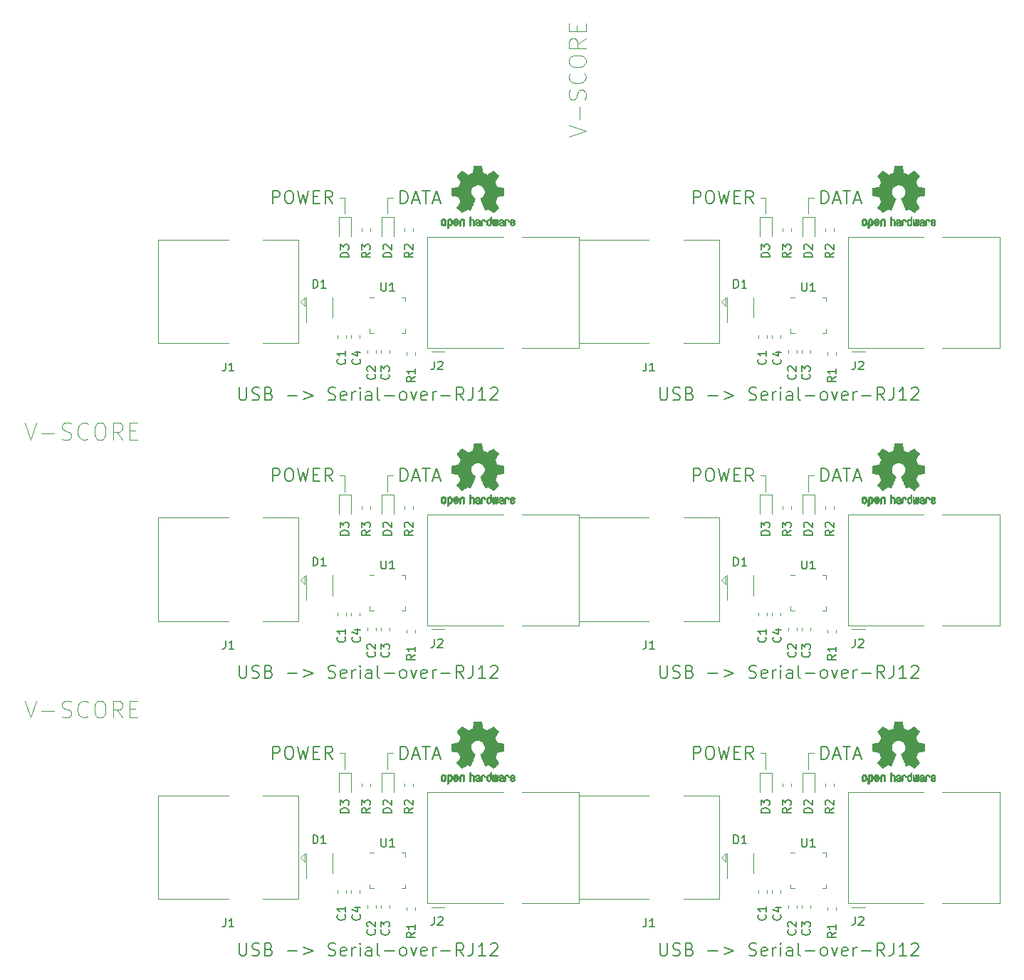
<source format=gbr>
G04 #@! TF.GenerationSoftware,KiCad,Pcbnew,5.1.3-ffb9f22~84~ubuntu16.04.1*
G04 #@! TF.CreationDate,2019-08-10T21:44:05-04:00*
G04 #@! TF.ProjectId,usb-serial-interface_panelized,7573622d-7365-4726-9961-6c2d696e7465,rev?*
G04 #@! TF.SameCoordinates,Original*
G04 #@! TF.FileFunction,Legend,Top*
G04 #@! TF.FilePolarity,Positive*
%FSLAX46Y46*%
G04 Gerber Fmt 4.6, Leading zero omitted, Abs format (unit mm)*
G04 Created by KiCad (PCBNEW 5.1.3-ffb9f22~84~ubuntu16.04.1) date 2019-08-10 21:44:05*
%MOMM*%
%LPD*%
G04 APERTURE LIST*
%ADD10C,0.100000*%
%ADD11C,0.177800*%
%ADD12C,0.120000*%
%ADD13C,0.010000*%
%ADD14C,0.150000*%
G04 APERTURE END LIST*
D10*
X63540474Y-129064763D02*
X64207140Y-131064763D01*
X64873807Y-129064763D01*
X65540474Y-130302859D02*
X67064283Y-130302859D01*
X67921426Y-130969525D02*
X68207140Y-131064763D01*
X68683331Y-131064763D01*
X68873807Y-130969525D01*
X68969045Y-130874287D01*
X69064283Y-130683811D01*
X69064283Y-130493335D01*
X68969045Y-130302859D01*
X68873807Y-130207621D01*
X68683331Y-130112382D01*
X68302378Y-130017144D01*
X68111902Y-129921906D01*
X68016664Y-129826668D01*
X67921426Y-129636192D01*
X67921426Y-129445716D01*
X68016664Y-129255240D01*
X68111902Y-129160002D01*
X68302378Y-129064763D01*
X68778569Y-129064763D01*
X69064283Y-129160002D01*
X71064283Y-130874287D02*
X70969045Y-130969525D01*
X70683331Y-131064763D01*
X70492855Y-131064763D01*
X70207140Y-130969525D01*
X70016664Y-130779049D01*
X69921426Y-130588573D01*
X69826188Y-130207621D01*
X69826188Y-129921906D01*
X69921426Y-129540954D01*
X70016664Y-129350478D01*
X70207140Y-129160002D01*
X70492855Y-129064763D01*
X70683331Y-129064763D01*
X70969045Y-129160002D01*
X71064283Y-129255240D01*
X72302378Y-129064763D02*
X72683331Y-129064763D01*
X72873807Y-129160002D01*
X73064283Y-129350478D01*
X73159521Y-129731430D01*
X73159521Y-130398097D01*
X73064283Y-130779049D01*
X72873807Y-130969525D01*
X72683331Y-131064763D01*
X72302378Y-131064763D01*
X72111902Y-130969525D01*
X71921426Y-130779049D01*
X71826188Y-130398097D01*
X71826188Y-129731430D01*
X71921426Y-129350478D01*
X72111902Y-129160002D01*
X72302378Y-129064763D01*
X75159521Y-131064763D02*
X74492855Y-130112382D01*
X74016664Y-131064763D02*
X74016664Y-129064763D01*
X74778569Y-129064763D01*
X74969045Y-129160002D01*
X75064283Y-129255240D01*
X75159521Y-129445716D01*
X75159521Y-129731430D01*
X75064283Y-129921906D01*
X74969045Y-130017144D01*
X74778569Y-130112382D01*
X74016664Y-130112382D01*
X76016664Y-130017144D02*
X76683331Y-130017144D01*
X76969045Y-131064763D02*
X76016664Y-131064763D01*
X76016664Y-129064763D01*
X76969045Y-129064763D01*
X63540474Y-96014761D02*
X64207140Y-98014761D01*
X64873807Y-96014761D01*
X65540474Y-97252857D02*
X67064283Y-97252857D01*
X67921426Y-97919523D02*
X68207140Y-98014761D01*
X68683331Y-98014761D01*
X68873807Y-97919523D01*
X68969045Y-97824285D01*
X69064283Y-97633809D01*
X69064283Y-97443333D01*
X68969045Y-97252857D01*
X68873807Y-97157619D01*
X68683331Y-97062380D01*
X68302378Y-96967142D01*
X68111902Y-96871904D01*
X68016664Y-96776666D01*
X67921426Y-96586190D01*
X67921426Y-96395714D01*
X68016664Y-96205238D01*
X68111902Y-96110000D01*
X68302378Y-96014761D01*
X68778569Y-96014761D01*
X69064283Y-96110000D01*
X71064283Y-97824285D02*
X70969045Y-97919523D01*
X70683331Y-98014761D01*
X70492855Y-98014761D01*
X70207140Y-97919523D01*
X70016664Y-97729047D01*
X69921426Y-97538571D01*
X69826188Y-97157619D01*
X69826188Y-96871904D01*
X69921426Y-96490952D01*
X70016664Y-96300476D01*
X70207140Y-96110000D01*
X70492855Y-96014761D01*
X70683331Y-96014761D01*
X70969045Y-96110000D01*
X71064283Y-96205238D01*
X72302378Y-96014761D02*
X72683331Y-96014761D01*
X72873807Y-96110000D01*
X73064283Y-96300476D01*
X73159521Y-96681428D01*
X73159521Y-97348095D01*
X73064283Y-97729047D01*
X72873807Y-97919523D01*
X72683331Y-98014761D01*
X72302378Y-98014761D01*
X72111902Y-97919523D01*
X71921426Y-97729047D01*
X71826188Y-97348095D01*
X71826188Y-96681428D01*
X71921426Y-96300476D01*
X72111902Y-96110000D01*
X72302378Y-96014761D01*
X75159521Y-98014761D02*
X74492855Y-97062380D01*
X74016664Y-98014761D02*
X74016664Y-96014761D01*
X74778569Y-96014761D01*
X74969045Y-96110000D01*
X75064283Y-96205238D01*
X75159521Y-96395714D01*
X75159521Y-96681428D01*
X75064283Y-96871904D01*
X74969045Y-96967142D01*
X74778569Y-97062380D01*
X74016664Y-97062380D01*
X76016664Y-96967142D02*
X76683331Y-96967142D01*
X76969045Y-98014761D02*
X76016664Y-98014761D01*
X76016664Y-96014761D01*
X76969045Y-96014761D01*
X128229761Y-61919521D02*
X130229761Y-61252855D01*
X128229761Y-60586188D01*
X129467857Y-59919521D02*
X129467857Y-58395712D01*
X130134523Y-57538569D02*
X130229761Y-57252855D01*
X130229761Y-56776664D01*
X130134523Y-56586188D01*
X130039285Y-56490950D01*
X129848809Y-56395712D01*
X129658333Y-56395712D01*
X129467857Y-56490950D01*
X129372619Y-56586188D01*
X129277380Y-56776664D01*
X129182142Y-57157617D01*
X129086904Y-57348093D01*
X128991666Y-57443331D01*
X128801190Y-57538569D01*
X128610714Y-57538569D01*
X128420238Y-57443331D01*
X128325000Y-57348093D01*
X128229761Y-57157617D01*
X128229761Y-56681426D01*
X128325000Y-56395712D01*
X130039285Y-54395712D02*
X130134523Y-54490950D01*
X130229761Y-54776664D01*
X130229761Y-54967140D01*
X130134523Y-55252855D01*
X129944047Y-55443331D01*
X129753571Y-55538569D01*
X129372619Y-55633807D01*
X129086904Y-55633807D01*
X128705952Y-55538569D01*
X128515476Y-55443331D01*
X128325000Y-55252855D01*
X128229761Y-54967140D01*
X128229761Y-54776664D01*
X128325000Y-54490950D01*
X128420238Y-54395712D01*
X128229761Y-53157617D02*
X128229761Y-52776664D01*
X128325000Y-52586188D01*
X128515476Y-52395712D01*
X128896428Y-52300474D01*
X129563095Y-52300474D01*
X129944047Y-52395712D01*
X130134523Y-52586188D01*
X130229761Y-52776664D01*
X130229761Y-53157617D01*
X130134523Y-53348093D01*
X129944047Y-53538569D01*
X129563095Y-53633807D01*
X128896428Y-53633807D01*
X128515476Y-53538569D01*
X128325000Y-53348093D01*
X128229761Y-53157617D01*
X130229761Y-50300474D02*
X129277380Y-50967140D01*
X130229761Y-51443331D02*
X128229761Y-51443331D01*
X128229761Y-50681426D01*
X128325000Y-50490950D01*
X128420238Y-50395712D01*
X128610714Y-50300474D01*
X128896428Y-50300474D01*
X129086904Y-50395712D01*
X129182142Y-50490950D01*
X129277380Y-50681426D01*
X129277380Y-51443331D01*
X129182142Y-49443331D02*
X129182142Y-48776664D01*
X130229761Y-48490950D02*
X130229761Y-49443331D01*
X128229761Y-49443331D01*
X128229761Y-48490950D01*
D11*
X143025287Y-136004432D02*
X143025287Y-134480432D01*
X143605859Y-134480432D01*
X143751002Y-134553004D01*
X143823573Y-134625575D01*
X143896144Y-134770718D01*
X143896144Y-134988432D01*
X143823573Y-135133575D01*
X143751002Y-135206146D01*
X143605859Y-135278718D01*
X143025287Y-135278718D01*
X144839573Y-134480432D02*
X145129859Y-134480432D01*
X145275002Y-134553004D01*
X145420144Y-134698146D01*
X145492716Y-134988432D01*
X145492716Y-135496432D01*
X145420144Y-135786718D01*
X145275002Y-135931861D01*
X145129859Y-136004432D01*
X144839573Y-136004432D01*
X144694430Y-135931861D01*
X144549287Y-135786718D01*
X144476716Y-135496432D01*
X144476716Y-134988432D01*
X144549287Y-134698146D01*
X144694430Y-134553004D01*
X144839573Y-134480432D01*
X146000716Y-134480432D02*
X146363573Y-136004432D01*
X146653859Y-134915861D01*
X146944144Y-136004432D01*
X147307002Y-134480432D01*
X147887573Y-135206146D02*
X148395573Y-135206146D01*
X148613287Y-136004432D02*
X147887573Y-136004432D01*
X147887573Y-134480432D01*
X148613287Y-134480432D01*
X150137287Y-136004432D02*
X149629287Y-135278718D01*
X149266430Y-136004432D02*
X149266430Y-134480432D01*
X149847002Y-134480432D01*
X149992144Y-134553004D01*
X150064716Y-134625575D01*
X150137287Y-134770718D01*
X150137287Y-134988432D01*
X150064716Y-135133575D01*
X149992144Y-135206146D01*
X149847002Y-135278718D01*
X149266430Y-135278718D01*
X143025287Y-102954430D02*
X143025287Y-101430430D01*
X143605859Y-101430430D01*
X143751002Y-101503002D01*
X143823573Y-101575573D01*
X143896144Y-101720716D01*
X143896144Y-101938430D01*
X143823573Y-102083573D01*
X143751002Y-102156144D01*
X143605859Y-102228716D01*
X143025287Y-102228716D01*
X144839573Y-101430430D02*
X145129859Y-101430430D01*
X145275002Y-101503002D01*
X145420144Y-101648144D01*
X145492716Y-101938430D01*
X145492716Y-102446430D01*
X145420144Y-102736716D01*
X145275002Y-102881859D01*
X145129859Y-102954430D01*
X144839573Y-102954430D01*
X144694430Y-102881859D01*
X144549287Y-102736716D01*
X144476716Y-102446430D01*
X144476716Y-101938430D01*
X144549287Y-101648144D01*
X144694430Y-101503002D01*
X144839573Y-101430430D01*
X146000716Y-101430430D02*
X146363573Y-102954430D01*
X146653859Y-101865859D01*
X146944144Y-102954430D01*
X147307002Y-101430430D01*
X147887573Y-102156144D02*
X148395573Y-102156144D01*
X148613287Y-102954430D02*
X147887573Y-102954430D01*
X147887573Y-101430430D01*
X148613287Y-101430430D01*
X150137287Y-102954430D02*
X149629287Y-102228716D01*
X149266430Y-102954430D02*
X149266430Y-101430430D01*
X149847002Y-101430430D01*
X149992144Y-101503002D01*
X150064716Y-101575573D01*
X150137287Y-101720716D01*
X150137287Y-101938430D01*
X150064716Y-102083573D01*
X149992144Y-102156144D01*
X149847002Y-102228716D01*
X149266430Y-102228716D01*
X143025287Y-69904428D02*
X143025287Y-68380428D01*
X143605859Y-68380428D01*
X143751002Y-68453000D01*
X143823573Y-68525571D01*
X143896144Y-68670714D01*
X143896144Y-68888428D01*
X143823573Y-69033571D01*
X143751002Y-69106142D01*
X143605859Y-69178714D01*
X143025287Y-69178714D01*
X144839573Y-68380428D02*
X145129859Y-68380428D01*
X145275002Y-68453000D01*
X145420144Y-68598142D01*
X145492716Y-68888428D01*
X145492716Y-69396428D01*
X145420144Y-69686714D01*
X145275002Y-69831857D01*
X145129859Y-69904428D01*
X144839573Y-69904428D01*
X144694430Y-69831857D01*
X144549287Y-69686714D01*
X144476716Y-69396428D01*
X144476716Y-68888428D01*
X144549287Y-68598142D01*
X144694430Y-68453000D01*
X144839573Y-68380428D01*
X146000716Y-68380428D02*
X146363573Y-69904428D01*
X146653859Y-68815857D01*
X146944144Y-69904428D01*
X147307002Y-68380428D01*
X147887573Y-69106142D02*
X148395573Y-69106142D01*
X148613287Y-69904428D02*
X147887573Y-69904428D01*
X147887573Y-68380428D01*
X148613287Y-68380428D01*
X150137287Y-69904428D02*
X149629287Y-69178714D01*
X149266430Y-69904428D02*
X149266430Y-68380428D01*
X149847002Y-68380428D01*
X149992144Y-68453000D01*
X150064716Y-68525571D01*
X150137287Y-68670714D01*
X150137287Y-68888428D01*
X150064716Y-69033571D01*
X149992144Y-69106142D01*
X149847002Y-69178714D01*
X149266430Y-69178714D01*
X93000285Y-136004432D02*
X93000285Y-134480432D01*
X93580857Y-134480432D01*
X93726000Y-134553004D01*
X93798571Y-134625575D01*
X93871142Y-134770718D01*
X93871142Y-134988432D01*
X93798571Y-135133575D01*
X93726000Y-135206146D01*
X93580857Y-135278718D01*
X93000285Y-135278718D01*
X94814571Y-134480432D02*
X95104857Y-134480432D01*
X95250000Y-134553004D01*
X95395142Y-134698146D01*
X95467714Y-134988432D01*
X95467714Y-135496432D01*
X95395142Y-135786718D01*
X95250000Y-135931861D01*
X95104857Y-136004432D01*
X94814571Y-136004432D01*
X94669428Y-135931861D01*
X94524285Y-135786718D01*
X94451714Y-135496432D01*
X94451714Y-134988432D01*
X94524285Y-134698146D01*
X94669428Y-134553004D01*
X94814571Y-134480432D01*
X95975714Y-134480432D02*
X96338571Y-136004432D01*
X96628857Y-134915861D01*
X96919142Y-136004432D01*
X97282000Y-134480432D01*
X97862571Y-135206146D02*
X98370571Y-135206146D01*
X98588285Y-136004432D02*
X97862571Y-136004432D01*
X97862571Y-134480432D01*
X98588285Y-134480432D01*
X100112285Y-136004432D02*
X99604285Y-135278718D01*
X99241428Y-136004432D02*
X99241428Y-134480432D01*
X99822000Y-134480432D01*
X99967142Y-134553004D01*
X100039714Y-134625575D01*
X100112285Y-134770718D01*
X100112285Y-134988432D01*
X100039714Y-135133575D01*
X99967142Y-135206146D01*
X99822000Y-135278718D01*
X99241428Y-135278718D01*
X93000285Y-102954430D02*
X93000285Y-101430430D01*
X93580857Y-101430430D01*
X93726000Y-101503002D01*
X93798571Y-101575573D01*
X93871142Y-101720716D01*
X93871142Y-101938430D01*
X93798571Y-102083573D01*
X93726000Y-102156144D01*
X93580857Y-102228716D01*
X93000285Y-102228716D01*
X94814571Y-101430430D02*
X95104857Y-101430430D01*
X95250000Y-101503002D01*
X95395142Y-101648144D01*
X95467714Y-101938430D01*
X95467714Y-102446430D01*
X95395142Y-102736716D01*
X95250000Y-102881859D01*
X95104857Y-102954430D01*
X94814571Y-102954430D01*
X94669428Y-102881859D01*
X94524285Y-102736716D01*
X94451714Y-102446430D01*
X94451714Y-101938430D01*
X94524285Y-101648144D01*
X94669428Y-101503002D01*
X94814571Y-101430430D01*
X95975714Y-101430430D02*
X96338571Y-102954430D01*
X96628857Y-101865859D01*
X96919142Y-102954430D01*
X97282000Y-101430430D01*
X97862571Y-102156144D02*
X98370571Y-102156144D01*
X98588285Y-102954430D02*
X97862571Y-102954430D01*
X97862571Y-101430430D01*
X98588285Y-101430430D01*
X100112285Y-102954430D02*
X99604285Y-102228716D01*
X99241428Y-102954430D02*
X99241428Y-101430430D01*
X99822000Y-101430430D01*
X99967142Y-101503002D01*
X100039714Y-101575573D01*
X100112285Y-101720716D01*
X100112285Y-101938430D01*
X100039714Y-102083573D01*
X99967142Y-102156144D01*
X99822000Y-102228716D01*
X99241428Y-102228716D01*
X158229002Y-136004432D02*
X158229002Y-134480432D01*
X158591859Y-134480432D01*
X158809573Y-134553004D01*
X158954716Y-134698146D01*
X159027287Y-134843289D01*
X159099859Y-135133575D01*
X159099859Y-135351289D01*
X159027287Y-135641575D01*
X158954716Y-135786718D01*
X158809573Y-135931861D01*
X158591859Y-136004432D01*
X158229002Y-136004432D01*
X159680430Y-135569004D02*
X160406144Y-135569004D01*
X159535287Y-136004432D02*
X160043287Y-134480432D01*
X160551287Y-136004432D01*
X160841573Y-134480432D02*
X161712430Y-134480432D01*
X161277002Y-136004432D02*
X161277002Y-134480432D01*
X162147859Y-135569004D02*
X162873573Y-135569004D01*
X162002716Y-136004432D02*
X162510716Y-134480432D01*
X163018716Y-136004432D01*
X158229002Y-102954430D02*
X158229002Y-101430430D01*
X158591859Y-101430430D01*
X158809573Y-101503002D01*
X158954716Y-101648144D01*
X159027287Y-101793287D01*
X159099859Y-102083573D01*
X159099859Y-102301287D01*
X159027287Y-102591573D01*
X158954716Y-102736716D01*
X158809573Y-102881859D01*
X158591859Y-102954430D01*
X158229002Y-102954430D01*
X159680430Y-102519002D02*
X160406144Y-102519002D01*
X159535287Y-102954430D02*
X160043287Y-101430430D01*
X160551287Y-102954430D01*
X160841573Y-101430430D02*
X161712430Y-101430430D01*
X161277002Y-102954430D02*
X161277002Y-101430430D01*
X162147859Y-102519002D02*
X162873573Y-102519002D01*
X162002716Y-102954430D02*
X162510716Y-101430430D01*
X163018716Y-102954430D01*
X158229002Y-69904428D02*
X158229002Y-68380428D01*
X158591859Y-68380428D01*
X158809573Y-68453000D01*
X158954716Y-68598142D01*
X159027287Y-68743285D01*
X159099859Y-69033571D01*
X159099859Y-69251285D01*
X159027287Y-69541571D01*
X158954716Y-69686714D01*
X158809573Y-69831857D01*
X158591859Y-69904428D01*
X158229002Y-69904428D01*
X159680430Y-69469000D02*
X160406144Y-69469000D01*
X159535287Y-69904428D02*
X160043287Y-68380428D01*
X160551287Y-69904428D01*
X160841573Y-68380428D02*
X161712430Y-68380428D01*
X161277002Y-69904428D02*
X161277002Y-68380428D01*
X162147859Y-69469000D02*
X162873573Y-69469000D01*
X162002716Y-69904428D02*
X162510716Y-68380428D01*
X163018716Y-69904428D01*
X108204000Y-136004432D02*
X108204000Y-134480432D01*
X108566857Y-134480432D01*
X108784571Y-134553004D01*
X108929714Y-134698146D01*
X109002285Y-134843289D01*
X109074857Y-135133575D01*
X109074857Y-135351289D01*
X109002285Y-135641575D01*
X108929714Y-135786718D01*
X108784571Y-135931861D01*
X108566857Y-136004432D01*
X108204000Y-136004432D01*
X109655428Y-135569004D02*
X110381142Y-135569004D01*
X109510285Y-136004432D02*
X110018285Y-134480432D01*
X110526285Y-136004432D01*
X110816571Y-134480432D02*
X111687428Y-134480432D01*
X111252000Y-136004432D02*
X111252000Y-134480432D01*
X112122857Y-135569004D02*
X112848571Y-135569004D01*
X111977714Y-136004432D02*
X112485714Y-134480432D01*
X112993714Y-136004432D01*
X108204000Y-102954430D02*
X108204000Y-101430430D01*
X108566857Y-101430430D01*
X108784571Y-101503002D01*
X108929714Y-101648144D01*
X109002285Y-101793287D01*
X109074857Y-102083573D01*
X109074857Y-102301287D01*
X109002285Y-102591573D01*
X108929714Y-102736716D01*
X108784571Y-102881859D01*
X108566857Y-102954430D01*
X108204000Y-102954430D01*
X109655428Y-102519002D02*
X110381142Y-102519002D01*
X109510285Y-102954430D02*
X110018285Y-101430430D01*
X110526285Y-102954430D01*
X110816571Y-101430430D02*
X111687428Y-101430430D01*
X111252000Y-102954430D02*
X111252000Y-101430430D01*
X112122857Y-102519002D02*
X112848571Y-102519002D01*
X111977714Y-102954430D02*
X112485714Y-101430430D01*
X112993714Y-102954430D01*
D12*
X150990002Y-135315004D02*
X151625002Y-135315004D01*
X150990002Y-102265002D02*
X151625002Y-102265002D01*
X150990002Y-69215000D02*
X151625002Y-69215000D01*
X100965000Y-135315004D02*
X101600000Y-135315004D01*
X100965000Y-102265002D02*
X101600000Y-102265002D01*
X151625002Y-135315004D02*
X151625002Y-137220004D01*
X151625002Y-102265002D02*
X151625002Y-104170002D01*
X151625002Y-69215000D02*
X151625002Y-71120000D01*
X101600000Y-135315004D02*
X101600000Y-137220004D01*
X101600000Y-102265002D02*
X101600000Y-104170002D01*
X156705002Y-137220004D02*
X156705002Y-135315004D01*
X156705002Y-104170002D02*
X156705002Y-102265002D01*
X156705002Y-71120000D02*
X156705002Y-69215000D01*
X106680000Y-137220004D02*
X106680000Y-135315004D01*
X106680000Y-104170002D02*
X106680000Y-102265002D01*
X156705002Y-135315004D02*
X157340002Y-135315004D01*
X156705002Y-102265002D02*
X157340002Y-102265002D01*
X156705002Y-69215000D02*
X157340002Y-69215000D01*
X106680000Y-135315004D02*
X107315000Y-135315004D01*
X106680000Y-102265002D02*
X107315000Y-102265002D01*
D11*
X139051144Y-157900432D02*
X139051144Y-159134146D01*
X139123716Y-159279289D01*
X139196287Y-159351861D01*
X139341430Y-159424432D01*
X139631716Y-159424432D01*
X139776859Y-159351861D01*
X139849430Y-159279289D01*
X139922002Y-159134146D01*
X139922002Y-157900432D01*
X140575144Y-159351861D02*
X140792859Y-159424432D01*
X141155716Y-159424432D01*
X141300859Y-159351861D01*
X141373430Y-159279289D01*
X141446002Y-159134146D01*
X141446002Y-158989004D01*
X141373430Y-158843861D01*
X141300859Y-158771289D01*
X141155716Y-158698718D01*
X140865430Y-158626146D01*
X140720287Y-158553575D01*
X140647716Y-158481004D01*
X140575144Y-158335861D01*
X140575144Y-158190718D01*
X140647716Y-158045575D01*
X140720287Y-157973004D01*
X140865430Y-157900432D01*
X141228287Y-157900432D01*
X141446002Y-157973004D01*
X142607144Y-158626146D02*
X142824859Y-158698718D01*
X142897430Y-158771289D01*
X142970002Y-158916432D01*
X142970002Y-159134146D01*
X142897430Y-159279289D01*
X142824859Y-159351861D01*
X142679716Y-159424432D01*
X142099144Y-159424432D01*
X142099144Y-157900432D01*
X142607144Y-157900432D01*
X142752287Y-157973004D01*
X142824859Y-158045575D01*
X142897430Y-158190718D01*
X142897430Y-158335861D01*
X142824859Y-158481004D01*
X142752287Y-158553575D01*
X142607144Y-158626146D01*
X142099144Y-158626146D01*
X144784287Y-158843861D02*
X145945430Y-158843861D01*
X146671144Y-158408432D02*
X147832287Y-158843861D01*
X146671144Y-159279289D01*
X149646573Y-159351861D02*
X149864287Y-159424432D01*
X150227144Y-159424432D01*
X150372287Y-159351861D01*
X150444859Y-159279289D01*
X150517430Y-159134146D01*
X150517430Y-158989004D01*
X150444859Y-158843861D01*
X150372287Y-158771289D01*
X150227144Y-158698718D01*
X149936859Y-158626146D01*
X149791716Y-158553575D01*
X149719144Y-158481004D01*
X149646573Y-158335861D01*
X149646573Y-158190718D01*
X149719144Y-158045575D01*
X149791716Y-157973004D01*
X149936859Y-157900432D01*
X150299716Y-157900432D01*
X150517430Y-157973004D01*
X151751144Y-159351861D02*
X151606002Y-159424432D01*
X151315716Y-159424432D01*
X151170573Y-159351861D01*
X151098002Y-159206718D01*
X151098002Y-158626146D01*
X151170573Y-158481004D01*
X151315716Y-158408432D01*
X151606002Y-158408432D01*
X151751144Y-158481004D01*
X151823716Y-158626146D01*
X151823716Y-158771289D01*
X151098002Y-158916432D01*
X152476859Y-159424432D02*
X152476859Y-158408432D01*
X152476859Y-158698718D02*
X152549430Y-158553575D01*
X152622002Y-158481004D01*
X152767144Y-158408432D01*
X152912287Y-158408432D01*
X153420287Y-159424432D02*
X153420287Y-158408432D01*
X153420287Y-157900432D02*
X153347716Y-157973004D01*
X153420287Y-158045575D01*
X153492859Y-157973004D01*
X153420287Y-157900432D01*
X153420287Y-158045575D01*
X154799144Y-159424432D02*
X154799144Y-158626146D01*
X154726573Y-158481004D01*
X154581430Y-158408432D01*
X154291144Y-158408432D01*
X154146002Y-158481004D01*
X154799144Y-159351861D02*
X154654002Y-159424432D01*
X154291144Y-159424432D01*
X154146002Y-159351861D01*
X154073430Y-159206718D01*
X154073430Y-159061575D01*
X154146002Y-158916432D01*
X154291144Y-158843861D01*
X154654002Y-158843861D01*
X154799144Y-158771289D01*
X155742573Y-159424432D02*
X155597430Y-159351861D01*
X155524859Y-159206718D01*
X155524859Y-157900432D01*
X156323144Y-158843861D02*
X157484287Y-158843861D01*
X158427716Y-159424432D02*
X158282573Y-159351861D01*
X158210001Y-159279289D01*
X158137430Y-159134146D01*
X158137430Y-158698718D01*
X158210001Y-158553575D01*
X158282573Y-158481004D01*
X158427716Y-158408432D01*
X158645430Y-158408432D01*
X158790573Y-158481004D01*
X158863144Y-158553575D01*
X158935716Y-158698718D01*
X158935716Y-159134146D01*
X158863144Y-159279289D01*
X158790573Y-159351861D01*
X158645430Y-159424432D01*
X158427716Y-159424432D01*
X159443716Y-158408432D02*
X159806573Y-159424432D01*
X160169430Y-158408432D01*
X161330573Y-159351861D02*
X161185430Y-159424432D01*
X160895144Y-159424432D01*
X160750001Y-159351861D01*
X160677430Y-159206718D01*
X160677430Y-158626146D01*
X160750001Y-158481004D01*
X160895144Y-158408432D01*
X161185430Y-158408432D01*
X161330573Y-158481004D01*
X161403144Y-158626146D01*
X161403144Y-158771289D01*
X160677430Y-158916432D01*
X162056287Y-159424432D02*
X162056287Y-158408432D01*
X162056287Y-158698718D02*
X162128859Y-158553575D01*
X162201430Y-158481004D01*
X162346573Y-158408432D01*
X162491716Y-158408432D01*
X162999716Y-158843861D02*
X164160859Y-158843861D01*
X165757430Y-159424432D02*
X165249430Y-158698718D01*
X164886573Y-159424432D02*
X164886573Y-157900432D01*
X165467144Y-157900432D01*
X165612287Y-157973004D01*
X165684859Y-158045575D01*
X165757430Y-158190718D01*
X165757430Y-158408432D01*
X165684859Y-158553575D01*
X165612287Y-158626146D01*
X165467144Y-158698718D01*
X164886573Y-158698718D01*
X166846001Y-157900432D02*
X166846001Y-158989004D01*
X166773430Y-159206718D01*
X166628287Y-159351861D01*
X166410573Y-159424432D01*
X166265430Y-159424432D01*
X168370001Y-159424432D02*
X167499144Y-159424432D01*
X167934573Y-159424432D02*
X167934573Y-157900432D01*
X167789430Y-158118146D01*
X167644287Y-158263289D01*
X167499144Y-158335861D01*
X168950573Y-158045575D02*
X169023144Y-157973004D01*
X169168287Y-157900432D01*
X169531144Y-157900432D01*
X169676287Y-157973004D01*
X169748859Y-158045575D01*
X169821430Y-158190718D01*
X169821430Y-158335861D01*
X169748859Y-158553575D01*
X168878001Y-159424432D01*
X169821430Y-159424432D01*
X139051144Y-124850430D02*
X139051144Y-126084144D01*
X139123716Y-126229287D01*
X139196287Y-126301859D01*
X139341430Y-126374430D01*
X139631716Y-126374430D01*
X139776859Y-126301859D01*
X139849430Y-126229287D01*
X139922002Y-126084144D01*
X139922002Y-124850430D01*
X140575144Y-126301859D02*
X140792859Y-126374430D01*
X141155716Y-126374430D01*
X141300859Y-126301859D01*
X141373430Y-126229287D01*
X141446002Y-126084144D01*
X141446002Y-125939002D01*
X141373430Y-125793859D01*
X141300859Y-125721287D01*
X141155716Y-125648716D01*
X140865430Y-125576144D01*
X140720287Y-125503573D01*
X140647716Y-125431002D01*
X140575144Y-125285859D01*
X140575144Y-125140716D01*
X140647716Y-124995573D01*
X140720287Y-124923002D01*
X140865430Y-124850430D01*
X141228287Y-124850430D01*
X141446002Y-124923002D01*
X142607144Y-125576144D02*
X142824859Y-125648716D01*
X142897430Y-125721287D01*
X142970002Y-125866430D01*
X142970002Y-126084144D01*
X142897430Y-126229287D01*
X142824859Y-126301859D01*
X142679716Y-126374430D01*
X142099144Y-126374430D01*
X142099144Y-124850430D01*
X142607144Y-124850430D01*
X142752287Y-124923002D01*
X142824859Y-124995573D01*
X142897430Y-125140716D01*
X142897430Y-125285859D01*
X142824859Y-125431002D01*
X142752287Y-125503573D01*
X142607144Y-125576144D01*
X142099144Y-125576144D01*
X144784287Y-125793859D02*
X145945430Y-125793859D01*
X146671144Y-125358430D02*
X147832287Y-125793859D01*
X146671144Y-126229287D01*
X149646573Y-126301859D02*
X149864287Y-126374430D01*
X150227144Y-126374430D01*
X150372287Y-126301859D01*
X150444859Y-126229287D01*
X150517430Y-126084144D01*
X150517430Y-125939002D01*
X150444859Y-125793859D01*
X150372287Y-125721287D01*
X150227144Y-125648716D01*
X149936859Y-125576144D01*
X149791716Y-125503573D01*
X149719144Y-125431002D01*
X149646573Y-125285859D01*
X149646573Y-125140716D01*
X149719144Y-124995573D01*
X149791716Y-124923002D01*
X149936859Y-124850430D01*
X150299716Y-124850430D01*
X150517430Y-124923002D01*
X151751144Y-126301859D02*
X151606002Y-126374430D01*
X151315716Y-126374430D01*
X151170573Y-126301859D01*
X151098002Y-126156716D01*
X151098002Y-125576144D01*
X151170573Y-125431002D01*
X151315716Y-125358430D01*
X151606002Y-125358430D01*
X151751144Y-125431002D01*
X151823716Y-125576144D01*
X151823716Y-125721287D01*
X151098002Y-125866430D01*
X152476859Y-126374430D02*
X152476859Y-125358430D01*
X152476859Y-125648716D02*
X152549430Y-125503573D01*
X152622002Y-125431002D01*
X152767144Y-125358430D01*
X152912287Y-125358430D01*
X153420287Y-126374430D02*
X153420287Y-125358430D01*
X153420287Y-124850430D02*
X153347716Y-124923002D01*
X153420287Y-124995573D01*
X153492859Y-124923002D01*
X153420287Y-124850430D01*
X153420287Y-124995573D01*
X154799144Y-126374430D02*
X154799144Y-125576144D01*
X154726573Y-125431002D01*
X154581430Y-125358430D01*
X154291144Y-125358430D01*
X154146002Y-125431002D01*
X154799144Y-126301859D02*
X154654002Y-126374430D01*
X154291144Y-126374430D01*
X154146002Y-126301859D01*
X154073430Y-126156716D01*
X154073430Y-126011573D01*
X154146002Y-125866430D01*
X154291144Y-125793859D01*
X154654002Y-125793859D01*
X154799144Y-125721287D01*
X155742573Y-126374430D02*
X155597430Y-126301859D01*
X155524859Y-126156716D01*
X155524859Y-124850430D01*
X156323144Y-125793859D02*
X157484287Y-125793859D01*
X158427716Y-126374430D02*
X158282573Y-126301859D01*
X158210001Y-126229287D01*
X158137430Y-126084144D01*
X158137430Y-125648716D01*
X158210001Y-125503573D01*
X158282573Y-125431002D01*
X158427716Y-125358430D01*
X158645430Y-125358430D01*
X158790573Y-125431002D01*
X158863144Y-125503573D01*
X158935716Y-125648716D01*
X158935716Y-126084144D01*
X158863144Y-126229287D01*
X158790573Y-126301859D01*
X158645430Y-126374430D01*
X158427716Y-126374430D01*
X159443716Y-125358430D02*
X159806573Y-126374430D01*
X160169430Y-125358430D01*
X161330573Y-126301859D02*
X161185430Y-126374430D01*
X160895144Y-126374430D01*
X160750001Y-126301859D01*
X160677430Y-126156716D01*
X160677430Y-125576144D01*
X160750001Y-125431002D01*
X160895144Y-125358430D01*
X161185430Y-125358430D01*
X161330573Y-125431002D01*
X161403144Y-125576144D01*
X161403144Y-125721287D01*
X160677430Y-125866430D01*
X162056287Y-126374430D02*
X162056287Y-125358430D01*
X162056287Y-125648716D02*
X162128859Y-125503573D01*
X162201430Y-125431002D01*
X162346573Y-125358430D01*
X162491716Y-125358430D01*
X162999716Y-125793859D02*
X164160859Y-125793859D01*
X165757430Y-126374430D02*
X165249430Y-125648716D01*
X164886573Y-126374430D02*
X164886573Y-124850430D01*
X165467144Y-124850430D01*
X165612287Y-124923002D01*
X165684859Y-124995573D01*
X165757430Y-125140716D01*
X165757430Y-125358430D01*
X165684859Y-125503573D01*
X165612287Y-125576144D01*
X165467144Y-125648716D01*
X164886573Y-125648716D01*
X166846001Y-124850430D02*
X166846001Y-125939002D01*
X166773430Y-126156716D01*
X166628287Y-126301859D01*
X166410573Y-126374430D01*
X166265430Y-126374430D01*
X168370001Y-126374430D02*
X167499144Y-126374430D01*
X167934573Y-126374430D02*
X167934573Y-124850430D01*
X167789430Y-125068144D01*
X167644287Y-125213287D01*
X167499144Y-125285859D01*
X168950573Y-124995573D02*
X169023144Y-124923002D01*
X169168287Y-124850430D01*
X169531144Y-124850430D01*
X169676287Y-124923002D01*
X169748859Y-124995573D01*
X169821430Y-125140716D01*
X169821430Y-125285859D01*
X169748859Y-125503573D01*
X168878001Y-126374430D01*
X169821430Y-126374430D01*
X139051144Y-91800428D02*
X139051144Y-93034142D01*
X139123716Y-93179285D01*
X139196287Y-93251857D01*
X139341430Y-93324428D01*
X139631716Y-93324428D01*
X139776859Y-93251857D01*
X139849430Y-93179285D01*
X139922002Y-93034142D01*
X139922002Y-91800428D01*
X140575144Y-93251857D02*
X140792859Y-93324428D01*
X141155716Y-93324428D01*
X141300859Y-93251857D01*
X141373430Y-93179285D01*
X141446002Y-93034142D01*
X141446002Y-92889000D01*
X141373430Y-92743857D01*
X141300859Y-92671285D01*
X141155716Y-92598714D01*
X140865430Y-92526142D01*
X140720287Y-92453571D01*
X140647716Y-92381000D01*
X140575144Y-92235857D01*
X140575144Y-92090714D01*
X140647716Y-91945571D01*
X140720287Y-91873000D01*
X140865430Y-91800428D01*
X141228287Y-91800428D01*
X141446002Y-91873000D01*
X142607144Y-92526142D02*
X142824859Y-92598714D01*
X142897430Y-92671285D01*
X142970002Y-92816428D01*
X142970002Y-93034142D01*
X142897430Y-93179285D01*
X142824859Y-93251857D01*
X142679716Y-93324428D01*
X142099144Y-93324428D01*
X142099144Y-91800428D01*
X142607144Y-91800428D01*
X142752287Y-91873000D01*
X142824859Y-91945571D01*
X142897430Y-92090714D01*
X142897430Y-92235857D01*
X142824859Y-92381000D01*
X142752287Y-92453571D01*
X142607144Y-92526142D01*
X142099144Y-92526142D01*
X144784287Y-92743857D02*
X145945430Y-92743857D01*
X146671144Y-92308428D02*
X147832287Y-92743857D01*
X146671144Y-93179285D01*
X149646573Y-93251857D02*
X149864287Y-93324428D01*
X150227144Y-93324428D01*
X150372287Y-93251857D01*
X150444859Y-93179285D01*
X150517430Y-93034142D01*
X150517430Y-92889000D01*
X150444859Y-92743857D01*
X150372287Y-92671285D01*
X150227144Y-92598714D01*
X149936859Y-92526142D01*
X149791716Y-92453571D01*
X149719144Y-92381000D01*
X149646573Y-92235857D01*
X149646573Y-92090714D01*
X149719144Y-91945571D01*
X149791716Y-91873000D01*
X149936859Y-91800428D01*
X150299716Y-91800428D01*
X150517430Y-91873000D01*
X151751144Y-93251857D02*
X151606002Y-93324428D01*
X151315716Y-93324428D01*
X151170573Y-93251857D01*
X151098002Y-93106714D01*
X151098002Y-92526142D01*
X151170573Y-92381000D01*
X151315716Y-92308428D01*
X151606002Y-92308428D01*
X151751144Y-92381000D01*
X151823716Y-92526142D01*
X151823716Y-92671285D01*
X151098002Y-92816428D01*
X152476859Y-93324428D02*
X152476859Y-92308428D01*
X152476859Y-92598714D02*
X152549430Y-92453571D01*
X152622002Y-92381000D01*
X152767144Y-92308428D01*
X152912287Y-92308428D01*
X153420287Y-93324428D02*
X153420287Y-92308428D01*
X153420287Y-91800428D02*
X153347716Y-91873000D01*
X153420287Y-91945571D01*
X153492859Y-91873000D01*
X153420287Y-91800428D01*
X153420287Y-91945571D01*
X154799144Y-93324428D02*
X154799144Y-92526142D01*
X154726573Y-92381000D01*
X154581430Y-92308428D01*
X154291144Y-92308428D01*
X154146002Y-92381000D01*
X154799144Y-93251857D02*
X154654002Y-93324428D01*
X154291144Y-93324428D01*
X154146002Y-93251857D01*
X154073430Y-93106714D01*
X154073430Y-92961571D01*
X154146002Y-92816428D01*
X154291144Y-92743857D01*
X154654002Y-92743857D01*
X154799144Y-92671285D01*
X155742573Y-93324428D02*
X155597430Y-93251857D01*
X155524859Y-93106714D01*
X155524859Y-91800428D01*
X156323144Y-92743857D02*
X157484287Y-92743857D01*
X158427716Y-93324428D02*
X158282573Y-93251857D01*
X158210001Y-93179285D01*
X158137430Y-93034142D01*
X158137430Y-92598714D01*
X158210001Y-92453571D01*
X158282573Y-92381000D01*
X158427716Y-92308428D01*
X158645430Y-92308428D01*
X158790573Y-92381000D01*
X158863144Y-92453571D01*
X158935716Y-92598714D01*
X158935716Y-93034142D01*
X158863144Y-93179285D01*
X158790573Y-93251857D01*
X158645430Y-93324428D01*
X158427716Y-93324428D01*
X159443716Y-92308428D02*
X159806573Y-93324428D01*
X160169430Y-92308428D01*
X161330573Y-93251857D02*
X161185430Y-93324428D01*
X160895144Y-93324428D01*
X160750001Y-93251857D01*
X160677430Y-93106714D01*
X160677430Y-92526142D01*
X160750001Y-92381000D01*
X160895144Y-92308428D01*
X161185430Y-92308428D01*
X161330573Y-92381000D01*
X161403144Y-92526142D01*
X161403144Y-92671285D01*
X160677430Y-92816428D01*
X162056287Y-93324428D02*
X162056287Y-92308428D01*
X162056287Y-92598714D02*
X162128859Y-92453571D01*
X162201430Y-92381000D01*
X162346573Y-92308428D01*
X162491716Y-92308428D01*
X162999716Y-92743857D02*
X164160859Y-92743857D01*
X165757430Y-93324428D02*
X165249430Y-92598714D01*
X164886573Y-93324428D02*
X164886573Y-91800428D01*
X165467144Y-91800428D01*
X165612287Y-91873000D01*
X165684859Y-91945571D01*
X165757430Y-92090714D01*
X165757430Y-92308428D01*
X165684859Y-92453571D01*
X165612287Y-92526142D01*
X165467144Y-92598714D01*
X164886573Y-92598714D01*
X166846001Y-91800428D02*
X166846001Y-92889000D01*
X166773430Y-93106714D01*
X166628287Y-93251857D01*
X166410573Y-93324428D01*
X166265430Y-93324428D01*
X168370001Y-93324428D02*
X167499144Y-93324428D01*
X167934573Y-93324428D02*
X167934573Y-91800428D01*
X167789430Y-92018142D01*
X167644287Y-92163285D01*
X167499144Y-92235857D01*
X168950573Y-91945571D02*
X169023144Y-91873000D01*
X169168287Y-91800428D01*
X169531144Y-91800428D01*
X169676287Y-91873000D01*
X169748859Y-91945571D01*
X169821430Y-92090714D01*
X169821430Y-92235857D01*
X169748859Y-92453571D01*
X168878001Y-93324428D01*
X169821430Y-93324428D01*
X89026142Y-157900432D02*
X89026142Y-159134146D01*
X89098714Y-159279289D01*
X89171285Y-159351861D01*
X89316428Y-159424432D01*
X89606714Y-159424432D01*
X89751857Y-159351861D01*
X89824428Y-159279289D01*
X89897000Y-159134146D01*
X89897000Y-157900432D01*
X90550142Y-159351861D02*
X90767857Y-159424432D01*
X91130714Y-159424432D01*
X91275857Y-159351861D01*
X91348428Y-159279289D01*
X91421000Y-159134146D01*
X91421000Y-158989004D01*
X91348428Y-158843861D01*
X91275857Y-158771289D01*
X91130714Y-158698718D01*
X90840428Y-158626146D01*
X90695285Y-158553575D01*
X90622714Y-158481004D01*
X90550142Y-158335861D01*
X90550142Y-158190718D01*
X90622714Y-158045575D01*
X90695285Y-157973004D01*
X90840428Y-157900432D01*
X91203285Y-157900432D01*
X91421000Y-157973004D01*
X92582142Y-158626146D02*
X92799857Y-158698718D01*
X92872428Y-158771289D01*
X92945000Y-158916432D01*
X92945000Y-159134146D01*
X92872428Y-159279289D01*
X92799857Y-159351861D01*
X92654714Y-159424432D01*
X92074142Y-159424432D01*
X92074142Y-157900432D01*
X92582142Y-157900432D01*
X92727285Y-157973004D01*
X92799857Y-158045575D01*
X92872428Y-158190718D01*
X92872428Y-158335861D01*
X92799857Y-158481004D01*
X92727285Y-158553575D01*
X92582142Y-158626146D01*
X92074142Y-158626146D01*
X94759285Y-158843861D02*
X95920428Y-158843861D01*
X96646142Y-158408432D02*
X97807285Y-158843861D01*
X96646142Y-159279289D01*
X99621571Y-159351861D02*
X99839285Y-159424432D01*
X100202142Y-159424432D01*
X100347285Y-159351861D01*
X100419857Y-159279289D01*
X100492428Y-159134146D01*
X100492428Y-158989004D01*
X100419857Y-158843861D01*
X100347285Y-158771289D01*
X100202142Y-158698718D01*
X99911857Y-158626146D01*
X99766714Y-158553575D01*
X99694142Y-158481004D01*
X99621571Y-158335861D01*
X99621571Y-158190718D01*
X99694142Y-158045575D01*
X99766714Y-157973004D01*
X99911857Y-157900432D01*
X100274714Y-157900432D01*
X100492428Y-157973004D01*
X101726142Y-159351861D02*
X101581000Y-159424432D01*
X101290714Y-159424432D01*
X101145571Y-159351861D01*
X101073000Y-159206718D01*
X101073000Y-158626146D01*
X101145571Y-158481004D01*
X101290714Y-158408432D01*
X101581000Y-158408432D01*
X101726142Y-158481004D01*
X101798714Y-158626146D01*
X101798714Y-158771289D01*
X101073000Y-158916432D01*
X102451857Y-159424432D02*
X102451857Y-158408432D01*
X102451857Y-158698718D02*
X102524428Y-158553575D01*
X102597000Y-158481004D01*
X102742142Y-158408432D01*
X102887285Y-158408432D01*
X103395285Y-159424432D02*
X103395285Y-158408432D01*
X103395285Y-157900432D02*
X103322714Y-157973004D01*
X103395285Y-158045575D01*
X103467857Y-157973004D01*
X103395285Y-157900432D01*
X103395285Y-158045575D01*
X104774142Y-159424432D02*
X104774142Y-158626146D01*
X104701571Y-158481004D01*
X104556428Y-158408432D01*
X104266142Y-158408432D01*
X104121000Y-158481004D01*
X104774142Y-159351861D02*
X104629000Y-159424432D01*
X104266142Y-159424432D01*
X104121000Y-159351861D01*
X104048428Y-159206718D01*
X104048428Y-159061575D01*
X104121000Y-158916432D01*
X104266142Y-158843861D01*
X104629000Y-158843861D01*
X104774142Y-158771289D01*
X105717571Y-159424432D02*
X105572428Y-159351861D01*
X105499857Y-159206718D01*
X105499857Y-157900432D01*
X106298142Y-158843861D02*
X107459285Y-158843861D01*
X108402714Y-159424432D02*
X108257571Y-159351861D01*
X108185000Y-159279289D01*
X108112428Y-159134146D01*
X108112428Y-158698718D01*
X108185000Y-158553575D01*
X108257571Y-158481004D01*
X108402714Y-158408432D01*
X108620428Y-158408432D01*
X108765571Y-158481004D01*
X108838142Y-158553575D01*
X108910714Y-158698718D01*
X108910714Y-159134146D01*
X108838142Y-159279289D01*
X108765571Y-159351861D01*
X108620428Y-159424432D01*
X108402714Y-159424432D01*
X109418714Y-158408432D02*
X109781571Y-159424432D01*
X110144428Y-158408432D01*
X111305571Y-159351861D02*
X111160428Y-159424432D01*
X110870142Y-159424432D01*
X110725000Y-159351861D01*
X110652428Y-159206718D01*
X110652428Y-158626146D01*
X110725000Y-158481004D01*
X110870142Y-158408432D01*
X111160428Y-158408432D01*
X111305571Y-158481004D01*
X111378142Y-158626146D01*
X111378142Y-158771289D01*
X110652428Y-158916432D01*
X112031285Y-159424432D02*
X112031285Y-158408432D01*
X112031285Y-158698718D02*
X112103857Y-158553575D01*
X112176428Y-158481004D01*
X112321571Y-158408432D01*
X112466714Y-158408432D01*
X112974714Y-158843861D02*
X114135857Y-158843861D01*
X115732428Y-159424432D02*
X115224428Y-158698718D01*
X114861571Y-159424432D02*
X114861571Y-157900432D01*
X115442142Y-157900432D01*
X115587285Y-157973004D01*
X115659857Y-158045575D01*
X115732428Y-158190718D01*
X115732428Y-158408432D01*
X115659857Y-158553575D01*
X115587285Y-158626146D01*
X115442142Y-158698718D01*
X114861571Y-158698718D01*
X116821000Y-157900432D02*
X116821000Y-158989004D01*
X116748428Y-159206718D01*
X116603285Y-159351861D01*
X116385571Y-159424432D01*
X116240428Y-159424432D01*
X118345000Y-159424432D02*
X117474142Y-159424432D01*
X117909571Y-159424432D02*
X117909571Y-157900432D01*
X117764428Y-158118146D01*
X117619285Y-158263289D01*
X117474142Y-158335861D01*
X118925571Y-158045575D02*
X118998142Y-157973004D01*
X119143285Y-157900432D01*
X119506142Y-157900432D01*
X119651285Y-157973004D01*
X119723857Y-158045575D01*
X119796428Y-158190718D01*
X119796428Y-158335861D01*
X119723857Y-158553575D01*
X118853000Y-159424432D01*
X119796428Y-159424432D01*
X89026142Y-124850430D02*
X89026142Y-126084144D01*
X89098714Y-126229287D01*
X89171285Y-126301859D01*
X89316428Y-126374430D01*
X89606714Y-126374430D01*
X89751857Y-126301859D01*
X89824428Y-126229287D01*
X89897000Y-126084144D01*
X89897000Y-124850430D01*
X90550142Y-126301859D02*
X90767857Y-126374430D01*
X91130714Y-126374430D01*
X91275857Y-126301859D01*
X91348428Y-126229287D01*
X91421000Y-126084144D01*
X91421000Y-125939002D01*
X91348428Y-125793859D01*
X91275857Y-125721287D01*
X91130714Y-125648716D01*
X90840428Y-125576144D01*
X90695285Y-125503573D01*
X90622714Y-125431002D01*
X90550142Y-125285859D01*
X90550142Y-125140716D01*
X90622714Y-124995573D01*
X90695285Y-124923002D01*
X90840428Y-124850430D01*
X91203285Y-124850430D01*
X91421000Y-124923002D01*
X92582142Y-125576144D02*
X92799857Y-125648716D01*
X92872428Y-125721287D01*
X92945000Y-125866430D01*
X92945000Y-126084144D01*
X92872428Y-126229287D01*
X92799857Y-126301859D01*
X92654714Y-126374430D01*
X92074142Y-126374430D01*
X92074142Y-124850430D01*
X92582142Y-124850430D01*
X92727285Y-124923002D01*
X92799857Y-124995573D01*
X92872428Y-125140716D01*
X92872428Y-125285859D01*
X92799857Y-125431002D01*
X92727285Y-125503573D01*
X92582142Y-125576144D01*
X92074142Y-125576144D01*
X94759285Y-125793859D02*
X95920428Y-125793859D01*
X96646142Y-125358430D02*
X97807285Y-125793859D01*
X96646142Y-126229287D01*
X99621571Y-126301859D02*
X99839285Y-126374430D01*
X100202142Y-126374430D01*
X100347285Y-126301859D01*
X100419857Y-126229287D01*
X100492428Y-126084144D01*
X100492428Y-125939002D01*
X100419857Y-125793859D01*
X100347285Y-125721287D01*
X100202142Y-125648716D01*
X99911857Y-125576144D01*
X99766714Y-125503573D01*
X99694142Y-125431002D01*
X99621571Y-125285859D01*
X99621571Y-125140716D01*
X99694142Y-124995573D01*
X99766714Y-124923002D01*
X99911857Y-124850430D01*
X100274714Y-124850430D01*
X100492428Y-124923002D01*
X101726142Y-126301859D02*
X101581000Y-126374430D01*
X101290714Y-126374430D01*
X101145571Y-126301859D01*
X101073000Y-126156716D01*
X101073000Y-125576144D01*
X101145571Y-125431002D01*
X101290714Y-125358430D01*
X101581000Y-125358430D01*
X101726142Y-125431002D01*
X101798714Y-125576144D01*
X101798714Y-125721287D01*
X101073000Y-125866430D01*
X102451857Y-126374430D02*
X102451857Y-125358430D01*
X102451857Y-125648716D02*
X102524428Y-125503573D01*
X102597000Y-125431002D01*
X102742142Y-125358430D01*
X102887285Y-125358430D01*
X103395285Y-126374430D02*
X103395285Y-125358430D01*
X103395285Y-124850430D02*
X103322714Y-124923002D01*
X103395285Y-124995573D01*
X103467857Y-124923002D01*
X103395285Y-124850430D01*
X103395285Y-124995573D01*
X104774142Y-126374430D02*
X104774142Y-125576144D01*
X104701571Y-125431002D01*
X104556428Y-125358430D01*
X104266142Y-125358430D01*
X104121000Y-125431002D01*
X104774142Y-126301859D02*
X104629000Y-126374430D01*
X104266142Y-126374430D01*
X104121000Y-126301859D01*
X104048428Y-126156716D01*
X104048428Y-126011573D01*
X104121000Y-125866430D01*
X104266142Y-125793859D01*
X104629000Y-125793859D01*
X104774142Y-125721287D01*
X105717571Y-126374430D02*
X105572428Y-126301859D01*
X105499857Y-126156716D01*
X105499857Y-124850430D01*
X106298142Y-125793859D02*
X107459285Y-125793859D01*
X108402714Y-126374430D02*
X108257571Y-126301859D01*
X108185000Y-126229287D01*
X108112428Y-126084144D01*
X108112428Y-125648716D01*
X108185000Y-125503573D01*
X108257571Y-125431002D01*
X108402714Y-125358430D01*
X108620428Y-125358430D01*
X108765571Y-125431002D01*
X108838142Y-125503573D01*
X108910714Y-125648716D01*
X108910714Y-126084144D01*
X108838142Y-126229287D01*
X108765571Y-126301859D01*
X108620428Y-126374430D01*
X108402714Y-126374430D01*
X109418714Y-125358430D02*
X109781571Y-126374430D01*
X110144428Y-125358430D01*
X111305571Y-126301859D02*
X111160428Y-126374430D01*
X110870142Y-126374430D01*
X110725000Y-126301859D01*
X110652428Y-126156716D01*
X110652428Y-125576144D01*
X110725000Y-125431002D01*
X110870142Y-125358430D01*
X111160428Y-125358430D01*
X111305571Y-125431002D01*
X111378142Y-125576144D01*
X111378142Y-125721287D01*
X110652428Y-125866430D01*
X112031285Y-126374430D02*
X112031285Y-125358430D01*
X112031285Y-125648716D02*
X112103857Y-125503573D01*
X112176428Y-125431002D01*
X112321571Y-125358430D01*
X112466714Y-125358430D01*
X112974714Y-125793859D02*
X114135857Y-125793859D01*
X115732428Y-126374430D02*
X115224428Y-125648716D01*
X114861571Y-126374430D02*
X114861571Y-124850430D01*
X115442142Y-124850430D01*
X115587285Y-124923002D01*
X115659857Y-124995573D01*
X115732428Y-125140716D01*
X115732428Y-125358430D01*
X115659857Y-125503573D01*
X115587285Y-125576144D01*
X115442142Y-125648716D01*
X114861571Y-125648716D01*
X116821000Y-124850430D02*
X116821000Y-125939002D01*
X116748428Y-126156716D01*
X116603285Y-126301859D01*
X116385571Y-126374430D01*
X116240428Y-126374430D01*
X118345000Y-126374430D02*
X117474142Y-126374430D01*
X117909571Y-126374430D02*
X117909571Y-124850430D01*
X117764428Y-125068144D01*
X117619285Y-125213287D01*
X117474142Y-125285859D01*
X118925571Y-124995573D02*
X118998142Y-124923002D01*
X119143285Y-124850430D01*
X119506142Y-124850430D01*
X119651285Y-124923002D01*
X119723857Y-124995573D01*
X119796428Y-125140716D01*
X119796428Y-125285859D01*
X119723857Y-125503573D01*
X118853000Y-126374430D01*
X119796428Y-126374430D01*
X89026142Y-91800428D02*
X89026142Y-93034142D01*
X89098714Y-93179285D01*
X89171285Y-93251857D01*
X89316428Y-93324428D01*
X89606714Y-93324428D01*
X89751857Y-93251857D01*
X89824428Y-93179285D01*
X89897000Y-93034142D01*
X89897000Y-91800428D01*
X90550142Y-93251857D02*
X90767857Y-93324428D01*
X91130714Y-93324428D01*
X91275857Y-93251857D01*
X91348428Y-93179285D01*
X91421000Y-93034142D01*
X91421000Y-92889000D01*
X91348428Y-92743857D01*
X91275857Y-92671285D01*
X91130714Y-92598714D01*
X90840428Y-92526142D01*
X90695285Y-92453571D01*
X90622714Y-92381000D01*
X90550142Y-92235857D01*
X90550142Y-92090714D01*
X90622714Y-91945571D01*
X90695285Y-91873000D01*
X90840428Y-91800428D01*
X91203285Y-91800428D01*
X91421000Y-91873000D01*
X92582142Y-92526142D02*
X92799857Y-92598714D01*
X92872428Y-92671285D01*
X92945000Y-92816428D01*
X92945000Y-93034142D01*
X92872428Y-93179285D01*
X92799857Y-93251857D01*
X92654714Y-93324428D01*
X92074142Y-93324428D01*
X92074142Y-91800428D01*
X92582142Y-91800428D01*
X92727285Y-91873000D01*
X92799857Y-91945571D01*
X92872428Y-92090714D01*
X92872428Y-92235857D01*
X92799857Y-92381000D01*
X92727285Y-92453571D01*
X92582142Y-92526142D01*
X92074142Y-92526142D01*
X94759285Y-92743857D02*
X95920428Y-92743857D01*
X96646142Y-92308428D02*
X97807285Y-92743857D01*
X96646142Y-93179285D01*
X99621571Y-93251857D02*
X99839285Y-93324428D01*
X100202142Y-93324428D01*
X100347285Y-93251857D01*
X100419857Y-93179285D01*
X100492428Y-93034142D01*
X100492428Y-92889000D01*
X100419857Y-92743857D01*
X100347285Y-92671285D01*
X100202142Y-92598714D01*
X99911857Y-92526142D01*
X99766714Y-92453571D01*
X99694142Y-92381000D01*
X99621571Y-92235857D01*
X99621571Y-92090714D01*
X99694142Y-91945571D01*
X99766714Y-91873000D01*
X99911857Y-91800428D01*
X100274714Y-91800428D01*
X100492428Y-91873000D01*
X101726142Y-93251857D02*
X101581000Y-93324428D01*
X101290714Y-93324428D01*
X101145571Y-93251857D01*
X101073000Y-93106714D01*
X101073000Y-92526142D01*
X101145571Y-92381000D01*
X101290714Y-92308428D01*
X101581000Y-92308428D01*
X101726142Y-92381000D01*
X101798714Y-92526142D01*
X101798714Y-92671285D01*
X101073000Y-92816428D01*
X102451857Y-93324428D02*
X102451857Y-92308428D01*
X102451857Y-92598714D02*
X102524428Y-92453571D01*
X102597000Y-92381000D01*
X102742142Y-92308428D01*
X102887285Y-92308428D01*
X103395285Y-93324428D02*
X103395285Y-92308428D01*
X103395285Y-91800428D02*
X103322714Y-91873000D01*
X103395285Y-91945571D01*
X103467857Y-91873000D01*
X103395285Y-91800428D01*
X103395285Y-91945571D01*
X104774142Y-93324428D02*
X104774142Y-92526142D01*
X104701571Y-92381000D01*
X104556428Y-92308428D01*
X104266142Y-92308428D01*
X104121000Y-92381000D01*
X104774142Y-93251857D02*
X104629000Y-93324428D01*
X104266142Y-93324428D01*
X104121000Y-93251857D01*
X104048428Y-93106714D01*
X104048428Y-92961571D01*
X104121000Y-92816428D01*
X104266142Y-92743857D01*
X104629000Y-92743857D01*
X104774142Y-92671285D01*
X105717571Y-93324428D02*
X105572428Y-93251857D01*
X105499857Y-93106714D01*
X105499857Y-91800428D01*
X106298142Y-92743857D02*
X107459285Y-92743857D01*
X108402714Y-93324428D02*
X108257571Y-93251857D01*
X108185000Y-93179285D01*
X108112428Y-93034142D01*
X108112428Y-92598714D01*
X108185000Y-92453571D01*
X108257571Y-92381000D01*
X108402714Y-92308428D01*
X108620428Y-92308428D01*
X108765571Y-92381000D01*
X108838142Y-92453571D01*
X108910714Y-92598714D01*
X108910714Y-93034142D01*
X108838142Y-93179285D01*
X108765571Y-93251857D01*
X108620428Y-93324428D01*
X108402714Y-93324428D01*
X109418714Y-92308428D02*
X109781571Y-93324428D01*
X110144428Y-92308428D01*
X111305571Y-93251857D02*
X111160428Y-93324428D01*
X110870142Y-93324428D01*
X110725000Y-93251857D01*
X110652428Y-93106714D01*
X110652428Y-92526142D01*
X110725000Y-92381000D01*
X110870142Y-92308428D01*
X111160428Y-92308428D01*
X111305571Y-92381000D01*
X111378142Y-92526142D01*
X111378142Y-92671285D01*
X110652428Y-92816428D01*
X112031285Y-93324428D02*
X112031285Y-92308428D01*
X112031285Y-92598714D02*
X112103857Y-92453571D01*
X112176428Y-92381000D01*
X112321571Y-92308428D01*
X112466714Y-92308428D01*
X112974714Y-92743857D02*
X114135857Y-92743857D01*
X115732428Y-93324428D02*
X115224428Y-92598714D01*
X114861571Y-93324428D02*
X114861571Y-91800428D01*
X115442142Y-91800428D01*
X115587285Y-91873000D01*
X115659857Y-91945571D01*
X115732428Y-92090714D01*
X115732428Y-92308428D01*
X115659857Y-92453571D01*
X115587285Y-92526142D01*
X115442142Y-92598714D01*
X114861571Y-92598714D01*
X116821000Y-91800428D02*
X116821000Y-92889000D01*
X116748428Y-93106714D01*
X116603285Y-93251857D01*
X116385571Y-93324428D01*
X116240428Y-93324428D01*
X118345000Y-93324428D02*
X117474142Y-93324428D01*
X117909571Y-93324428D02*
X117909571Y-91800428D01*
X117764428Y-92018142D01*
X117619285Y-92163285D01*
X117474142Y-92235857D01*
X118925571Y-91945571D02*
X118998142Y-91873000D01*
X119143285Y-91800428D01*
X119506142Y-91800428D01*
X119651285Y-91873000D01*
X119723857Y-91945571D01*
X119796428Y-92090714D01*
X119796428Y-92235857D01*
X119723857Y-92453571D01*
X118853000Y-93324428D01*
X119796428Y-93324428D01*
D12*
X106680000Y-69215000D02*
X107315000Y-69215000D01*
X106680000Y-71120000D02*
X106680000Y-69215000D01*
X101600000Y-69215000D02*
X101600000Y-71120000D01*
X100965000Y-69215000D02*
X101600000Y-69215000D01*
D11*
X108204000Y-69904428D02*
X108204000Y-68380428D01*
X108566857Y-68380428D01*
X108784571Y-68453000D01*
X108929714Y-68598142D01*
X109002285Y-68743285D01*
X109074857Y-69033571D01*
X109074857Y-69251285D01*
X109002285Y-69541571D01*
X108929714Y-69686714D01*
X108784571Y-69831857D01*
X108566857Y-69904428D01*
X108204000Y-69904428D01*
X109655428Y-69469000D02*
X110381142Y-69469000D01*
X109510285Y-69904428D02*
X110018285Y-68380428D01*
X110526285Y-69904428D01*
X110816571Y-68380428D02*
X111687428Y-68380428D01*
X111252000Y-69904428D02*
X111252000Y-68380428D01*
X112122857Y-69469000D02*
X112848571Y-69469000D01*
X111977714Y-69904428D02*
X112485714Y-68380428D01*
X112993714Y-69904428D01*
X93000285Y-69904428D02*
X93000285Y-68380428D01*
X93580857Y-68380428D01*
X93726000Y-68453000D01*
X93798571Y-68525571D01*
X93871142Y-68670714D01*
X93871142Y-68888428D01*
X93798571Y-69033571D01*
X93726000Y-69106142D01*
X93580857Y-69178714D01*
X93000285Y-69178714D01*
X94814571Y-68380428D02*
X95104857Y-68380428D01*
X95250000Y-68453000D01*
X95395142Y-68598142D01*
X95467714Y-68888428D01*
X95467714Y-69396428D01*
X95395142Y-69686714D01*
X95250000Y-69831857D01*
X95104857Y-69904428D01*
X94814571Y-69904428D01*
X94669428Y-69831857D01*
X94524285Y-69686714D01*
X94451714Y-69396428D01*
X94451714Y-68888428D01*
X94524285Y-68598142D01*
X94669428Y-68453000D01*
X94814571Y-68380428D01*
X95975714Y-68380428D02*
X96338571Y-69904428D01*
X96628857Y-68815857D01*
X96919142Y-69904428D01*
X97282000Y-68380428D01*
X97862571Y-69106142D02*
X98370571Y-69106142D01*
X98588285Y-69904428D02*
X97862571Y-69904428D01*
X97862571Y-68380428D01*
X98588285Y-68380428D01*
X100112285Y-69904428D02*
X99604285Y-69178714D01*
X99241428Y-69904428D02*
X99241428Y-68380428D01*
X99822000Y-68380428D01*
X99967142Y-68453000D01*
X100039714Y-68525571D01*
X100112285Y-68670714D01*
X100112285Y-68888428D01*
X100039714Y-69033571D01*
X99967142Y-69106142D01*
X99822000Y-69178714D01*
X99241428Y-69178714D01*
D12*
X152385002Y-151662225D02*
X152385002Y-151987783D01*
X153405002Y-151662225D02*
X153405002Y-151987783D01*
X152385002Y-118612223D02*
X152385002Y-118937781D01*
X153405002Y-118612223D02*
X153405002Y-118937781D01*
X152385002Y-85562221D02*
X152385002Y-85887779D01*
X153405002Y-85562221D02*
X153405002Y-85887779D01*
X102360000Y-151662225D02*
X102360000Y-151987783D01*
X103380000Y-151662225D02*
X103380000Y-151987783D01*
X102360000Y-118612223D02*
X102360000Y-118937781D01*
X103380000Y-118612223D02*
X103380000Y-118937781D01*
X151754002Y-151662225D02*
X151754002Y-151987783D01*
X150734002Y-151662225D02*
X150734002Y-151987783D01*
X151754002Y-118612223D02*
X151754002Y-118937781D01*
X150734002Y-118612223D02*
X150734002Y-118937781D01*
X151754002Y-85562221D02*
X151754002Y-85887779D01*
X150734002Y-85562221D02*
X150734002Y-85887779D01*
X101729000Y-151662225D02*
X101729000Y-151987783D01*
X100709000Y-151662225D02*
X100709000Y-151987783D01*
X101729000Y-118612223D02*
X101729000Y-118937781D01*
X100709000Y-118612223D02*
X100709000Y-118937781D01*
X155941002Y-153440225D02*
X155941002Y-153765783D01*
X156961002Y-153440225D02*
X156961002Y-153765783D01*
X155941002Y-120390223D02*
X155941002Y-120715781D01*
X156961002Y-120390223D02*
X156961002Y-120715781D01*
X155941002Y-87340221D02*
X155941002Y-87665779D01*
X156961002Y-87340221D02*
X156961002Y-87665779D01*
X105916000Y-153440225D02*
X105916000Y-153765783D01*
X106936000Y-153440225D02*
X106936000Y-153765783D01*
X105916000Y-120390223D02*
X105916000Y-120715781D01*
X106936000Y-120390223D02*
X106936000Y-120715781D01*
X155310002Y-153440225D02*
X155310002Y-153765783D01*
X154290002Y-153440225D02*
X154290002Y-153765783D01*
X155310002Y-120390223D02*
X155310002Y-120715781D01*
X154290002Y-120390223D02*
X154290002Y-120715781D01*
X155310002Y-87340221D02*
X155310002Y-87665779D01*
X154290002Y-87340221D02*
X154290002Y-87665779D01*
X105285000Y-153440225D02*
X105285000Y-153765783D01*
X104265000Y-153440225D02*
X104265000Y-153765783D01*
X105285000Y-120390223D02*
X105285000Y-120715781D01*
X104265000Y-120390223D02*
X104265000Y-120715781D01*
X155070002Y-147175004D02*
X154595002Y-147175004D01*
X158815002Y-151395004D02*
X158815002Y-150920004D01*
X158340002Y-151395004D02*
X158815002Y-151395004D01*
X154595002Y-151395004D02*
X154595002Y-150920004D01*
X155070002Y-151395004D02*
X154595002Y-151395004D01*
X158815002Y-147175004D02*
X158815002Y-147650004D01*
X158340002Y-147175004D02*
X158815002Y-147175004D01*
X155070002Y-114125002D02*
X154595002Y-114125002D01*
X158815002Y-118345002D02*
X158815002Y-117870002D01*
X158340002Y-118345002D02*
X158815002Y-118345002D01*
X154595002Y-118345002D02*
X154595002Y-117870002D01*
X155070002Y-118345002D02*
X154595002Y-118345002D01*
X158815002Y-114125002D02*
X158815002Y-114600002D01*
X158340002Y-114125002D02*
X158815002Y-114125002D01*
X155070002Y-81075000D02*
X154595002Y-81075000D01*
X158815002Y-85295000D02*
X158815002Y-84820000D01*
X158340002Y-85295000D02*
X158815002Y-85295000D01*
X154595002Y-85295000D02*
X154595002Y-84820000D01*
X155070002Y-85295000D02*
X154595002Y-85295000D01*
X158815002Y-81075000D02*
X158815002Y-81550000D01*
X158340002Y-81075000D02*
X158815002Y-81075000D01*
X105045000Y-147175004D02*
X104570000Y-147175004D01*
X108790000Y-151395004D02*
X108790000Y-150920004D01*
X108315000Y-151395004D02*
X108790000Y-151395004D01*
X104570000Y-151395004D02*
X104570000Y-150920004D01*
X105045000Y-151395004D02*
X104570000Y-151395004D01*
X108790000Y-147175004D02*
X108790000Y-147650004D01*
X108315000Y-147175004D02*
X108790000Y-147175004D01*
X105045000Y-114125002D02*
X104570000Y-114125002D01*
X108790000Y-118345002D02*
X108790000Y-117870002D01*
X108315000Y-118345002D02*
X108790000Y-118345002D01*
X104570000Y-118345002D02*
X104570000Y-117870002D01*
X105045000Y-118345002D02*
X104570000Y-118345002D01*
X108790000Y-114125002D02*
X108790000Y-114600002D01*
X108315000Y-114125002D02*
X108790000Y-114125002D01*
X154675002Y-139287783D02*
X154675002Y-138962225D01*
X153655002Y-139287783D02*
X153655002Y-138962225D01*
X154675002Y-106237781D02*
X154675002Y-105912223D01*
X153655002Y-106237781D02*
X153655002Y-105912223D01*
X154675002Y-73187779D02*
X154675002Y-72862221D01*
X153655002Y-73187779D02*
X153655002Y-72862221D01*
X104650000Y-139287783D02*
X104650000Y-138962225D01*
X103630000Y-139287783D02*
X103630000Y-138962225D01*
X104650000Y-106237781D02*
X104650000Y-105912223D01*
X103630000Y-106237781D02*
X103630000Y-105912223D01*
X158735002Y-139287783D02*
X158735002Y-138962225D01*
X159755002Y-139287783D02*
X159755002Y-138962225D01*
X158735002Y-106237781D02*
X158735002Y-105912223D01*
X159755002Y-106237781D02*
X159755002Y-105912223D01*
X158735002Y-73187779D02*
X158735002Y-72862221D01*
X159755002Y-73187779D02*
X159755002Y-72862221D01*
X108710000Y-139287783D02*
X108710000Y-138962225D01*
X109730000Y-139287783D02*
X109730000Y-138962225D01*
X108710000Y-106237781D02*
X108710000Y-105912223D01*
X109730000Y-106237781D02*
X109730000Y-105912223D01*
X160009002Y-154019783D02*
X160009002Y-153694225D01*
X158989002Y-154019783D02*
X158989002Y-153694225D01*
X160009002Y-120969781D02*
X160009002Y-120644223D01*
X158989002Y-120969781D02*
X158989002Y-120644223D01*
X160009002Y-87919779D02*
X160009002Y-87594221D01*
X158989002Y-87919779D02*
X158989002Y-87594221D01*
X109984000Y-154019783D02*
X109984000Y-153694225D01*
X108964000Y-154019783D02*
X108964000Y-153694225D01*
X109984000Y-120969781D02*
X109984000Y-120644223D01*
X108964000Y-120969781D02*
X108964000Y-120644223D01*
X163420002Y-153635004D02*
X161890002Y-153635004D01*
X170440002Y-153165004D02*
X161420002Y-153165004D01*
D10*
X170370002Y-153165004D02*
X170440002Y-153165004D01*
D12*
X179420002Y-153165004D02*
X172640002Y-153165004D01*
X179420002Y-139965004D02*
X179420002Y-153165004D01*
D10*
X179410002Y-139965004D02*
X179420002Y-139965004D01*
D12*
X179420002Y-139965004D02*
X172640002Y-139965004D01*
D10*
X179300002Y-139965004D02*
X179420002Y-139965004D01*
D12*
X161420002Y-139965004D02*
X170440002Y-139965004D01*
X161420002Y-153165004D02*
X161420002Y-139965004D01*
X163420002Y-120585002D02*
X161890002Y-120585002D01*
X170440002Y-120115002D02*
X161420002Y-120115002D01*
D10*
X170370002Y-120115002D02*
X170440002Y-120115002D01*
D12*
X179420002Y-120115002D02*
X172640002Y-120115002D01*
X179420002Y-106915002D02*
X179420002Y-120115002D01*
D10*
X179410002Y-106915002D02*
X179420002Y-106915002D01*
D12*
X179420002Y-106915002D02*
X172640002Y-106915002D01*
D10*
X179300002Y-106915002D02*
X179420002Y-106915002D01*
D12*
X161420002Y-106915002D02*
X170440002Y-106915002D01*
X161420002Y-120115002D02*
X161420002Y-106915002D01*
X163420002Y-87535000D02*
X161890002Y-87535000D01*
X170440002Y-87065000D02*
X161420002Y-87065000D01*
D10*
X170370002Y-87065000D02*
X170440002Y-87065000D01*
D12*
X179420002Y-87065000D02*
X172640002Y-87065000D01*
X179420002Y-73865000D02*
X179420002Y-87065000D01*
D10*
X179410002Y-73865000D02*
X179420002Y-73865000D01*
D12*
X179420002Y-73865000D02*
X172640002Y-73865000D01*
D10*
X179300002Y-73865000D02*
X179420002Y-73865000D01*
D12*
X161420002Y-73865000D02*
X170440002Y-73865000D01*
X161420002Y-87065000D02*
X161420002Y-73865000D01*
X113395000Y-153635004D02*
X111865000Y-153635004D01*
X120415000Y-153165004D02*
X111395000Y-153165004D01*
D10*
X120345000Y-153165004D02*
X120415000Y-153165004D01*
D12*
X129395000Y-153165004D02*
X122615000Y-153165004D01*
X129395000Y-139965004D02*
X129395000Y-153165004D01*
D10*
X129385000Y-139965004D02*
X129395000Y-139965004D01*
D12*
X129395000Y-139965004D02*
X122615000Y-139965004D01*
D10*
X129275000Y-139965004D02*
X129395000Y-139965004D01*
D12*
X111395000Y-139965004D02*
X120415000Y-139965004D01*
X111395000Y-153165004D02*
X111395000Y-139965004D01*
X113395000Y-120585002D02*
X111865000Y-120585002D01*
X120415000Y-120115002D02*
X111395000Y-120115002D01*
D10*
X120345000Y-120115002D02*
X120415000Y-120115002D01*
D12*
X129395000Y-120115002D02*
X122615000Y-120115002D01*
X129395000Y-106915002D02*
X129395000Y-120115002D01*
D10*
X129385000Y-106915002D02*
X129395000Y-106915002D01*
D12*
X129395000Y-106915002D02*
X122615000Y-106915002D01*
D10*
X129275000Y-106915002D02*
X129395000Y-106915002D01*
D12*
X111395000Y-106915002D02*
X120415000Y-106915002D01*
X111395000Y-120115002D02*
X111395000Y-106915002D01*
X141853002Y-152645004D02*
X146113002Y-152645004D01*
X146113002Y-152645004D02*
X146113002Y-140325004D01*
X146113002Y-140325004D02*
X141853002Y-140325004D01*
X137753002Y-152645004D02*
X129393002Y-152645004D01*
X129393002Y-152645004D02*
X129393002Y-140325004D01*
X129393002Y-140325004D02*
X137753002Y-140325004D01*
X146333002Y-147735004D02*
X146833002Y-148235004D01*
X146833002Y-148235004D02*
X146833002Y-147235004D01*
X146833002Y-147235004D02*
X146333002Y-147735004D01*
X141853002Y-119595002D02*
X146113002Y-119595002D01*
X146113002Y-119595002D02*
X146113002Y-107275002D01*
X146113002Y-107275002D02*
X141853002Y-107275002D01*
X137753002Y-119595002D02*
X129393002Y-119595002D01*
X129393002Y-119595002D02*
X129393002Y-107275002D01*
X129393002Y-107275002D02*
X137753002Y-107275002D01*
X146333002Y-114685002D02*
X146833002Y-115185002D01*
X146833002Y-115185002D02*
X146833002Y-114185002D01*
X146833002Y-114185002D02*
X146333002Y-114685002D01*
X141853002Y-86545000D02*
X146113002Y-86545000D01*
X146113002Y-86545000D02*
X146113002Y-74225000D01*
X146113002Y-74225000D02*
X141853002Y-74225000D01*
X137753002Y-86545000D02*
X129393002Y-86545000D01*
X129393002Y-86545000D02*
X129393002Y-74225000D01*
X129393002Y-74225000D02*
X137753002Y-74225000D01*
X146333002Y-81635000D02*
X146833002Y-82135000D01*
X146833002Y-82135000D02*
X146833002Y-81135000D01*
X146833002Y-81135000D02*
X146333002Y-81635000D01*
X91828000Y-152645004D02*
X96088000Y-152645004D01*
X96088000Y-152645004D02*
X96088000Y-140325004D01*
X96088000Y-140325004D02*
X91828000Y-140325004D01*
X87728000Y-152645004D02*
X79368000Y-152645004D01*
X79368000Y-152645004D02*
X79368000Y-140325004D01*
X79368000Y-140325004D02*
X87728000Y-140325004D01*
X96308000Y-147735004D02*
X96808000Y-148235004D01*
X96808000Y-148235004D02*
X96808000Y-147235004D01*
X96808000Y-147235004D02*
X96308000Y-147735004D01*
X91828000Y-119595002D02*
X96088000Y-119595002D01*
X96088000Y-119595002D02*
X96088000Y-107275002D01*
X96088000Y-107275002D02*
X91828000Y-107275002D01*
X87728000Y-119595002D02*
X79368000Y-119595002D01*
X79368000Y-119595002D02*
X79368000Y-107275002D01*
X79368000Y-107275002D02*
X87728000Y-107275002D01*
X96308000Y-114685002D02*
X96808000Y-115185002D01*
X96808000Y-115185002D02*
X96808000Y-114185002D01*
X96808000Y-114185002D02*
X96308000Y-114685002D01*
X152360002Y-139925004D02*
X152360002Y-137640004D01*
X152360002Y-137640004D02*
X150890002Y-137640004D01*
X150890002Y-137640004D02*
X150890002Y-139925004D01*
X152360002Y-106875002D02*
X152360002Y-104590002D01*
X152360002Y-104590002D02*
X150890002Y-104590002D01*
X150890002Y-104590002D02*
X150890002Y-106875002D01*
X152360002Y-73825000D02*
X152360002Y-71540000D01*
X152360002Y-71540000D02*
X150890002Y-71540000D01*
X150890002Y-71540000D02*
X150890002Y-73825000D01*
X102335000Y-139925004D02*
X102335000Y-137640004D01*
X102335000Y-137640004D02*
X100865000Y-137640004D01*
X100865000Y-137640004D02*
X100865000Y-139925004D01*
X102335000Y-106875002D02*
X102335000Y-104590002D01*
X102335000Y-104590002D02*
X100865000Y-104590002D01*
X100865000Y-104590002D02*
X100865000Y-106875002D01*
X155970002Y-137640004D02*
X155970002Y-139925004D01*
X157440002Y-137640004D02*
X155970002Y-137640004D01*
X157440002Y-139925004D02*
X157440002Y-137640004D01*
X155970002Y-104590002D02*
X155970002Y-106875002D01*
X157440002Y-104590002D02*
X155970002Y-104590002D01*
X157440002Y-106875002D02*
X157440002Y-104590002D01*
X155970002Y-71540000D02*
X155970002Y-73825000D01*
X157440002Y-71540000D02*
X155970002Y-71540000D01*
X157440002Y-73825000D02*
X157440002Y-71540000D01*
X105945000Y-137640004D02*
X105945000Y-139925004D01*
X107415000Y-137640004D02*
X105945000Y-137640004D01*
X107415000Y-139925004D02*
X107415000Y-137640004D01*
X105945000Y-104590002D02*
X105945000Y-106875002D01*
X107415000Y-104590002D02*
X105945000Y-104590002D01*
X107415000Y-106875002D02*
X107415000Y-104590002D01*
X147027002Y-147196004D02*
X147027002Y-150146004D01*
X150127002Y-149596004D02*
X150127002Y-147196004D01*
X147027002Y-114146002D02*
X147027002Y-117096002D01*
X150127002Y-116546002D02*
X150127002Y-114146002D01*
X147027002Y-81096000D02*
X147027002Y-84046000D01*
X150127002Y-83496000D02*
X150127002Y-81096000D01*
X97002000Y-147196004D02*
X97002000Y-150146004D01*
X100102000Y-149596004D02*
X100102000Y-147196004D01*
X97002000Y-114146002D02*
X97002000Y-117096002D01*
X100102000Y-116546002D02*
X100102000Y-114146002D01*
D13*
G36*
X167539880Y-131522780D02*
G01*
X167645614Y-131523359D01*
X167722134Y-131524926D01*
X167774374Y-131527976D01*
X167807265Y-131533000D01*
X167825739Y-131540493D01*
X167834729Y-131550948D01*
X167839165Y-131564857D01*
X167839596Y-131566658D01*
X167846335Y-131599149D01*
X167858810Y-131663256D01*
X167875721Y-131752155D01*
X167895773Y-131859023D01*
X167917666Y-131977037D01*
X167918431Y-131981182D01*
X167940361Y-132096835D01*
X167960879Y-132199018D01*
X167978661Y-132281602D01*
X167992383Y-132338460D01*
X168000720Y-132363462D01*
X168001118Y-132363905D01*
X168025679Y-132376114D01*
X168076317Y-132396460D01*
X168142097Y-132420549D01*
X168142463Y-132420678D01*
X168225319Y-132451822D01*
X168323002Y-132491495D01*
X168415079Y-132531385D01*
X168419436Y-132533357D01*
X168569409Y-132601424D01*
X168901500Y-132374643D01*
X169003376Y-132305508D01*
X169095659Y-132243701D01*
X169173005Y-132192737D01*
X169230066Y-132156131D01*
X169261497Y-132137398D01*
X169264481Y-132136008D01*
X169287323Y-132142194D01*
X169329984Y-132172039D01*
X169394130Y-132226951D01*
X169481423Y-132308338D01*
X169570537Y-132394926D01*
X169656443Y-132480251D01*
X169733329Y-132558112D01*
X169796566Y-132623701D01*
X169841525Y-132672209D01*
X169863578Y-132698829D01*
X169864398Y-132700199D01*
X169866836Y-132718467D01*
X169857652Y-132748299D01*
X169834576Y-132793725D01*
X169795339Y-132858774D01*
X169737672Y-132947474D01*
X169660797Y-133061661D01*
X169592572Y-133162166D01*
X169531584Y-133252307D01*
X169481358Y-133326853D01*
X169445418Y-133380569D01*
X169427289Y-133408222D01*
X169426148Y-133410099D01*
X169428361Y-133436594D01*
X169445140Y-133488090D01*
X169473144Y-133554855D01*
X169483124Y-133576176D01*
X169526674Y-133671163D01*
X169573136Y-133778941D01*
X169610879Y-133872196D01*
X169638075Y-133941410D01*
X169659677Y-133994010D01*
X169672160Y-134021501D01*
X169673711Y-134023620D01*
X169696670Y-134027128D01*
X169750788Y-134036742D01*
X169828870Y-134051093D01*
X169923721Y-134068811D01*
X170028145Y-134088529D01*
X170134946Y-134108878D01*
X170236928Y-134128490D01*
X170326896Y-134145995D01*
X170397655Y-134160026D01*
X170442008Y-134169213D01*
X170452887Y-134171811D01*
X170464124Y-134178222D01*
X170472607Y-134192701D01*
X170478716Y-134220137D01*
X170482834Y-134265415D01*
X170485343Y-134333424D01*
X170486623Y-134429051D01*
X170487056Y-134557184D01*
X170487079Y-134609705D01*
X170487079Y-135036849D01*
X170384502Y-135057095D01*
X170327433Y-135068074D01*
X170242271Y-135084099D01*
X170139374Y-135103237D01*
X170029098Y-135123555D01*
X169998617Y-135129136D01*
X169896857Y-135148921D01*
X169808207Y-135168377D01*
X169740110Y-135185701D01*
X169700006Y-135199092D01*
X169693325Y-135203083D01*
X169676921Y-135231346D01*
X169653401Y-135286113D01*
X169627318Y-135356592D01*
X169622144Y-135371773D01*
X169587958Y-135465900D01*
X169545525Y-135572105D01*
X169503999Y-135667477D01*
X169503794Y-135667920D01*
X169434642Y-135817529D01*
X169889514Y-136486621D01*
X169597502Y-136779120D01*
X169509182Y-136866174D01*
X169428627Y-136942913D01*
X169360362Y-137005241D01*
X169308910Y-137049060D01*
X169278796Y-137070274D01*
X169274476Y-137071620D01*
X169249113Y-137061020D01*
X169197360Y-137031551D01*
X169124870Y-136986709D01*
X169037296Y-136929988D01*
X168942614Y-136866466D01*
X168846518Y-136801672D01*
X168760839Y-136745291D01*
X168691018Y-136700792D01*
X168642496Y-136671643D01*
X168620784Y-136661312D01*
X168594295Y-136670054D01*
X168544064Y-136693091D01*
X168480453Y-136725635D01*
X168473710Y-136729253D01*
X168388048Y-136772214D01*
X168329308Y-136793283D01*
X168292774Y-136793507D01*
X168273733Y-136773932D01*
X168273622Y-136773658D01*
X168264104Y-136750476D01*
X168241405Y-136695445D01*
X168207284Y-136612826D01*
X168163502Y-136506876D01*
X168111818Y-136381856D01*
X168053994Y-136242024D01*
X167997993Y-136106641D01*
X167936449Y-135957238D01*
X167879941Y-135818836D01*
X167830163Y-135695677D01*
X167788808Y-135592006D01*
X167757570Y-135512063D01*
X167738143Y-135460092D01*
X167732156Y-135440696D01*
X167747170Y-135418447D01*
X167786441Y-135382986D01*
X167838809Y-135343891D01*
X167987943Y-135220249D01*
X168104513Y-135078526D01*
X168187120Y-134921708D01*
X168234368Y-134752779D01*
X168244859Y-134574726D01*
X168237233Y-134492543D01*
X168195684Y-134322035D01*
X168124125Y-134171463D01*
X168026997Y-134042313D01*
X167908736Y-133936068D01*
X167773782Y-133854214D01*
X167626573Y-133798236D01*
X167471546Y-133769619D01*
X167313141Y-133769848D01*
X167155796Y-133800409D01*
X167003948Y-133862786D01*
X166862037Y-133958464D01*
X166802805Y-134012576D01*
X166689205Y-134151524D01*
X166610108Y-134303365D01*
X166564988Y-134463671D01*
X166553318Y-134628016D01*
X166574571Y-134791975D01*
X166628222Y-134951122D01*
X166713742Y-135101029D01*
X166830607Y-135237271D01*
X166961195Y-135343891D01*
X167015590Y-135384646D01*
X167054016Y-135419722D01*
X167067848Y-135440730D01*
X167060605Y-135463639D01*
X167040007Y-135518369D01*
X167007748Y-135600676D01*
X166965523Y-135706319D01*
X166915025Y-135831054D01*
X166857950Y-135970640D01*
X166801856Y-136106674D01*
X166739969Y-136256205D01*
X166682646Y-136394771D01*
X166631646Y-136518111D01*
X166588729Y-136621968D01*
X166555655Y-136702084D01*
X166534183Y-136754199D01*
X166526227Y-136773658D01*
X166507431Y-136793427D01*
X166471076Y-136793369D01*
X166412481Y-136772445D01*
X166326970Y-136729617D01*
X166326294Y-136729253D01*
X166261909Y-136696016D01*
X166209863Y-136671806D01*
X166180514Y-136661408D01*
X166179219Y-136661312D01*
X166157126Y-136671859D01*
X166108350Y-136701188D01*
X166038333Y-136745831D01*
X165952516Y-136802318D01*
X165857390Y-136866466D01*
X165760542Y-136931415D01*
X165673255Y-136987900D01*
X165601183Y-137032425D01*
X165549979Y-137061494D01*
X165525528Y-137071620D01*
X165503012Y-137058311D01*
X165457744Y-137021116D01*
X165394246Y-136964132D01*
X165317041Y-136891453D01*
X165230653Y-136807175D01*
X165202401Y-136779020D01*
X164910289Y-136486420D01*
X165132633Y-136160108D01*
X165200204Y-136059901D01*
X165259509Y-135969967D01*
X165307219Y-135895514D01*
X165340009Y-135841755D01*
X165354550Y-135813898D01*
X165354976Y-135811916D01*
X165347310Y-135785659D01*
X165326691Y-135732841D01*
X165296687Y-135662314D01*
X165275627Y-135615097D01*
X165236250Y-135524698D01*
X165199167Y-135433370D01*
X165170417Y-135356204D01*
X165162607Y-135332696D01*
X165140419Y-135269920D01*
X165118729Y-135221415D01*
X165106815Y-135203083D01*
X165080525Y-135191863D01*
X165023144Y-135175958D01*
X164942120Y-135157171D01*
X164844897Y-135137303D01*
X164801387Y-135129136D01*
X164690898Y-135108833D01*
X164584918Y-135089174D01*
X164493803Y-135072092D01*
X164427910Y-135059522D01*
X164415502Y-135057095D01*
X164312925Y-135036849D01*
X164312925Y-134609705D01*
X164313155Y-134469250D01*
X164314101Y-134362983D01*
X164316143Y-134286017D01*
X164319664Y-134233464D01*
X164325045Y-134200437D01*
X164332668Y-134182049D01*
X164342914Y-134173412D01*
X164347117Y-134171811D01*
X164372472Y-134166131D01*
X164428486Y-134154799D01*
X164507966Y-134139183D01*
X164603714Y-134120651D01*
X164708535Y-134100573D01*
X164815234Y-134080316D01*
X164916615Y-134061250D01*
X165005481Y-134044743D01*
X165074639Y-134032163D01*
X165116891Y-134024879D01*
X165126292Y-134023620D01*
X165134809Y-134006767D01*
X165153662Y-133961874D01*
X165179326Y-133897434D01*
X165189125Y-133872196D01*
X165228650Y-133774690D01*
X165275194Y-133666963D01*
X165316879Y-133576176D01*
X165347552Y-133506757D01*
X165367958Y-133449714D01*
X165374770Y-133414781D01*
X165373684Y-133410099D01*
X165359287Y-133387995D01*
X165326414Y-133338835D01*
X165278592Y-133267852D01*
X165219350Y-133180282D01*
X165152217Y-133081361D01*
X165138943Y-133061834D01*
X165061048Y-132946144D01*
X165003789Y-132858048D01*
X164964883Y-132793490D01*
X164942046Y-132748415D01*
X164932996Y-132718767D01*
X164935450Y-132700489D01*
X164935513Y-132700373D01*
X164954829Y-132676365D01*
X164997553Y-132629951D01*
X165059053Y-132565941D01*
X165134700Y-132489149D01*
X165219863Y-132404386D01*
X165229467Y-132394926D01*
X165336792Y-132290993D01*
X165419617Y-132214679D01*
X165479607Y-132164575D01*
X165518425Y-132139274D01*
X165535522Y-132136008D01*
X165560475Y-132150254D01*
X165612257Y-132183160D01*
X165685522Y-132231212D01*
X165774922Y-132290894D01*
X165875113Y-132358692D01*
X165898503Y-132374643D01*
X166230595Y-132601424D01*
X166380567Y-132533357D01*
X166471772Y-132493689D01*
X166569671Y-132453795D01*
X166653833Y-132421987D01*
X166657540Y-132420678D01*
X166723371Y-132396580D01*
X166774118Y-132376204D01*
X166798844Y-132363940D01*
X166798886Y-132363905D01*
X166806731Y-132341738D01*
X166820068Y-132287221D01*
X166837572Y-132206484D01*
X166857919Y-132105654D01*
X166879784Y-131990860D01*
X166881573Y-131981182D01*
X166903506Y-131862908D01*
X166923642Y-131755546D01*
X166940682Y-131665921D01*
X166953330Y-131600855D01*
X166960286Y-131567172D01*
X166960408Y-131566658D01*
X166964641Y-131552329D01*
X166972873Y-131541511D01*
X166990035Y-131533710D01*
X167021060Y-131528433D01*
X167070880Y-131525186D01*
X167144426Y-131523476D01*
X167246631Y-131522811D01*
X167382427Y-131522697D01*
X167400002Y-131522696D01*
X167539880Y-131522780D01*
X167539880Y-131522780D01*
G37*
X167539880Y-131522780D02*
X167645614Y-131523359D01*
X167722134Y-131524926D01*
X167774374Y-131527976D01*
X167807265Y-131533000D01*
X167825739Y-131540493D01*
X167834729Y-131550948D01*
X167839165Y-131564857D01*
X167839596Y-131566658D01*
X167846335Y-131599149D01*
X167858810Y-131663256D01*
X167875721Y-131752155D01*
X167895773Y-131859023D01*
X167917666Y-131977037D01*
X167918431Y-131981182D01*
X167940361Y-132096835D01*
X167960879Y-132199018D01*
X167978661Y-132281602D01*
X167992383Y-132338460D01*
X168000720Y-132363462D01*
X168001118Y-132363905D01*
X168025679Y-132376114D01*
X168076317Y-132396460D01*
X168142097Y-132420549D01*
X168142463Y-132420678D01*
X168225319Y-132451822D01*
X168323002Y-132491495D01*
X168415079Y-132531385D01*
X168419436Y-132533357D01*
X168569409Y-132601424D01*
X168901500Y-132374643D01*
X169003376Y-132305508D01*
X169095659Y-132243701D01*
X169173005Y-132192737D01*
X169230066Y-132156131D01*
X169261497Y-132137398D01*
X169264481Y-132136008D01*
X169287323Y-132142194D01*
X169329984Y-132172039D01*
X169394130Y-132226951D01*
X169481423Y-132308338D01*
X169570537Y-132394926D01*
X169656443Y-132480251D01*
X169733329Y-132558112D01*
X169796566Y-132623701D01*
X169841525Y-132672209D01*
X169863578Y-132698829D01*
X169864398Y-132700199D01*
X169866836Y-132718467D01*
X169857652Y-132748299D01*
X169834576Y-132793725D01*
X169795339Y-132858774D01*
X169737672Y-132947474D01*
X169660797Y-133061661D01*
X169592572Y-133162166D01*
X169531584Y-133252307D01*
X169481358Y-133326853D01*
X169445418Y-133380569D01*
X169427289Y-133408222D01*
X169426148Y-133410099D01*
X169428361Y-133436594D01*
X169445140Y-133488090D01*
X169473144Y-133554855D01*
X169483124Y-133576176D01*
X169526674Y-133671163D01*
X169573136Y-133778941D01*
X169610879Y-133872196D01*
X169638075Y-133941410D01*
X169659677Y-133994010D01*
X169672160Y-134021501D01*
X169673711Y-134023620D01*
X169696670Y-134027128D01*
X169750788Y-134036742D01*
X169828870Y-134051093D01*
X169923721Y-134068811D01*
X170028145Y-134088529D01*
X170134946Y-134108878D01*
X170236928Y-134128490D01*
X170326896Y-134145995D01*
X170397655Y-134160026D01*
X170442008Y-134169213D01*
X170452887Y-134171811D01*
X170464124Y-134178222D01*
X170472607Y-134192701D01*
X170478716Y-134220137D01*
X170482834Y-134265415D01*
X170485343Y-134333424D01*
X170486623Y-134429051D01*
X170487056Y-134557184D01*
X170487079Y-134609705D01*
X170487079Y-135036849D01*
X170384502Y-135057095D01*
X170327433Y-135068074D01*
X170242271Y-135084099D01*
X170139374Y-135103237D01*
X170029098Y-135123555D01*
X169998617Y-135129136D01*
X169896857Y-135148921D01*
X169808207Y-135168377D01*
X169740110Y-135185701D01*
X169700006Y-135199092D01*
X169693325Y-135203083D01*
X169676921Y-135231346D01*
X169653401Y-135286113D01*
X169627318Y-135356592D01*
X169622144Y-135371773D01*
X169587958Y-135465900D01*
X169545525Y-135572105D01*
X169503999Y-135667477D01*
X169503794Y-135667920D01*
X169434642Y-135817529D01*
X169889514Y-136486621D01*
X169597502Y-136779120D01*
X169509182Y-136866174D01*
X169428627Y-136942913D01*
X169360362Y-137005241D01*
X169308910Y-137049060D01*
X169278796Y-137070274D01*
X169274476Y-137071620D01*
X169249113Y-137061020D01*
X169197360Y-137031551D01*
X169124870Y-136986709D01*
X169037296Y-136929988D01*
X168942614Y-136866466D01*
X168846518Y-136801672D01*
X168760839Y-136745291D01*
X168691018Y-136700792D01*
X168642496Y-136671643D01*
X168620784Y-136661312D01*
X168594295Y-136670054D01*
X168544064Y-136693091D01*
X168480453Y-136725635D01*
X168473710Y-136729253D01*
X168388048Y-136772214D01*
X168329308Y-136793283D01*
X168292774Y-136793507D01*
X168273733Y-136773932D01*
X168273622Y-136773658D01*
X168264104Y-136750476D01*
X168241405Y-136695445D01*
X168207284Y-136612826D01*
X168163502Y-136506876D01*
X168111818Y-136381856D01*
X168053994Y-136242024D01*
X167997993Y-136106641D01*
X167936449Y-135957238D01*
X167879941Y-135818836D01*
X167830163Y-135695677D01*
X167788808Y-135592006D01*
X167757570Y-135512063D01*
X167738143Y-135460092D01*
X167732156Y-135440696D01*
X167747170Y-135418447D01*
X167786441Y-135382986D01*
X167838809Y-135343891D01*
X167987943Y-135220249D01*
X168104513Y-135078526D01*
X168187120Y-134921708D01*
X168234368Y-134752779D01*
X168244859Y-134574726D01*
X168237233Y-134492543D01*
X168195684Y-134322035D01*
X168124125Y-134171463D01*
X168026997Y-134042313D01*
X167908736Y-133936068D01*
X167773782Y-133854214D01*
X167626573Y-133798236D01*
X167471546Y-133769619D01*
X167313141Y-133769848D01*
X167155796Y-133800409D01*
X167003948Y-133862786D01*
X166862037Y-133958464D01*
X166802805Y-134012576D01*
X166689205Y-134151524D01*
X166610108Y-134303365D01*
X166564988Y-134463671D01*
X166553318Y-134628016D01*
X166574571Y-134791975D01*
X166628222Y-134951122D01*
X166713742Y-135101029D01*
X166830607Y-135237271D01*
X166961195Y-135343891D01*
X167015590Y-135384646D01*
X167054016Y-135419722D01*
X167067848Y-135440730D01*
X167060605Y-135463639D01*
X167040007Y-135518369D01*
X167007748Y-135600676D01*
X166965523Y-135706319D01*
X166915025Y-135831054D01*
X166857950Y-135970640D01*
X166801856Y-136106674D01*
X166739969Y-136256205D01*
X166682646Y-136394771D01*
X166631646Y-136518111D01*
X166588729Y-136621968D01*
X166555655Y-136702084D01*
X166534183Y-136754199D01*
X166526227Y-136773658D01*
X166507431Y-136793427D01*
X166471076Y-136793369D01*
X166412481Y-136772445D01*
X166326970Y-136729617D01*
X166326294Y-136729253D01*
X166261909Y-136696016D01*
X166209863Y-136671806D01*
X166180514Y-136661408D01*
X166179219Y-136661312D01*
X166157126Y-136671859D01*
X166108350Y-136701188D01*
X166038333Y-136745831D01*
X165952516Y-136802318D01*
X165857390Y-136866466D01*
X165760542Y-136931415D01*
X165673255Y-136987900D01*
X165601183Y-137032425D01*
X165549979Y-137061494D01*
X165525528Y-137071620D01*
X165503012Y-137058311D01*
X165457744Y-137021116D01*
X165394246Y-136964132D01*
X165317041Y-136891453D01*
X165230653Y-136807175D01*
X165202401Y-136779020D01*
X164910289Y-136486420D01*
X165132633Y-136160108D01*
X165200204Y-136059901D01*
X165259509Y-135969967D01*
X165307219Y-135895514D01*
X165340009Y-135841755D01*
X165354550Y-135813898D01*
X165354976Y-135811916D01*
X165347310Y-135785659D01*
X165326691Y-135732841D01*
X165296687Y-135662314D01*
X165275627Y-135615097D01*
X165236250Y-135524698D01*
X165199167Y-135433370D01*
X165170417Y-135356204D01*
X165162607Y-135332696D01*
X165140419Y-135269920D01*
X165118729Y-135221415D01*
X165106815Y-135203083D01*
X165080525Y-135191863D01*
X165023144Y-135175958D01*
X164942120Y-135157171D01*
X164844897Y-135137303D01*
X164801387Y-135129136D01*
X164690898Y-135108833D01*
X164584918Y-135089174D01*
X164493803Y-135072092D01*
X164427910Y-135059522D01*
X164415502Y-135057095D01*
X164312925Y-135036849D01*
X164312925Y-134609705D01*
X164313155Y-134469250D01*
X164314101Y-134362983D01*
X164316143Y-134286017D01*
X164319664Y-134233464D01*
X164325045Y-134200437D01*
X164332668Y-134182049D01*
X164342914Y-134173412D01*
X164347117Y-134171811D01*
X164372472Y-134166131D01*
X164428486Y-134154799D01*
X164507966Y-134139183D01*
X164603714Y-134120651D01*
X164708535Y-134100573D01*
X164815234Y-134080316D01*
X164916615Y-134061250D01*
X165005481Y-134044743D01*
X165074639Y-134032163D01*
X165116891Y-134024879D01*
X165126292Y-134023620D01*
X165134809Y-134006767D01*
X165153662Y-133961874D01*
X165179326Y-133897434D01*
X165189125Y-133872196D01*
X165228650Y-133774690D01*
X165275194Y-133666963D01*
X165316879Y-133576176D01*
X165347552Y-133506757D01*
X165367958Y-133449714D01*
X165374770Y-133414781D01*
X165373684Y-133410099D01*
X165359287Y-133387995D01*
X165326414Y-133338835D01*
X165278592Y-133267852D01*
X165219350Y-133180282D01*
X165152217Y-133081361D01*
X165138943Y-133061834D01*
X165061048Y-132946144D01*
X165003789Y-132858048D01*
X164964883Y-132793490D01*
X164942046Y-132748415D01*
X164932996Y-132718767D01*
X164935450Y-132700489D01*
X164935513Y-132700373D01*
X164954829Y-132676365D01*
X164997553Y-132629951D01*
X165059053Y-132565941D01*
X165134700Y-132489149D01*
X165219863Y-132404386D01*
X165229467Y-132394926D01*
X165336792Y-132290993D01*
X165419617Y-132214679D01*
X165479607Y-132164575D01*
X165518425Y-132139274D01*
X165535522Y-132136008D01*
X165560475Y-132150254D01*
X165612257Y-132183160D01*
X165685522Y-132231212D01*
X165774922Y-132290894D01*
X165875113Y-132358692D01*
X165898503Y-132374643D01*
X166230595Y-132601424D01*
X166380567Y-132533357D01*
X166471772Y-132493689D01*
X166569671Y-132453795D01*
X166653833Y-132421987D01*
X166657540Y-132420678D01*
X166723371Y-132396580D01*
X166774118Y-132376204D01*
X166798844Y-132363940D01*
X166798886Y-132363905D01*
X166806731Y-132341738D01*
X166820068Y-132287221D01*
X166837572Y-132206484D01*
X166857919Y-132105654D01*
X166879784Y-131990860D01*
X166881573Y-131981182D01*
X166903506Y-131862908D01*
X166923642Y-131755546D01*
X166940682Y-131665921D01*
X166953330Y-131600855D01*
X166960286Y-131567172D01*
X166960408Y-131566658D01*
X166964641Y-131552329D01*
X166972873Y-131541511D01*
X166990035Y-131533710D01*
X167021060Y-131528433D01*
X167070880Y-131525186D01*
X167144426Y-131523476D01*
X167246631Y-131522811D01*
X167382427Y-131522697D01*
X167400002Y-131522696D01*
X167539880Y-131522780D01*
G36*
X171645226Y-137882842D02*
G01*
X171722530Y-137933365D01*
X171759816Y-137978594D01*
X171789355Y-138060667D01*
X171791701Y-138125611D01*
X171786387Y-138212449D01*
X171586117Y-138300107D01*
X171488741Y-138344891D01*
X171425115Y-138380917D01*
X171392031Y-138412121D01*
X171386282Y-138442440D01*
X171404660Y-138475809D01*
X171424925Y-138497927D01*
X171483891Y-138533397D01*
X171548026Y-138535883D01*
X171606928Y-138508239D01*
X171650199Y-138453324D01*
X171657938Y-138433932D01*
X171695008Y-138373368D01*
X171737656Y-138347556D01*
X171796156Y-138325475D01*
X171796156Y-138409188D01*
X171790984Y-138466154D01*
X171770725Y-138514193D01*
X171728264Y-138569350D01*
X171721953Y-138576518D01*
X171674722Y-138625589D01*
X171634123Y-138651924D01*
X171583330Y-138664039D01*
X171541222Y-138668007D01*
X171465904Y-138668995D01*
X171412288Y-138656470D01*
X171378840Y-138637873D01*
X171326270Y-138596979D01*
X171289881Y-138552752D01*
X171266852Y-138497130D01*
X171254361Y-138422051D01*
X171249589Y-138319453D01*
X171249208Y-138267380D01*
X171250503Y-138204952D01*
X171368473Y-138204952D01*
X171369841Y-138238442D01*
X171373251Y-138243927D01*
X171395755Y-138236476D01*
X171444184Y-138216757D01*
X171508910Y-138188722D01*
X171522445Y-138182696D01*
X171604246Y-138141100D01*
X171649314Y-138104542D01*
X171659219Y-138070300D01*
X171635528Y-138035652D01*
X171615962Y-138020343D01*
X171545362Y-137989725D01*
X171479282Y-137994784D01*
X171423961Y-138032155D01*
X171385638Y-138098477D01*
X171373351Y-138151120D01*
X171368473Y-138204952D01*
X171250503Y-138204952D01*
X171251732Y-138145724D01*
X171261034Y-138055714D01*
X171279462Y-137990171D01*
X171309362Y-137941916D01*
X171353082Y-137903771D01*
X171372143Y-137891444D01*
X171458728Y-137859340D01*
X171553524Y-137857320D01*
X171645226Y-137882842D01*
X171645226Y-137882842D01*
G37*
X171645226Y-137882842D02*
X171722530Y-137933365D01*
X171759816Y-137978594D01*
X171789355Y-138060667D01*
X171791701Y-138125611D01*
X171786387Y-138212449D01*
X171586117Y-138300107D01*
X171488741Y-138344891D01*
X171425115Y-138380917D01*
X171392031Y-138412121D01*
X171386282Y-138442440D01*
X171404660Y-138475809D01*
X171424925Y-138497927D01*
X171483891Y-138533397D01*
X171548026Y-138535883D01*
X171606928Y-138508239D01*
X171650199Y-138453324D01*
X171657938Y-138433932D01*
X171695008Y-138373368D01*
X171737656Y-138347556D01*
X171796156Y-138325475D01*
X171796156Y-138409188D01*
X171790984Y-138466154D01*
X171770725Y-138514193D01*
X171728264Y-138569350D01*
X171721953Y-138576518D01*
X171674722Y-138625589D01*
X171634123Y-138651924D01*
X171583330Y-138664039D01*
X171541222Y-138668007D01*
X171465904Y-138668995D01*
X171412288Y-138656470D01*
X171378840Y-138637873D01*
X171326270Y-138596979D01*
X171289881Y-138552752D01*
X171266852Y-138497130D01*
X171254361Y-138422051D01*
X171249589Y-138319453D01*
X171249208Y-138267380D01*
X171250503Y-138204952D01*
X171368473Y-138204952D01*
X171369841Y-138238442D01*
X171373251Y-138243927D01*
X171395755Y-138236476D01*
X171444184Y-138216757D01*
X171508910Y-138188722D01*
X171522445Y-138182696D01*
X171604246Y-138141100D01*
X171649314Y-138104542D01*
X171659219Y-138070300D01*
X171635528Y-138035652D01*
X171615962Y-138020343D01*
X171545362Y-137989725D01*
X171479282Y-137994784D01*
X171423961Y-138032155D01*
X171385638Y-138098477D01*
X171373351Y-138151120D01*
X171368473Y-138204952D01*
X171250503Y-138204952D01*
X171251732Y-138145724D01*
X171261034Y-138055714D01*
X171279462Y-137990171D01*
X171309362Y-137941916D01*
X171353082Y-137903771D01*
X171372143Y-137891444D01*
X171458728Y-137859340D01*
X171553524Y-137857320D01*
X171645226Y-137882842D01*
G36*
X170970809Y-137871786D02*
G01*
X170994163Y-137881992D01*
X171049904Y-137926138D01*
X171097571Y-137989971D01*
X171127050Y-138058091D01*
X171131848Y-138091674D01*
X171115762Y-138138560D01*
X171080477Y-138163369D01*
X171042646Y-138178391D01*
X171025323Y-138181159D01*
X171016888Y-138161070D01*
X171000232Y-138117355D01*
X170992925Y-138097602D01*
X170951950Y-138029275D01*
X170892624Y-137995195D01*
X170816554Y-137996243D01*
X170810920Y-137997585D01*
X170770307Y-138016840D01*
X170740450Y-138054379D01*
X170720057Y-138114813D01*
X170707838Y-138202755D01*
X170702502Y-138322817D01*
X170702002Y-138386702D01*
X170701754Y-138487407D01*
X170700128Y-138556058D01*
X170695803Y-138599677D01*
X170687456Y-138625286D01*
X170673767Y-138639907D01*
X170653413Y-138650562D01*
X170652236Y-138651099D01*
X170613040Y-138667671D01*
X170593621Y-138673773D01*
X170590637Y-138655323D01*
X170588083Y-138604327D01*
X170586142Y-138527312D01*
X170584999Y-138430809D01*
X170584771Y-138360188D01*
X170585934Y-138223529D01*
X170590481Y-138119855D01*
X170600001Y-138043112D01*
X170616083Y-137987250D01*
X170640315Y-137946216D01*
X170674288Y-137913958D01*
X170707835Y-137891444D01*
X170788501Y-137861480D01*
X170882383Y-137854722D01*
X170970809Y-137871786D01*
X170970809Y-137871786D01*
G37*
X170970809Y-137871786D02*
X170994163Y-137881992D01*
X171049904Y-137926138D01*
X171097571Y-137989971D01*
X171127050Y-138058091D01*
X171131848Y-138091674D01*
X171115762Y-138138560D01*
X171080477Y-138163369D01*
X171042646Y-138178391D01*
X171025323Y-138181159D01*
X171016888Y-138161070D01*
X171000232Y-138117355D01*
X170992925Y-138097602D01*
X170951950Y-138029275D01*
X170892624Y-137995195D01*
X170816554Y-137996243D01*
X170810920Y-137997585D01*
X170770307Y-138016840D01*
X170740450Y-138054379D01*
X170720057Y-138114813D01*
X170707838Y-138202755D01*
X170702502Y-138322817D01*
X170702002Y-138386702D01*
X170701754Y-138487407D01*
X170700128Y-138556058D01*
X170695803Y-138599677D01*
X170687456Y-138625286D01*
X170673767Y-138639907D01*
X170653413Y-138650562D01*
X170652236Y-138651099D01*
X170613040Y-138667671D01*
X170593621Y-138673773D01*
X170590637Y-138655323D01*
X170588083Y-138604327D01*
X170586142Y-138527312D01*
X170584999Y-138430809D01*
X170584771Y-138360188D01*
X170585934Y-138223529D01*
X170590481Y-138119855D01*
X170600001Y-138043112D01*
X170616083Y-137987250D01*
X170640315Y-137946216D01*
X170674288Y-137913958D01*
X170707835Y-137891444D01*
X170788501Y-137861480D01*
X170882383Y-137854722D01*
X170970809Y-137871786D01*
G36*
X170287335Y-137868532D02*
G01*
X170343592Y-137894121D01*
X170387749Y-137925128D01*
X170420103Y-137959799D01*
X170442440Y-138004524D01*
X170456548Y-138065696D01*
X170464213Y-138149705D01*
X170467222Y-138262944D01*
X170467540Y-138337513D01*
X170467540Y-138628424D01*
X170417775Y-138651099D01*
X170378578Y-138667671D01*
X170359159Y-138673773D01*
X170355444Y-138655614D01*
X170352497Y-138606652D01*
X170350693Y-138535157D01*
X170350310Y-138478389D01*
X170348663Y-138396375D01*
X170344224Y-138331313D01*
X170337742Y-138291471D01*
X170332592Y-138283004D01*
X170297979Y-138291650D01*
X170243642Y-138313827D01*
X170180724Y-138343890D01*
X170120370Y-138376196D01*
X170073723Y-138405102D01*
X170051928Y-138424965D01*
X170051841Y-138425179D01*
X170053716Y-138461939D01*
X170070527Y-138497030D01*
X170100041Y-138525532D01*
X170143118Y-138535065D01*
X170179934Y-138533954D01*
X170232076Y-138533137D01*
X170259446Y-138545353D01*
X170275884Y-138577628D01*
X170277957Y-138583714D01*
X170285083Y-138629743D01*
X170266026Y-138657691D01*
X170216355Y-138671011D01*
X170162699Y-138673474D01*
X170066144Y-138655214D01*
X170016161Y-138629135D01*
X169954431Y-138567872D01*
X169921692Y-138492674D01*
X169918755Y-138413215D01*
X169946426Y-138339171D01*
X169988049Y-138292773D01*
X170029606Y-138266797D01*
X170094924Y-138233911D01*
X170171040Y-138200561D01*
X170183728Y-138195465D01*
X170267335Y-138158569D01*
X170315532Y-138126050D01*
X170331032Y-138093722D01*
X170316552Y-138057398D01*
X170291694Y-138029004D01*
X170232941Y-137994043D01*
X170168295Y-137991421D01*
X170109010Y-138018362D01*
X170066341Y-138072092D01*
X170060741Y-138085954D01*
X170028135Y-138136940D01*
X169980532Y-138174791D01*
X169920463Y-138205854D01*
X169920463Y-138117772D01*
X169923999Y-138063955D01*
X169939158Y-138021538D01*
X169972770Y-137976283D01*
X170005037Y-137941424D01*
X170055211Y-137892066D01*
X170094195Y-137865551D01*
X170136066Y-137854915D01*
X170183462Y-137853158D01*
X170287335Y-137868532D01*
X170287335Y-137868532D01*
G37*
X170287335Y-137868532D02*
X170343592Y-137894121D01*
X170387749Y-137925128D01*
X170420103Y-137959799D01*
X170442440Y-138004524D01*
X170456548Y-138065696D01*
X170464213Y-138149705D01*
X170467222Y-138262944D01*
X170467540Y-138337513D01*
X170467540Y-138628424D01*
X170417775Y-138651099D01*
X170378578Y-138667671D01*
X170359159Y-138673773D01*
X170355444Y-138655614D01*
X170352497Y-138606652D01*
X170350693Y-138535157D01*
X170350310Y-138478389D01*
X170348663Y-138396375D01*
X170344224Y-138331313D01*
X170337742Y-138291471D01*
X170332592Y-138283004D01*
X170297979Y-138291650D01*
X170243642Y-138313827D01*
X170180724Y-138343890D01*
X170120370Y-138376196D01*
X170073723Y-138405102D01*
X170051928Y-138424965D01*
X170051841Y-138425179D01*
X170053716Y-138461939D01*
X170070527Y-138497030D01*
X170100041Y-138525532D01*
X170143118Y-138535065D01*
X170179934Y-138533954D01*
X170232076Y-138533137D01*
X170259446Y-138545353D01*
X170275884Y-138577628D01*
X170277957Y-138583714D01*
X170285083Y-138629743D01*
X170266026Y-138657691D01*
X170216355Y-138671011D01*
X170162699Y-138673474D01*
X170066144Y-138655214D01*
X170016161Y-138629135D01*
X169954431Y-138567872D01*
X169921692Y-138492674D01*
X169918755Y-138413215D01*
X169946426Y-138339171D01*
X169988049Y-138292773D01*
X170029606Y-138266797D01*
X170094924Y-138233911D01*
X170171040Y-138200561D01*
X170183728Y-138195465D01*
X170267335Y-138158569D01*
X170315532Y-138126050D01*
X170331032Y-138093722D01*
X170316552Y-138057398D01*
X170291694Y-138029004D01*
X170232941Y-137994043D01*
X170168295Y-137991421D01*
X170109010Y-138018362D01*
X170066341Y-138072092D01*
X170060741Y-138085954D01*
X170028135Y-138136940D01*
X169980532Y-138174791D01*
X169920463Y-138205854D01*
X169920463Y-138117772D01*
X169923999Y-138063955D01*
X169939158Y-138021538D01*
X169972770Y-137976283D01*
X170005037Y-137941424D01*
X170055211Y-137892066D01*
X170094195Y-137865551D01*
X170136066Y-137854915D01*
X170183462Y-137853158D01*
X170287335Y-137868532D01*
G36*
X169795931Y-137871666D02*
G01*
X169798913Y-137923072D01*
X169801249Y-138001196D01*
X169802751Y-138099861D01*
X169803233Y-138203347D01*
X169803233Y-138553537D01*
X169741403Y-138615367D01*
X169698795Y-138653466D01*
X169661392Y-138668899D01*
X169610272Y-138667922D01*
X169589980Y-138665437D01*
X169526556Y-138658204D01*
X169474097Y-138654059D01*
X169461310Y-138653676D01*
X169418201Y-138656180D01*
X169356546Y-138662466D01*
X169332640Y-138665437D01*
X169273924Y-138670032D01*
X169234466Y-138660050D01*
X169195340Y-138629232D01*
X169181217Y-138615367D01*
X169119387Y-138553537D01*
X169119387Y-137898507D01*
X169169152Y-137875833D01*
X169212004Y-137859038D01*
X169237075Y-137853158D01*
X169243503Y-137871740D01*
X169249511Y-137923659D01*
X169254699Y-138003176D01*
X169258666Y-138104550D01*
X169260579Y-138190196D01*
X169265925Y-138527235D01*
X169312562Y-138533829D01*
X169354978Y-138529218D01*
X169375762Y-138514291D01*
X169381572Y-138486381D01*
X169386532Y-138426929D01*
X169390248Y-138343470D01*
X169392326Y-138243536D01*
X169392626Y-138192108D01*
X169392925Y-137896058D01*
X169454456Y-137874608D01*
X169498006Y-137860024D01*
X169521696Y-137853223D01*
X169522379Y-137853158D01*
X169524756Y-137871646D01*
X169527368Y-137922910D01*
X169529997Y-138000653D01*
X169532423Y-138098578D01*
X169534117Y-138190196D01*
X169539463Y-138527235D01*
X169656694Y-138527235D01*
X169662074Y-138219750D01*
X169667453Y-137912265D01*
X169724603Y-137882711D01*
X169766799Y-137862417D01*
X169791772Y-137853208D01*
X169792493Y-137853158D01*
X169795931Y-137871666D01*
X169795931Y-137871666D01*
G37*
X169795931Y-137871666D02*
X169798913Y-137923072D01*
X169801249Y-138001196D01*
X169802751Y-138099861D01*
X169803233Y-138203347D01*
X169803233Y-138553537D01*
X169741403Y-138615367D01*
X169698795Y-138653466D01*
X169661392Y-138668899D01*
X169610272Y-138667922D01*
X169589980Y-138665437D01*
X169526556Y-138658204D01*
X169474097Y-138654059D01*
X169461310Y-138653676D01*
X169418201Y-138656180D01*
X169356546Y-138662466D01*
X169332640Y-138665437D01*
X169273924Y-138670032D01*
X169234466Y-138660050D01*
X169195340Y-138629232D01*
X169181217Y-138615367D01*
X169119387Y-138553537D01*
X169119387Y-137898507D01*
X169169152Y-137875833D01*
X169212004Y-137859038D01*
X169237075Y-137853158D01*
X169243503Y-137871740D01*
X169249511Y-137923659D01*
X169254699Y-138003176D01*
X169258666Y-138104550D01*
X169260579Y-138190196D01*
X169265925Y-138527235D01*
X169312562Y-138533829D01*
X169354978Y-138529218D01*
X169375762Y-138514291D01*
X169381572Y-138486381D01*
X169386532Y-138426929D01*
X169390248Y-138343470D01*
X169392326Y-138243536D01*
X169392626Y-138192108D01*
X169392925Y-137896058D01*
X169454456Y-137874608D01*
X169498006Y-137860024D01*
X169521696Y-137853223D01*
X169522379Y-137853158D01*
X169524756Y-137871646D01*
X169527368Y-137922910D01*
X169529997Y-138000653D01*
X169532423Y-138098578D01*
X169534117Y-138190196D01*
X169539463Y-138527235D01*
X169656694Y-138527235D01*
X169662074Y-138219750D01*
X169667453Y-137912265D01*
X169724603Y-137882711D01*
X169766799Y-137862417D01*
X169791772Y-137853208D01*
X169792493Y-137853158D01*
X169795931Y-137871666D01*
G36*
X169002083Y-138015293D02*
G01*
X169001835Y-138161324D01*
X169000874Y-138273659D01*
X168998796Y-138357682D01*
X168995195Y-138418773D01*
X168989667Y-138462313D01*
X168981806Y-138493683D01*
X168971209Y-138518266D01*
X168963184Y-138532298D01*
X168896730Y-138608392D01*
X168812472Y-138656088D01*
X168719251Y-138673203D01*
X168625902Y-138657550D01*
X168570314Y-138629422D01*
X168511959Y-138580764D01*
X168472188Y-138521337D01*
X168448192Y-138443511D01*
X168437163Y-138339656D01*
X168435601Y-138263466D01*
X168435811Y-138257990D01*
X168572310Y-138257990D01*
X168573143Y-138345359D01*
X168576963Y-138403196D01*
X168585748Y-138441033D01*
X168601476Y-138468402D01*
X168620268Y-138489046D01*
X168683377Y-138528894D01*
X168751139Y-138532299D01*
X168815181Y-138499029D01*
X168820166Y-138494521D01*
X168841441Y-138471071D01*
X168854781Y-138443170D01*
X168862003Y-138401645D01*
X168864925Y-138337320D01*
X168865387Y-138266204D01*
X168864385Y-138176862D01*
X168860240Y-138117262D01*
X168851238Y-138078093D01*
X168835669Y-138050044D01*
X168822904Y-138035148D01*
X168763602Y-137997579D01*
X168695303Y-137993061D01*
X168630112Y-138021757D01*
X168617530Y-138032410D01*
X168596113Y-138056067D01*
X168582746Y-138084255D01*
X168575568Y-138126249D01*
X168572721Y-138191323D01*
X168572310Y-138257990D01*
X168435811Y-138257990D01*
X168440324Y-138140769D01*
X168456364Y-138048581D01*
X168486530Y-137979273D01*
X168533631Y-137925215D01*
X168570314Y-137897509D01*
X168636992Y-137867576D01*
X168714274Y-137853682D01*
X168786112Y-137857401D01*
X168826310Y-137872404D01*
X168842084Y-137876674D01*
X168852552Y-137860754D01*
X168859858Y-137818093D01*
X168865387Y-137753110D01*
X168871439Y-137680736D01*
X168879846Y-137637191D01*
X168895143Y-137612291D01*
X168921866Y-137595849D01*
X168938656Y-137588568D01*
X169002156Y-137561967D01*
X169002083Y-138015293D01*
X169002083Y-138015293D01*
G37*
X169002083Y-138015293D02*
X169001835Y-138161324D01*
X169000874Y-138273659D01*
X168998796Y-138357682D01*
X168995195Y-138418773D01*
X168989667Y-138462313D01*
X168981806Y-138493683D01*
X168971209Y-138518266D01*
X168963184Y-138532298D01*
X168896730Y-138608392D01*
X168812472Y-138656088D01*
X168719251Y-138673203D01*
X168625902Y-138657550D01*
X168570314Y-138629422D01*
X168511959Y-138580764D01*
X168472188Y-138521337D01*
X168448192Y-138443511D01*
X168437163Y-138339656D01*
X168435601Y-138263466D01*
X168435811Y-138257990D01*
X168572310Y-138257990D01*
X168573143Y-138345359D01*
X168576963Y-138403196D01*
X168585748Y-138441033D01*
X168601476Y-138468402D01*
X168620268Y-138489046D01*
X168683377Y-138528894D01*
X168751139Y-138532299D01*
X168815181Y-138499029D01*
X168820166Y-138494521D01*
X168841441Y-138471071D01*
X168854781Y-138443170D01*
X168862003Y-138401645D01*
X168864925Y-138337320D01*
X168865387Y-138266204D01*
X168864385Y-138176862D01*
X168860240Y-138117262D01*
X168851238Y-138078093D01*
X168835669Y-138050044D01*
X168822904Y-138035148D01*
X168763602Y-137997579D01*
X168695303Y-137993061D01*
X168630112Y-138021757D01*
X168617530Y-138032410D01*
X168596113Y-138056067D01*
X168582746Y-138084255D01*
X168575568Y-138126249D01*
X168572721Y-138191323D01*
X168572310Y-138257990D01*
X168435811Y-138257990D01*
X168440324Y-138140769D01*
X168456364Y-138048581D01*
X168486530Y-137979273D01*
X168533631Y-137925215D01*
X168570314Y-137897509D01*
X168636992Y-137867576D01*
X168714274Y-137853682D01*
X168786112Y-137857401D01*
X168826310Y-137872404D01*
X168842084Y-137876674D01*
X168852552Y-137860754D01*
X168859858Y-137818093D01*
X168865387Y-137753110D01*
X168871439Y-137680736D01*
X168879846Y-137637191D01*
X168895143Y-137612291D01*
X168921866Y-137595849D01*
X168938656Y-137588568D01*
X169002156Y-137561967D01*
X169002083Y-138015293D01*
G36*
X168113364Y-137859674D02*
G01*
X168202119Y-137892425D01*
X168274024Y-137950354D01*
X168302146Y-137991132D01*
X168332804Y-138065958D01*
X168332167Y-138120062D01*
X168299989Y-138156450D01*
X168288083Y-138162637D01*
X168236677Y-138181929D01*
X168210424Y-138176986D01*
X168201532Y-138144591D01*
X168201079Y-138126696D01*
X168184799Y-138060863D01*
X168142367Y-138014811D01*
X168083390Y-137992568D01*
X168017477Y-137998165D01*
X167963897Y-138027233D01*
X167945800Y-138043814D01*
X167932973Y-138063929D01*
X167924308Y-138094336D01*
X167918698Y-138141792D01*
X167915037Y-138213054D01*
X167912217Y-138314879D01*
X167911486Y-138347119D01*
X167908822Y-138457414D01*
X167905794Y-138535040D01*
X167901252Y-138586400D01*
X167894048Y-138617894D01*
X167883035Y-138635924D01*
X167867062Y-138646892D01*
X167856836Y-138651737D01*
X167813408Y-138668305D01*
X167787844Y-138673773D01*
X167779397Y-138655511D01*
X167774241Y-138600300D01*
X167772348Y-138507503D01*
X167773691Y-138376482D01*
X167774109Y-138356273D01*
X167777060Y-138236737D01*
X167780550Y-138149453D01*
X167785516Y-138087595D01*
X167792895Y-138044340D01*
X167803626Y-138012864D01*
X167818647Y-137986343D01*
X167826504Y-137974979D01*
X167871555Y-137924696D01*
X167921942Y-137885585D01*
X167928110Y-137882171D01*
X168018460Y-137855216D01*
X168113364Y-137859674D01*
X168113364Y-137859674D01*
G37*
X168113364Y-137859674D02*
X168202119Y-137892425D01*
X168274024Y-137950354D01*
X168302146Y-137991132D01*
X168332804Y-138065958D01*
X168332167Y-138120062D01*
X168299989Y-138156450D01*
X168288083Y-138162637D01*
X168236677Y-138181929D01*
X168210424Y-138176986D01*
X168201532Y-138144591D01*
X168201079Y-138126696D01*
X168184799Y-138060863D01*
X168142367Y-138014811D01*
X168083390Y-137992568D01*
X168017477Y-137998165D01*
X167963897Y-138027233D01*
X167945800Y-138043814D01*
X167932973Y-138063929D01*
X167924308Y-138094336D01*
X167918698Y-138141792D01*
X167915037Y-138213054D01*
X167912217Y-138314879D01*
X167911486Y-138347119D01*
X167908822Y-138457414D01*
X167905794Y-138535040D01*
X167901252Y-138586400D01*
X167894048Y-138617894D01*
X167883035Y-138635924D01*
X167867062Y-138646892D01*
X167856836Y-138651737D01*
X167813408Y-138668305D01*
X167787844Y-138673773D01*
X167779397Y-138655511D01*
X167774241Y-138600300D01*
X167772348Y-138507503D01*
X167773691Y-138376482D01*
X167774109Y-138356273D01*
X167777060Y-138236737D01*
X167780550Y-138149453D01*
X167785516Y-138087595D01*
X167792895Y-138044340D01*
X167803626Y-138012864D01*
X167818647Y-137986343D01*
X167826504Y-137974979D01*
X167871555Y-137924696D01*
X167921942Y-137885585D01*
X167928110Y-137882171D01*
X168018460Y-137855216D01*
X168113364Y-137859674D01*
G36*
X167453503Y-137861307D02*
G01*
X167530062Y-137889737D01*
X167530938Y-137890283D01*
X167578287Y-137925131D01*
X167613243Y-137965856D01*
X167637827Y-138018929D01*
X167654064Y-138090818D01*
X167663977Y-138187996D01*
X167669588Y-138316932D01*
X167670079Y-138335302D01*
X167677143Y-138612291D01*
X167617697Y-138643032D01*
X167574683Y-138663806D01*
X167548712Y-138673650D01*
X167547511Y-138673773D01*
X167543016Y-138655610D01*
X167539446Y-138606616D01*
X167537250Y-138535035D01*
X167536771Y-138477072D01*
X167536760Y-138383174D01*
X167532468Y-138324207D01*
X167517505Y-138296083D01*
X167485484Y-138294710D01*
X167430016Y-138316002D01*
X167346271Y-138355140D01*
X167284691Y-138387647D01*
X167253019Y-138415849D01*
X167243708Y-138446586D01*
X167243694Y-138448108D01*
X167259059Y-138501058D01*
X167304549Y-138529664D01*
X167374168Y-138533807D01*
X167424315Y-138533088D01*
X167450756Y-138547531D01*
X167467245Y-138582222D01*
X167476735Y-138626420D01*
X167463059Y-138651497D01*
X167457909Y-138655086D01*
X167409427Y-138669500D01*
X167341533Y-138671541D01*
X167271614Y-138661987D01*
X167222070Y-138644526D01*
X167153572Y-138586368D01*
X167114636Y-138505412D01*
X167106925Y-138442164D01*
X167112809Y-138385115D01*
X167134103Y-138338546D01*
X167176267Y-138297185D01*
X167244761Y-138255759D01*
X167345046Y-138208997D01*
X167351156Y-138206354D01*
X167441492Y-138164621D01*
X167497237Y-138130395D01*
X167521131Y-138099639D01*
X167515915Y-138068315D01*
X167484330Y-138032387D01*
X167474885Y-138024120D01*
X167411619Y-137992062D01*
X167346066Y-137993411D01*
X167288974Y-138024842D01*
X167251095Y-138083028D01*
X167247576Y-138094450D01*
X167213302Y-138149841D01*
X167169811Y-138176522D01*
X167106925Y-138202964D01*
X167106925Y-138134552D01*
X167126054Y-138035114D01*
X167182833Y-137943906D01*
X167212380Y-137913393D01*
X167279544Y-137874232D01*
X167364958Y-137856504D01*
X167453503Y-137861307D01*
X167453503Y-137861307D01*
G37*
X167453503Y-137861307D02*
X167530062Y-137889737D01*
X167530938Y-137890283D01*
X167578287Y-137925131D01*
X167613243Y-137965856D01*
X167637827Y-138018929D01*
X167654064Y-138090818D01*
X167663977Y-138187996D01*
X167669588Y-138316932D01*
X167670079Y-138335302D01*
X167677143Y-138612291D01*
X167617697Y-138643032D01*
X167574683Y-138663806D01*
X167548712Y-138673650D01*
X167547511Y-138673773D01*
X167543016Y-138655610D01*
X167539446Y-138606616D01*
X167537250Y-138535035D01*
X167536771Y-138477072D01*
X167536760Y-138383174D01*
X167532468Y-138324207D01*
X167517505Y-138296083D01*
X167485484Y-138294710D01*
X167430016Y-138316002D01*
X167346271Y-138355140D01*
X167284691Y-138387647D01*
X167253019Y-138415849D01*
X167243708Y-138446586D01*
X167243694Y-138448108D01*
X167259059Y-138501058D01*
X167304549Y-138529664D01*
X167374168Y-138533807D01*
X167424315Y-138533088D01*
X167450756Y-138547531D01*
X167467245Y-138582222D01*
X167476735Y-138626420D01*
X167463059Y-138651497D01*
X167457909Y-138655086D01*
X167409427Y-138669500D01*
X167341533Y-138671541D01*
X167271614Y-138661987D01*
X167222070Y-138644526D01*
X167153572Y-138586368D01*
X167114636Y-138505412D01*
X167106925Y-138442164D01*
X167112809Y-138385115D01*
X167134103Y-138338546D01*
X167176267Y-138297185D01*
X167244761Y-138255759D01*
X167345046Y-138208997D01*
X167351156Y-138206354D01*
X167441492Y-138164621D01*
X167497237Y-138130395D01*
X167521131Y-138099639D01*
X167515915Y-138068315D01*
X167484330Y-138032387D01*
X167474885Y-138024120D01*
X167411619Y-137992062D01*
X167346066Y-137993411D01*
X167288974Y-138024842D01*
X167251095Y-138083028D01*
X167247576Y-138094450D01*
X167213302Y-138149841D01*
X167169811Y-138176522D01*
X167106925Y-138202964D01*
X167106925Y-138134552D01*
X167126054Y-138035114D01*
X167182833Y-137943906D01*
X167212380Y-137913393D01*
X167279544Y-137874232D01*
X167364958Y-137856504D01*
X167453503Y-137861307D01*
G36*
X166559848Y-137727124D02*
G01*
X166565574Y-137806984D01*
X166572151Y-137854043D01*
X166581264Y-137874570D01*
X166594600Y-137874833D01*
X166598925Y-137872382D01*
X166656446Y-137854640D01*
X166731270Y-137855676D01*
X166807341Y-137873914D01*
X166854920Y-137897509D01*
X166903704Y-137935202D01*
X166939366Y-137977859D01*
X166963847Y-138032061D01*
X166979089Y-138104388D01*
X166987032Y-138201423D01*
X166989618Y-138329746D01*
X166989664Y-138354362D01*
X166989694Y-138630874D01*
X166928163Y-138652324D01*
X166884461Y-138666916D01*
X166860484Y-138673710D01*
X166859779Y-138673773D01*
X166857417Y-138655349D01*
X166855408Y-138604530D01*
X166853903Y-138527997D01*
X166853055Y-138432434D01*
X166852925Y-138374333D01*
X166852653Y-138259775D01*
X166851254Y-138177671D01*
X166847851Y-138121397D01*
X166841569Y-138084330D01*
X166831531Y-138059848D01*
X166816863Y-138041329D01*
X166807704Y-138032410D01*
X166744791Y-137996470D01*
X166676138Y-137993779D01*
X166613850Y-138024174D01*
X166602331Y-138035148D01*
X166585435Y-138055783D01*
X166573716Y-138080260D01*
X166566235Y-138115651D01*
X166562056Y-138169030D01*
X166560239Y-138247470D01*
X166559848Y-138355621D01*
X166559848Y-138630874D01*
X166498317Y-138652324D01*
X166454615Y-138666916D01*
X166430638Y-138673710D01*
X166429932Y-138673773D01*
X166428128Y-138655073D01*
X166426502Y-138602326D01*
X166425119Y-138520561D01*
X166424044Y-138414809D01*
X166423342Y-138290098D01*
X166423079Y-138151459D01*
X166423079Y-137616810D01*
X166550079Y-137563240D01*
X166559848Y-137727124D01*
X166559848Y-137727124D01*
G37*
X166559848Y-137727124D02*
X166565574Y-137806984D01*
X166572151Y-137854043D01*
X166581264Y-137874570D01*
X166594600Y-137874833D01*
X166598925Y-137872382D01*
X166656446Y-137854640D01*
X166731270Y-137855676D01*
X166807341Y-137873914D01*
X166854920Y-137897509D01*
X166903704Y-137935202D01*
X166939366Y-137977859D01*
X166963847Y-138032061D01*
X166979089Y-138104388D01*
X166987032Y-138201423D01*
X166989618Y-138329746D01*
X166989664Y-138354362D01*
X166989694Y-138630874D01*
X166928163Y-138652324D01*
X166884461Y-138666916D01*
X166860484Y-138673710D01*
X166859779Y-138673773D01*
X166857417Y-138655349D01*
X166855408Y-138604530D01*
X166853903Y-138527997D01*
X166853055Y-138432434D01*
X166852925Y-138374333D01*
X166852653Y-138259775D01*
X166851254Y-138177671D01*
X166847851Y-138121397D01*
X166841569Y-138084330D01*
X166831531Y-138059848D01*
X166816863Y-138041329D01*
X166807704Y-138032410D01*
X166744791Y-137996470D01*
X166676138Y-137993779D01*
X166613850Y-138024174D01*
X166602331Y-138035148D01*
X166585435Y-138055783D01*
X166573716Y-138080260D01*
X166566235Y-138115651D01*
X166562056Y-138169030D01*
X166560239Y-138247470D01*
X166559848Y-138355621D01*
X166559848Y-138630874D01*
X166498317Y-138652324D01*
X166454615Y-138666916D01*
X166430638Y-138673710D01*
X166429932Y-138673773D01*
X166428128Y-138655073D01*
X166426502Y-138602326D01*
X166425119Y-138520561D01*
X166424044Y-138414809D01*
X166423342Y-138290098D01*
X166423079Y-138151459D01*
X166423079Y-137616810D01*
X166550079Y-137563240D01*
X166559848Y-137727124D01*
G36*
X164934256Y-137834749D02*
G01*
X165011288Y-137886571D01*
X165070818Y-137961416D01*
X165106380Y-138056658D01*
X165113573Y-138126760D01*
X165112756Y-138156013D01*
X165105916Y-138178411D01*
X165087114Y-138198478D01*
X165050410Y-138220737D01*
X164989864Y-138249713D01*
X164899536Y-138289931D01*
X164899079Y-138290133D01*
X164815935Y-138328214D01*
X164747755Y-138362029D01*
X164701507Y-138387937D01*
X164684160Y-138402299D01*
X164684156Y-138402415D01*
X164699445Y-138433689D01*
X164735198Y-138468161D01*
X164776244Y-138492994D01*
X164797039Y-138497927D01*
X164853772Y-138480866D01*
X164902629Y-138438137D01*
X164926467Y-138391159D01*
X164949399Y-138356526D01*
X164994320Y-138317085D01*
X165047125Y-138283013D01*
X165093712Y-138264484D01*
X165103454Y-138263466D01*
X165114420Y-138280219D01*
X165115081Y-138323043D01*
X165107022Y-138380785D01*
X165091829Y-138442293D01*
X165071088Y-138496413D01*
X165070040Y-138498514D01*
X165007623Y-138585664D01*
X164926728Y-138644943D01*
X164834858Y-138674038D01*
X164739515Y-138670638D01*
X164648200Y-138632432D01*
X164644140Y-138629745D01*
X164572308Y-138564646D01*
X164525075Y-138479709D01*
X164498936Y-138368025D01*
X164495428Y-138336647D01*
X164489215Y-138188540D01*
X164496663Y-138119472D01*
X164684156Y-138119472D01*
X164686592Y-138162556D01*
X164699916Y-138175130D01*
X164733134Y-138165723D01*
X164785496Y-138143487D01*
X164844026Y-138115614D01*
X164845481Y-138114876D01*
X164895091Y-138088781D01*
X164915002Y-138071367D01*
X164910092Y-138053111D01*
X164889418Y-138029124D01*
X164836821Y-137994410D01*
X164780179Y-137991860D01*
X164729371Y-138017123D01*
X164694278Y-138065851D01*
X164684156Y-138119472D01*
X164496663Y-138119472D01*
X164501994Y-138070040D01*
X164534780Y-137976059D01*
X164580423Y-137910219D01*
X164662804Y-137843685D01*
X164753548Y-137810680D01*
X164846187Y-137808577D01*
X164934256Y-137834749D01*
X164934256Y-137834749D01*
G37*
X164934256Y-137834749D02*
X165011288Y-137886571D01*
X165070818Y-137961416D01*
X165106380Y-138056658D01*
X165113573Y-138126760D01*
X165112756Y-138156013D01*
X165105916Y-138178411D01*
X165087114Y-138198478D01*
X165050410Y-138220737D01*
X164989864Y-138249713D01*
X164899536Y-138289931D01*
X164899079Y-138290133D01*
X164815935Y-138328214D01*
X164747755Y-138362029D01*
X164701507Y-138387937D01*
X164684160Y-138402299D01*
X164684156Y-138402415D01*
X164699445Y-138433689D01*
X164735198Y-138468161D01*
X164776244Y-138492994D01*
X164797039Y-138497927D01*
X164853772Y-138480866D01*
X164902629Y-138438137D01*
X164926467Y-138391159D01*
X164949399Y-138356526D01*
X164994320Y-138317085D01*
X165047125Y-138283013D01*
X165093712Y-138264484D01*
X165103454Y-138263466D01*
X165114420Y-138280219D01*
X165115081Y-138323043D01*
X165107022Y-138380785D01*
X165091829Y-138442293D01*
X165071088Y-138496413D01*
X165070040Y-138498514D01*
X165007623Y-138585664D01*
X164926728Y-138644943D01*
X164834858Y-138674038D01*
X164739515Y-138670638D01*
X164648200Y-138632432D01*
X164644140Y-138629745D01*
X164572308Y-138564646D01*
X164525075Y-138479709D01*
X164498936Y-138368025D01*
X164495428Y-138336647D01*
X164489215Y-138188540D01*
X164496663Y-138119472D01*
X164684156Y-138119472D01*
X164686592Y-138162556D01*
X164699916Y-138175130D01*
X164733134Y-138165723D01*
X164785496Y-138143487D01*
X164844026Y-138115614D01*
X164845481Y-138114876D01*
X164895091Y-138088781D01*
X164915002Y-138071367D01*
X164910092Y-138053111D01*
X164889418Y-138029124D01*
X164836821Y-137994410D01*
X164780179Y-137991860D01*
X164729371Y-138017123D01*
X164694278Y-138065851D01*
X164684156Y-138119472D01*
X164496663Y-138119472D01*
X164501994Y-138070040D01*
X164534780Y-137976059D01*
X164580423Y-137910219D01*
X164662804Y-137843685D01*
X164753548Y-137810680D01*
X164846187Y-137808577D01*
X164934256Y-137834749D01*
G36*
X163416888Y-137822260D02*
G01*
X163508466Y-137870413D01*
X163576051Y-137947909D01*
X163600059Y-137997731D01*
X163618740Y-138072537D01*
X163628303Y-138167056D01*
X163629210Y-138270214D01*
X163621923Y-138370939D01*
X163606905Y-138458157D01*
X163584617Y-138520795D01*
X163577767Y-138531583D01*
X163496634Y-138612109D01*
X163400268Y-138660340D01*
X163295703Y-138674454D01*
X163189970Y-138652633D01*
X163160545Y-138639551D01*
X163103243Y-138599235D01*
X163052952Y-138545779D01*
X163048199Y-138538999D01*
X163028880Y-138506325D01*
X163016110Y-138471398D01*
X163008566Y-138425418D01*
X163004926Y-138359588D01*
X163003867Y-138265109D01*
X163003848Y-138243927D01*
X163003896Y-138237186D01*
X163199233Y-138237186D01*
X163200370Y-138326353D01*
X163204843Y-138385524D01*
X163214248Y-138423745D01*
X163230178Y-138450057D01*
X163238310Y-138458850D01*
X163285060Y-138492265D01*
X163330449Y-138490741D01*
X163376342Y-138461756D01*
X163403714Y-138430813D01*
X163419925Y-138385647D01*
X163429028Y-138314424D01*
X163429653Y-138306118D01*
X163431206Y-138177041D01*
X163414967Y-138081176D01*
X163381154Y-138019111D01*
X163329986Y-137991436D01*
X163311722Y-137989927D01*
X163263762Y-137997517D01*
X163230955Y-138023812D01*
X163210897Y-138074099D01*
X163201180Y-138153668D01*
X163199233Y-138237186D01*
X163003896Y-138237186D01*
X163004576Y-138143253D01*
X163007631Y-138072910D01*
X163014324Y-138024167D01*
X163025962Y-137988292D01*
X163043855Y-137956552D01*
X163047810Y-137950652D01*
X163114269Y-137871108D01*
X163186687Y-137824933D01*
X163274851Y-137806603D01*
X163304789Y-137805707D01*
X163416888Y-137822260D01*
X163416888Y-137822260D01*
G37*
X163416888Y-137822260D02*
X163508466Y-137870413D01*
X163576051Y-137947909D01*
X163600059Y-137997731D01*
X163618740Y-138072537D01*
X163628303Y-138167056D01*
X163629210Y-138270214D01*
X163621923Y-138370939D01*
X163606905Y-138458157D01*
X163584617Y-138520795D01*
X163577767Y-138531583D01*
X163496634Y-138612109D01*
X163400268Y-138660340D01*
X163295703Y-138674454D01*
X163189970Y-138652633D01*
X163160545Y-138639551D01*
X163103243Y-138599235D01*
X163052952Y-138545779D01*
X163048199Y-138538999D01*
X163028880Y-138506325D01*
X163016110Y-138471398D01*
X163008566Y-138425418D01*
X163004926Y-138359588D01*
X163003867Y-138265109D01*
X163003848Y-138243927D01*
X163003896Y-138237186D01*
X163199233Y-138237186D01*
X163200370Y-138326353D01*
X163204843Y-138385524D01*
X163214248Y-138423745D01*
X163230178Y-138450057D01*
X163238310Y-138458850D01*
X163285060Y-138492265D01*
X163330449Y-138490741D01*
X163376342Y-138461756D01*
X163403714Y-138430813D01*
X163419925Y-138385647D01*
X163429028Y-138314424D01*
X163429653Y-138306118D01*
X163431206Y-138177041D01*
X163414967Y-138081176D01*
X163381154Y-138019111D01*
X163329986Y-137991436D01*
X163311722Y-137989927D01*
X163263762Y-137997517D01*
X163230955Y-138023812D01*
X163210897Y-138074099D01*
X163201180Y-138153668D01*
X163199233Y-138237186D01*
X163003896Y-138237186D01*
X163004576Y-138143253D01*
X163007631Y-138072910D01*
X163014324Y-138024167D01*
X163025962Y-137988292D01*
X163043855Y-137956552D01*
X163047810Y-137950652D01*
X163114269Y-137871108D01*
X163186687Y-137824933D01*
X163274851Y-137806603D01*
X163304789Y-137805707D01*
X163416888Y-137822260D01*
G36*
X165671666Y-137830093D02*
G01*
X165734369Y-137866362D01*
X165777963Y-137902362D01*
X165809847Y-137940079D01*
X165831812Y-137986203D01*
X165845651Y-138047425D01*
X165853155Y-138130435D01*
X165856119Y-138241923D01*
X165856463Y-138322066D01*
X165856463Y-138617069D01*
X165690387Y-138691519D01*
X165680617Y-138368406D01*
X165676581Y-138247733D01*
X165672346Y-138160145D01*
X165667099Y-138099654D01*
X165660027Y-138060272D01*
X165650313Y-138036011D01*
X165637146Y-138020884D01*
X165632921Y-138017610D01*
X165568911Y-137992038D01*
X165504210Y-138002157D01*
X165465694Y-138029004D01*
X165450027Y-138048028D01*
X165439182Y-138072992D01*
X165432290Y-138110838D01*
X165428481Y-138168506D01*
X165426885Y-138252939D01*
X165426617Y-138340932D01*
X165426565Y-138451327D01*
X165424674Y-138529467D01*
X165418347Y-138582169D01*
X165404985Y-138616246D01*
X165381987Y-138638515D01*
X165346756Y-138655791D01*
X165299699Y-138673742D01*
X165248305Y-138693282D01*
X165254423Y-138346489D01*
X165256886Y-138221472D01*
X165259769Y-138129086D01*
X165263900Y-138062885D01*
X165270109Y-138016424D01*
X165279228Y-137983260D01*
X165292085Y-137956948D01*
X165307586Y-137933733D01*
X165382373Y-137859573D01*
X165473630Y-137816688D01*
X165572885Y-137806416D01*
X165671666Y-137830093D01*
X165671666Y-137830093D01*
G37*
X165671666Y-137830093D02*
X165734369Y-137866362D01*
X165777963Y-137902362D01*
X165809847Y-137940079D01*
X165831812Y-137986203D01*
X165845651Y-138047425D01*
X165853155Y-138130435D01*
X165856119Y-138241923D01*
X165856463Y-138322066D01*
X165856463Y-138617069D01*
X165690387Y-138691519D01*
X165680617Y-138368406D01*
X165676581Y-138247733D01*
X165672346Y-138160145D01*
X165667099Y-138099654D01*
X165660027Y-138060272D01*
X165650313Y-138036011D01*
X165637146Y-138020884D01*
X165632921Y-138017610D01*
X165568911Y-137992038D01*
X165504210Y-138002157D01*
X165465694Y-138029004D01*
X165450027Y-138048028D01*
X165439182Y-138072992D01*
X165432290Y-138110838D01*
X165428481Y-138168506D01*
X165426885Y-138252939D01*
X165426617Y-138340932D01*
X165426565Y-138451327D01*
X165424674Y-138529467D01*
X165418347Y-138582169D01*
X165404985Y-138616246D01*
X165381987Y-138638515D01*
X165346756Y-138655791D01*
X165299699Y-138673742D01*
X165248305Y-138693282D01*
X165254423Y-138346489D01*
X165256886Y-138221472D01*
X165259769Y-138129086D01*
X165263900Y-138062885D01*
X165270109Y-138016424D01*
X165279228Y-137983260D01*
X165292085Y-137956948D01*
X165307586Y-137933733D01*
X165382373Y-137859573D01*
X165473630Y-137816688D01*
X165572885Y-137806416D01*
X165671666Y-137830093D01*
G36*
X164168888Y-137819509D02*
G01*
X164243541Y-137856731D01*
X164309433Y-137925265D01*
X164327579Y-137950652D01*
X164347347Y-137983870D01*
X164360174Y-138019949D01*
X164367512Y-138068102D01*
X164370815Y-138137540D01*
X164371540Y-138229210D01*
X164368265Y-138354834D01*
X164356879Y-138449158D01*
X164335043Y-138519527D01*
X164300421Y-138573290D01*
X164250672Y-138617792D01*
X164247016Y-138620427D01*
X164197987Y-138647381D01*
X164138947Y-138660716D01*
X164063861Y-138664004D01*
X163941797Y-138664004D01*
X163941746Y-138782501D01*
X163940610Y-138848496D01*
X163933688Y-138887206D01*
X163915600Y-138910423D01*
X163880964Y-138929937D01*
X163872647Y-138933924D01*
X163833722Y-138952607D01*
X163803585Y-138964407D01*
X163781176Y-138965426D01*
X163765435Y-138951765D01*
X163755304Y-138919526D01*
X163749725Y-138864808D01*
X163747637Y-138783715D01*
X163747983Y-138672348D01*
X163749702Y-138526806D01*
X163750239Y-138483273D01*
X163752174Y-138333209D01*
X163753906Y-138235046D01*
X163941694Y-138235046D01*
X163942750Y-138318368D01*
X163947440Y-138372884D01*
X163958053Y-138408841D01*
X163976874Y-138436486D01*
X163989652Y-138449969D01*
X164041892Y-138489421D01*
X164088144Y-138492632D01*
X164135869Y-138460053D01*
X164137079Y-138458850D01*
X164156496Y-138433672D01*
X164168309Y-138399451D01*
X164174267Y-138346752D01*
X164176122Y-138266135D01*
X164176156Y-138248275D01*
X164171672Y-138137179D01*
X164157076Y-138060165D01*
X164130652Y-138013151D01*
X164090685Y-137992054D01*
X164067586Y-137989927D01*
X164012764Y-137999904D01*
X163975160Y-138032756D01*
X163952525Y-138092861D01*
X163942608Y-138184602D01*
X163941694Y-138235046D01*
X163753906Y-138235046D01*
X163754224Y-138217064D01*
X163756875Y-138129683D01*
X163760608Y-138065909D01*
X163765909Y-138020586D01*
X163773260Y-137988559D01*
X163783145Y-137964672D01*
X163796048Y-137943768D01*
X163801581Y-137935902D01*
X163874971Y-137861599D01*
X163967762Y-137819471D01*
X164075098Y-137807726D01*
X164168888Y-137819509D01*
X164168888Y-137819509D01*
G37*
X164168888Y-137819509D02*
X164243541Y-137856731D01*
X164309433Y-137925265D01*
X164327579Y-137950652D01*
X164347347Y-137983870D01*
X164360174Y-138019949D01*
X164367512Y-138068102D01*
X164370815Y-138137540D01*
X164371540Y-138229210D01*
X164368265Y-138354834D01*
X164356879Y-138449158D01*
X164335043Y-138519527D01*
X164300421Y-138573290D01*
X164250672Y-138617792D01*
X164247016Y-138620427D01*
X164197987Y-138647381D01*
X164138947Y-138660716D01*
X164063861Y-138664004D01*
X163941797Y-138664004D01*
X163941746Y-138782501D01*
X163940610Y-138848496D01*
X163933688Y-138887206D01*
X163915600Y-138910423D01*
X163880964Y-138929937D01*
X163872647Y-138933924D01*
X163833722Y-138952607D01*
X163803585Y-138964407D01*
X163781176Y-138965426D01*
X163765435Y-138951765D01*
X163755304Y-138919526D01*
X163749725Y-138864808D01*
X163747637Y-138783715D01*
X163747983Y-138672348D01*
X163749702Y-138526806D01*
X163750239Y-138483273D01*
X163752174Y-138333209D01*
X163753906Y-138235046D01*
X163941694Y-138235046D01*
X163942750Y-138318368D01*
X163947440Y-138372884D01*
X163958053Y-138408841D01*
X163976874Y-138436486D01*
X163989652Y-138449969D01*
X164041892Y-138489421D01*
X164088144Y-138492632D01*
X164135869Y-138460053D01*
X164137079Y-138458850D01*
X164156496Y-138433672D01*
X164168309Y-138399451D01*
X164174267Y-138346752D01*
X164176122Y-138266135D01*
X164176156Y-138248275D01*
X164171672Y-138137179D01*
X164157076Y-138060165D01*
X164130652Y-138013151D01*
X164090685Y-137992054D01*
X164067586Y-137989927D01*
X164012764Y-137999904D01*
X163975160Y-138032756D01*
X163952525Y-138092861D01*
X163942608Y-138184602D01*
X163941694Y-138235046D01*
X163753906Y-138235046D01*
X163754224Y-138217064D01*
X163756875Y-138129683D01*
X163760608Y-138065909D01*
X163765909Y-138020586D01*
X163773260Y-137988559D01*
X163783145Y-137964672D01*
X163796048Y-137943768D01*
X163801581Y-137935902D01*
X163874971Y-137861599D01*
X163967762Y-137819471D01*
X164075098Y-137807726D01*
X164168888Y-137819509D01*
G36*
X167539880Y-98472778D02*
G01*
X167645614Y-98473357D01*
X167722134Y-98474924D01*
X167774374Y-98477974D01*
X167807265Y-98482998D01*
X167825739Y-98490491D01*
X167834729Y-98500946D01*
X167839165Y-98514855D01*
X167839596Y-98516656D01*
X167846335Y-98549147D01*
X167858810Y-98613254D01*
X167875721Y-98702153D01*
X167895773Y-98809021D01*
X167917666Y-98927035D01*
X167918431Y-98931180D01*
X167940361Y-99046833D01*
X167960879Y-99149016D01*
X167978661Y-99231600D01*
X167992383Y-99288458D01*
X168000720Y-99313460D01*
X168001118Y-99313903D01*
X168025679Y-99326112D01*
X168076317Y-99346458D01*
X168142097Y-99370547D01*
X168142463Y-99370676D01*
X168225319Y-99401820D01*
X168323002Y-99441493D01*
X168415079Y-99481383D01*
X168419436Y-99483355D01*
X168569409Y-99551422D01*
X168901500Y-99324641D01*
X169003376Y-99255506D01*
X169095659Y-99193699D01*
X169173005Y-99142735D01*
X169230066Y-99106129D01*
X169261497Y-99087396D01*
X169264481Y-99086006D01*
X169287323Y-99092192D01*
X169329984Y-99122037D01*
X169394130Y-99176949D01*
X169481423Y-99258336D01*
X169570537Y-99344924D01*
X169656443Y-99430249D01*
X169733329Y-99508110D01*
X169796566Y-99573699D01*
X169841525Y-99622207D01*
X169863578Y-99648827D01*
X169864398Y-99650197D01*
X169866836Y-99668465D01*
X169857652Y-99698297D01*
X169834576Y-99743723D01*
X169795339Y-99808772D01*
X169737672Y-99897472D01*
X169660797Y-100011659D01*
X169592572Y-100112164D01*
X169531584Y-100202305D01*
X169481358Y-100276851D01*
X169445418Y-100330567D01*
X169427289Y-100358220D01*
X169426148Y-100360097D01*
X169428361Y-100386592D01*
X169445140Y-100438088D01*
X169473144Y-100504853D01*
X169483124Y-100526174D01*
X169526674Y-100621161D01*
X169573136Y-100728939D01*
X169610879Y-100822194D01*
X169638075Y-100891408D01*
X169659677Y-100944008D01*
X169672160Y-100971499D01*
X169673711Y-100973618D01*
X169696670Y-100977126D01*
X169750788Y-100986740D01*
X169828870Y-101001091D01*
X169923721Y-101018809D01*
X170028145Y-101038527D01*
X170134946Y-101058876D01*
X170236928Y-101078488D01*
X170326896Y-101095993D01*
X170397655Y-101110024D01*
X170442008Y-101119211D01*
X170452887Y-101121809D01*
X170464124Y-101128220D01*
X170472607Y-101142699D01*
X170478716Y-101170135D01*
X170482834Y-101215413D01*
X170485343Y-101283422D01*
X170486623Y-101379049D01*
X170487056Y-101507182D01*
X170487079Y-101559703D01*
X170487079Y-101986847D01*
X170384502Y-102007093D01*
X170327433Y-102018072D01*
X170242271Y-102034097D01*
X170139374Y-102053235D01*
X170029098Y-102073553D01*
X169998617Y-102079134D01*
X169896857Y-102098919D01*
X169808207Y-102118375D01*
X169740110Y-102135699D01*
X169700006Y-102149090D01*
X169693325Y-102153081D01*
X169676921Y-102181344D01*
X169653401Y-102236111D01*
X169627318Y-102306590D01*
X169622144Y-102321771D01*
X169587958Y-102415898D01*
X169545525Y-102522103D01*
X169503999Y-102617475D01*
X169503794Y-102617918D01*
X169434642Y-102767527D01*
X169889514Y-103436619D01*
X169597502Y-103729118D01*
X169509182Y-103816172D01*
X169428627Y-103892911D01*
X169360362Y-103955239D01*
X169308910Y-103999058D01*
X169278796Y-104020272D01*
X169274476Y-104021618D01*
X169249113Y-104011018D01*
X169197360Y-103981549D01*
X169124870Y-103936707D01*
X169037296Y-103879986D01*
X168942614Y-103816464D01*
X168846518Y-103751670D01*
X168760839Y-103695289D01*
X168691018Y-103650790D01*
X168642496Y-103621641D01*
X168620784Y-103611310D01*
X168594295Y-103620052D01*
X168544064Y-103643089D01*
X168480453Y-103675633D01*
X168473710Y-103679251D01*
X168388048Y-103722212D01*
X168329308Y-103743281D01*
X168292774Y-103743505D01*
X168273733Y-103723930D01*
X168273622Y-103723656D01*
X168264104Y-103700474D01*
X168241405Y-103645443D01*
X168207284Y-103562824D01*
X168163502Y-103456874D01*
X168111818Y-103331854D01*
X168053994Y-103192022D01*
X167997993Y-103056639D01*
X167936449Y-102907236D01*
X167879941Y-102768834D01*
X167830163Y-102645675D01*
X167788808Y-102542004D01*
X167757570Y-102462061D01*
X167738143Y-102410090D01*
X167732156Y-102390694D01*
X167747170Y-102368445D01*
X167786441Y-102332984D01*
X167838809Y-102293889D01*
X167987943Y-102170247D01*
X168104513Y-102028524D01*
X168187120Y-101871706D01*
X168234368Y-101702777D01*
X168244859Y-101524724D01*
X168237233Y-101442541D01*
X168195684Y-101272033D01*
X168124125Y-101121461D01*
X168026997Y-100992311D01*
X167908736Y-100886066D01*
X167773782Y-100804212D01*
X167626573Y-100748234D01*
X167471546Y-100719617D01*
X167313141Y-100719846D01*
X167155796Y-100750407D01*
X167003948Y-100812784D01*
X166862037Y-100908462D01*
X166802805Y-100962574D01*
X166689205Y-101101522D01*
X166610108Y-101253363D01*
X166564988Y-101413669D01*
X166553318Y-101578014D01*
X166574571Y-101741973D01*
X166628222Y-101901120D01*
X166713742Y-102051027D01*
X166830607Y-102187269D01*
X166961195Y-102293889D01*
X167015590Y-102334644D01*
X167054016Y-102369720D01*
X167067848Y-102390728D01*
X167060605Y-102413637D01*
X167040007Y-102468367D01*
X167007748Y-102550674D01*
X166965523Y-102656317D01*
X166915025Y-102781052D01*
X166857950Y-102920638D01*
X166801856Y-103056672D01*
X166739969Y-103206203D01*
X166682646Y-103344769D01*
X166631646Y-103468109D01*
X166588729Y-103571966D01*
X166555655Y-103652082D01*
X166534183Y-103704197D01*
X166526227Y-103723656D01*
X166507431Y-103743425D01*
X166471076Y-103743367D01*
X166412481Y-103722443D01*
X166326970Y-103679615D01*
X166326294Y-103679251D01*
X166261909Y-103646014D01*
X166209863Y-103621804D01*
X166180514Y-103611406D01*
X166179219Y-103611310D01*
X166157126Y-103621857D01*
X166108350Y-103651186D01*
X166038333Y-103695829D01*
X165952516Y-103752316D01*
X165857390Y-103816464D01*
X165760542Y-103881413D01*
X165673255Y-103937898D01*
X165601183Y-103982423D01*
X165549979Y-104011492D01*
X165525528Y-104021618D01*
X165503012Y-104008309D01*
X165457744Y-103971114D01*
X165394246Y-103914130D01*
X165317041Y-103841451D01*
X165230653Y-103757173D01*
X165202401Y-103729018D01*
X164910289Y-103436418D01*
X165132633Y-103110106D01*
X165200204Y-103009899D01*
X165259509Y-102919965D01*
X165307219Y-102845512D01*
X165340009Y-102791753D01*
X165354550Y-102763896D01*
X165354976Y-102761914D01*
X165347310Y-102735657D01*
X165326691Y-102682839D01*
X165296687Y-102612312D01*
X165275627Y-102565095D01*
X165236250Y-102474696D01*
X165199167Y-102383368D01*
X165170417Y-102306202D01*
X165162607Y-102282694D01*
X165140419Y-102219918D01*
X165118729Y-102171413D01*
X165106815Y-102153081D01*
X165080525Y-102141861D01*
X165023144Y-102125956D01*
X164942120Y-102107169D01*
X164844897Y-102087301D01*
X164801387Y-102079134D01*
X164690898Y-102058831D01*
X164584918Y-102039172D01*
X164493803Y-102022090D01*
X164427910Y-102009520D01*
X164415502Y-102007093D01*
X164312925Y-101986847D01*
X164312925Y-101559703D01*
X164313155Y-101419248D01*
X164314101Y-101312981D01*
X164316143Y-101236015D01*
X164319664Y-101183462D01*
X164325045Y-101150435D01*
X164332668Y-101132047D01*
X164342914Y-101123410D01*
X164347117Y-101121809D01*
X164372472Y-101116129D01*
X164428486Y-101104797D01*
X164507966Y-101089181D01*
X164603714Y-101070649D01*
X164708535Y-101050571D01*
X164815234Y-101030314D01*
X164916615Y-101011248D01*
X165005481Y-100994741D01*
X165074639Y-100982161D01*
X165116891Y-100974877D01*
X165126292Y-100973618D01*
X165134809Y-100956765D01*
X165153662Y-100911872D01*
X165179326Y-100847432D01*
X165189125Y-100822194D01*
X165228650Y-100724688D01*
X165275194Y-100616961D01*
X165316879Y-100526174D01*
X165347552Y-100456755D01*
X165367958Y-100399712D01*
X165374770Y-100364779D01*
X165373684Y-100360097D01*
X165359287Y-100337993D01*
X165326414Y-100288833D01*
X165278592Y-100217850D01*
X165219350Y-100130280D01*
X165152217Y-100031359D01*
X165138943Y-100011832D01*
X165061048Y-99896142D01*
X165003789Y-99808046D01*
X164964883Y-99743488D01*
X164942046Y-99698413D01*
X164932996Y-99668765D01*
X164935450Y-99650487D01*
X164935513Y-99650371D01*
X164954829Y-99626363D01*
X164997553Y-99579949D01*
X165059053Y-99515939D01*
X165134700Y-99439147D01*
X165219863Y-99354384D01*
X165229467Y-99344924D01*
X165336792Y-99240991D01*
X165419617Y-99164677D01*
X165479607Y-99114573D01*
X165518425Y-99089272D01*
X165535522Y-99086006D01*
X165560475Y-99100252D01*
X165612257Y-99133158D01*
X165685522Y-99181210D01*
X165774922Y-99240892D01*
X165875113Y-99308690D01*
X165898503Y-99324641D01*
X166230595Y-99551422D01*
X166380567Y-99483355D01*
X166471772Y-99443687D01*
X166569671Y-99403793D01*
X166653833Y-99371985D01*
X166657540Y-99370676D01*
X166723371Y-99346578D01*
X166774118Y-99326202D01*
X166798844Y-99313938D01*
X166798886Y-99313903D01*
X166806731Y-99291736D01*
X166820068Y-99237219D01*
X166837572Y-99156482D01*
X166857919Y-99055652D01*
X166879784Y-98940858D01*
X166881573Y-98931180D01*
X166903506Y-98812906D01*
X166923642Y-98705544D01*
X166940682Y-98615919D01*
X166953330Y-98550853D01*
X166960286Y-98517170D01*
X166960408Y-98516656D01*
X166964641Y-98502327D01*
X166972873Y-98491509D01*
X166990035Y-98483708D01*
X167021060Y-98478431D01*
X167070880Y-98475184D01*
X167144426Y-98473474D01*
X167246631Y-98472809D01*
X167382427Y-98472695D01*
X167400002Y-98472694D01*
X167539880Y-98472778D01*
X167539880Y-98472778D01*
G37*
X167539880Y-98472778D02*
X167645614Y-98473357D01*
X167722134Y-98474924D01*
X167774374Y-98477974D01*
X167807265Y-98482998D01*
X167825739Y-98490491D01*
X167834729Y-98500946D01*
X167839165Y-98514855D01*
X167839596Y-98516656D01*
X167846335Y-98549147D01*
X167858810Y-98613254D01*
X167875721Y-98702153D01*
X167895773Y-98809021D01*
X167917666Y-98927035D01*
X167918431Y-98931180D01*
X167940361Y-99046833D01*
X167960879Y-99149016D01*
X167978661Y-99231600D01*
X167992383Y-99288458D01*
X168000720Y-99313460D01*
X168001118Y-99313903D01*
X168025679Y-99326112D01*
X168076317Y-99346458D01*
X168142097Y-99370547D01*
X168142463Y-99370676D01*
X168225319Y-99401820D01*
X168323002Y-99441493D01*
X168415079Y-99481383D01*
X168419436Y-99483355D01*
X168569409Y-99551422D01*
X168901500Y-99324641D01*
X169003376Y-99255506D01*
X169095659Y-99193699D01*
X169173005Y-99142735D01*
X169230066Y-99106129D01*
X169261497Y-99087396D01*
X169264481Y-99086006D01*
X169287323Y-99092192D01*
X169329984Y-99122037D01*
X169394130Y-99176949D01*
X169481423Y-99258336D01*
X169570537Y-99344924D01*
X169656443Y-99430249D01*
X169733329Y-99508110D01*
X169796566Y-99573699D01*
X169841525Y-99622207D01*
X169863578Y-99648827D01*
X169864398Y-99650197D01*
X169866836Y-99668465D01*
X169857652Y-99698297D01*
X169834576Y-99743723D01*
X169795339Y-99808772D01*
X169737672Y-99897472D01*
X169660797Y-100011659D01*
X169592572Y-100112164D01*
X169531584Y-100202305D01*
X169481358Y-100276851D01*
X169445418Y-100330567D01*
X169427289Y-100358220D01*
X169426148Y-100360097D01*
X169428361Y-100386592D01*
X169445140Y-100438088D01*
X169473144Y-100504853D01*
X169483124Y-100526174D01*
X169526674Y-100621161D01*
X169573136Y-100728939D01*
X169610879Y-100822194D01*
X169638075Y-100891408D01*
X169659677Y-100944008D01*
X169672160Y-100971499D01*
X169673711Y-100973618D01*
X169696670Y-100977126D01*
X169750788Y-100986740D01*
X169828870Y-101001091D01*
X169923721Y-101018809D01*
X170028145Y-101038527D01*
X170134946Y-101058876D01*
X170236928Y-101078488D01*
X170326896Y-101095993D01*
X170397655Y-101110024D01*
X170442008Y-101119211D01*
X170452887Y-101121809D01*
X170464124Y-101128220D01*
X170472607Y-101142699D01*
X170478716Y-101170135D01*
X170482834Y-101215413D01*
X170485343Y-101283422D01*
X170486623Y-101379049D01*
X170487056Y-101507182D01*
X170487079Y-101559703D01*
X170487079Y-101986847D01*
X170384502Y-102007093D01*
X170327433Y-102018072D01*
X170242271Y-102034097D01*
X170139374Y-102053235D01*
X170029098Y-102073553D01*
X169998617Y-102079134D01*
X169896857Y-102098919D01*
X169808207Y-102118375D01*
X169740110Y-102135699D01*
X169700006Y-102149090D01*
X169693325Y-102153081D01*
X169676921Y-102181344D01*
X169653401Y-102236111D01*
X169627318Y-102306590D01*
X169622144Y-102321771D01*
X169587958Y-102415898D01*
X169545525Y-102522103D01*
X169503999Y-102617475D01*
X169503794Y-102617918D01*
X169434642Y-102767527D01*
X169889514Y-103436619D01*
X169597502Y-103729118D01*
X169509182Y-103816172D01*
X169428627Y-103892911D01*
X169360362Y-103955239D01*
X169308910Y-103999058D01*
X169278796Y-104020272D01*
X169274476Y-104021618D01*
X169249113Y-104011018D01*
X169197360Y-103981549D01*
X169124870Y-103936707D01*
X169037296Y-103879986D01*
X168942614Y-103816464D01*
X168846518Y-103751670D01*
X168760839Y-103695289D01*
X168691018Y-103650790D01*
X168642496Y-103621641D01*
X168620784Y-103611310D01*
X168594295Y-103620052D01*
X168544064Y-103643089D01*
X168480453Y-103675633D01*
X168473710Y-103679251D01*
X168388048Y-103722212D01*
X168329308Y-103743281D01*
X168292774Y-103743505D01*
X168273733Y-103723930D01*
X168273622Y-103723656D01*
X168264104Y-103700474D01*
X168241405Y-103645443D01*
X168207284Y-103562824D01*
X168163502Y-103456874D01*
X168111818Y-103331854D01*
X168053994Y-103192022D01*
X167997993Y-103056639D01*
X167936449Y-102907236D01*
X167879941Y-102768834D01*
X167830163Y-102645675D01*
X167788808Y-102542004D01*
X167757570Y-102462061D01*
X167738143Y-102410090D01*
X167732156Y-102390694D01*
X167747170Y-102368445D01*
X167786441Y-102332984D01*
X167838809Y-102293889D01*
X167987943Y-102170247D01*
X168104513Y-102028524D01*
X168187120Y-101871706D01*
X168234368Y-101702777D01*
X168244859Y-101524724D01*
X168237233Y-101442541D01*
X168195684Y-101272033D01*
X168124125Y-101121461D01*
X168026997Y-100992311D01*
X167908736Y-100886066D01*
X167773782Y-100804212D01*
X167626573Y-100748234D01*
X167471546Y-100719617D01*
X167313141Y-100719846D01*
X167155796Y-100750407D01*
X167003948Y-100812784D01*
X166862037Y-100908462D01*
X166802805Y-100962574D01*
X166689205Y-101101522D01*
X166610108Y-101253363D01*
X166564988Y-101413669D01*
X166553318Y-101578014D01*
X166574571Y-101741973D01*
X166628222Y-101901120D01*
X166713742Y-102051027D01*
X166830607Y-102187269D01*
X166961195Y-102293889D01*
X167015590Y-102334644D01*
X167054016Y-102369720D01*
X167067848Y-102390728D01*
X167060605Y-102413637D01*
X167040007Y-102468367D01*
X167007748Y-102550674D01*
X166965523Y-102656317D01*
X166915025Y-102781052D01*
X166857950Y-102920638D01*
X166801856Y-103056672D01*
X166739969Y-103206203D01*
X166682646Y-103344769D01*
X166631646Y-103468109D01*
X166588729Y-103571966D01*
X166555655Y-103652082D01*
X166534183Y-103704197D01*
X166526227Y-103723656D01*
X166507431Y-103743425D01*
X166471076Y-103743367D01*
X166412481Y-103722443D01*
X166326970Y-103679615D01*
X166326294Y-103679251D01*
X166261909Y-103646014D01*
X166209863Y-103621804D01*
X166180514Y-103611406D01*
X166179219Y-103611310D01*
X166157126Y-103621857D01*
X166108350Y-103651186D01*
X166038333Y-103695829D01*
X165952516Y-103752316D01*
X165857390Y-103816464D01*
X165760542Y-103881413D01*
X165673255Y-103937898D01*
X165601183Y-103982423D01*
X165549979Y-104011492D01*
X165525528Y-104021618D01*
X165503012Y-104008309D01*
X165457744Y-103971114D01*
X165394246Y-103914130D01*
X165317041Y-103841451D01*
X165230653Y-103757173D01*
X165202401Y-103729018D01*
X164910289Y-103436418D01*
X165132633Y-103110106D01*
X165200204Y-103009899D01*
X165259509Y-102919965D01*
X165307219Y-102845512D01*
X165340009Y-102791753D01*
X165354550Y-102763896D01*
X165354976Y-102761914D01*
X165347310Y-102735657D01*
X165326691Y-102682839D01*
X165296687Y-102612312D01*
X165275627Y-102565095D01*
X165236250Y-102474696D01*
X165199167Y-102383368D01*
X165170417Y-102306202D01*
X165162607Y-102282694D01*
X165140419Y-102219918D01*
X165118729Y-102171413D01*
X165106815Y-102153081D01*
X165080525Y-102141861D01*
X165023144Y-102125956D01*
X164942120Y-102107169D01*
X164844897Y-102087301D01*
X164801387Y-102079134D01*
X164690898Y-102058831D01*
X164584918Y-102039172D01*
X164493803Y-102022090D01*
X164427910Y-102009520D01*
X164415502Y-102007093D01*
X164312925Y-101986847D01*
X164312925Y-101559703D01*
X164313155Y-101419248D01*
X164314101Y-101312981D01*
X164316143Y-101236015D01*
X164319664Y-101183462D01*
X164325045Y-101150435D01*
X164332668Y-101132047D01*
X164342914Y-101123410D01*
X164347117Y-101121809D01*
X164372472Y-101116129D01*
X164428486Y-101104797D01*
X164507966Y-101089181D01*
X164603714Y-101070649D01*
X164708535Y-101050571D01*
X164815234Y-101030314D01*
X164916615Y-101011248D01*
X165005481Y-100994741D01*
X165074639Y-100982161D01*
X165116891Y-100974877D01*
X165126292Y-100973618D01*
X165134809Y-100956765D01*
X165153662Y-100911872D01*
X165179326Y-100847432D01*
X165189125Y-100822194D01*
X165228650Y-100724688D01*
X165275194Y-100616961D01*
X165316879Y-100526174D01*
X165347552Y-100456755D01*
X165367958Y-100399712D01*
X165374770Y-100364779D01*
X165373684Y-100360097D01*
X165359287Y-100337993D01*
X165326414Y-100288833D01*
X165278592Y-100217850D01*
X165219350Y-100130280D01*
X165152217Y-100031359D01*
X165138943Y-100011832D01*
X165061048Y-99896142D01*
X165003789Y-99808046D01*
X164964883Y-99743488D01*
X164942046Y-99698413D01*
X164932996Y-99668765D01*
X164935450Y-99650487D01*
X164935513Y-99650371D01*
X164954829Y-99626363D01*
X164997553Y-99579949D01*
X165059053Y-99515939D01*
X165134700Y-99439147D01*
X165219863Y-99354384D01*
X165229467Y-99344924D01*
X165336792Y-99240991D01*
X165419617Y-99164677D01*
X165479607Y-99114573D01*
X165518425Y-99089272D01*
X165535522Y-99086006D01*
X165560475Y-99100252D01*
X165612257Y-99133158D01*
X165685522Y-99181210D01*
X165774922Y-99240892D01*
X165875113Y-99308690D01*
X165898503Y-99324641D01*
X166230595Y-99551422D01*
X166380567Y-99483355D01*
X166471772Y-99443687D01*
X166569671Y-99403793D01*
X166653833Y-99371985D01*
X166657540Y-99370676D01*
X166723371Y-99346578D01*
X166774118Y-99326202D01*
X166798844Y-99313938D01*
X166798886Y-99313903D01*
X166806731Y-99291736D01*
X166820068Y-99237219D01*
X166837572Y-99156482D01*
X166857919Y-99055652D01*
X166879784Y-98940858D01*
X166881573Y-98931180D01*
X166903506Y-98812906D01*
X166923642Y-98705544D01*
X166940682Y-98615919D01*
X166953330Y-98550853D01*
X166960286Y-98517170D01*
X166960408Y-98516656D01*
X166964641Y-98502327D01*
X166972873Y-98491509D01*
X166990035Y-98483708D01*
X167021060Y-98478431D01*
X167070880Y-98475184D01*
X167144426Y-98473474D01*
X167246631Y-98472809D01*
X167382427Y-98472695D01*
X167400002Y-98472694D01*
X167539880Y-98472778D01*
G36*
X171645226Y-104832840D02*
G01*
X171722530Y-104883363D01*
X171759816Y-104928592D01*
X171789355Y-105010665D01*
X171791701Y-105075609D01*
X171786387Y-105162447D01*
X171586117Y-105250105D01*
X171488741Y-105294889D01*
X171425115Y-105330915D01*
X171392031Y-105362119D01*
X171386282Y-105392438D01*
X171404660Y-105425807D01*
X171424925Y-105447925D01*
X171483891Y-105483395D01*
X171548026Y-105485881D01*
X171606928Y-105458237D01*
X171650199Y-105403322D01*
X171657938Y-105383930D01*
X171695008Y-105323366D01*
X171737656Y-105297554D01*
X171796156Y-105275473D01*
X171796156Y-105359186D01*
X171790984Y-105416152D01*
X171770725Y-105464191D01*
X171728264Y-105519348D01*
X171721953Y-105526516D01*
X171674722Y-105575587D01*
X171634123Y-105601922D01*
X171583330Y-105614037D01*
X171541222Y-105618005D01*
X171465904Y-105618993D01*
X171412288Y-105606468D01*
X171378840Y-105587871D01*
X171326270Y-105546977D01*
X171289881Y-105502750D01*
X171266852Y-105447128D01*
X171254361Y-105372049D01*
X171249589Y-105269451D01*
X171249208Y-105217378D01*
X171250503Y-105154950D01*
X171368473Y-105154950D01*
X171369841Y-105188440D01*
X171373251Y-105193925D01*
X171395755Y-105186474D01*
X171444184Y-105166755D01*
X171508910Y-105138720D01*
X171522445Y-105132694D01*
X171604246Y-105091098D01*
X171649314Y-105054540D01*
X171659219Y-105020298D01*
X171635528Y-104985650D01*
X171615962Y-104970341D01*
X171545362Y-104939723D01*
X171479282Y-104944782D01*
X171423961Y-104982153D01*
X171385638Y-105048475D01*
X171373351Y-105101118D01*
X171368473Y-105154950D01*
X171250503Y-105154950D01*
X171251732Y-105095722D01*
X171261034Y-105005712D01*
X171279462Y-104940169D01*
X171309362Y-104891914D01*
X171353082Y-104853769D01*
X171372143Y-104841442D01*
X171458728Y-104809338D01*
X171553524Y-104807318D01*
X171645226Y-104832840D01*
X171645226Y-104832840D01*
G37*
X171645226Y-104832840D02*
X171722530Y-104883363D01*
X171759816Y-104928592D01*
X171789355Y-105010665D01*
X171791701Y-105075609D01*
X171786387Y-105162447D01*
X171586117Y-105250105D01*
X171488741Y-105294889D01*
X171425115Y-105330915D01*
X171392031Y-105362119D01*
X171386282Y-105392438D01*
X171404660Y-105425807D01*
X171424925Y-105447925D01*
X171483891Y-105483395D01*
X171548026Y-105485881D01*
X171606928Y-105458237D01*
X171650199Y-105403322D01*
X171657938Y-105383930D01*
X171695008Y-105323366D01*
X171737656Y-105297554D01*
X171796156Y-105275473D01*
X171796156Y-105359186D01*
X171790984Y-105416152D01*
X171770725Y-105464191D01*
X171728264Y-105519348D01*
X171721953Y-105526516D01*
X171674722Y-105575587D01*
X171634123Y-105601922D01*
X171583330Y-105614037D01*
X171541222Y-105618005D01*
X171465904Y-105618993D01*
X171412288Y-105606468D01*
X171378840Y-105587871D01*
X171326270Y-105546977D01*
X171289881Y-105502750D01*
X171266852Y-105447128D01*
X171254361Y-105372049D01*
X171249589Y-105269451D01*
X171249208Y-105217378D01*
X171250503Y-105154950D01*
X171368473Y-105154950D01*
X171369841Y-105188440D01*
X171373251Y-105193925D01*
X171395755Y-105186474D01*
X171444184Y-105166755D01*
X171508910Y-105138720D01*
X171522445Y-105132694D01*
X171604246Y-105091098D01*
X171649314Y-105054540D01*
X171659219Y-105020298D01*
X171635528Y-104985650D01*
X171615962Y-104970341D01*
X171545362Y-104939723D01*
X171479282Y-104944782D01*
X171423961Y-104982153D01*
X171385638Y-105048475D01*
X171373351Y-105101118D01*
X171368473Y-105154950D01*
X171250503Y-105154950D01*
X171251732Y-105095722D01*
X171261034Y-105005712D01*
X171279462Y-104940169D01*
X171309362Y-104891914D01*
X171353082Y-104853769D01*
X171372143Y-104841442D01*
X171458728Y-104809338D01*
X171553524Y-104807318D01*
X171645226Y-104832840D01*
G36*
X170970809Y-104821784D02*
G01*
X170994163Y-104831990D01*
X171049904Y-104876136D01*
X171097571Y-104939969D01*
X171127050Y-105008089D01*
X171131848Y-105041672D01*
X171115762Y-105088558D01*
X171080477Y-105113367D01*
X171042646Y-105128389D01*
X171025323Y-105131157D01*
X171016888Y-105111068D01*
X171000232Y-105067353D01*
X170992925Y-105047600D01*
X170951950Y-104979273D01*
X170892624Y-104945193D01*
X170816554Y-104946241D01*
X170810920Y-104947583D01*
X170770307Y-104966838D01*
X170740450Y-105004377D01*
X170720057Y-105064811D01*
X170707838Y-105152753D01*
X170702502Y-105272815D01*
X170702002Y-105336700D01*
X170701754Y-105437405D01*
X170700128Y-105506056D01*
X170695803Y-105549675D01*
X170687456Y-105575284D01*
X170673767Y-105589905D01*
X170653413Y-105600560D01*
X170652236Y-105601097D01*
X170613040Y-105617669D01*
X170593621Y-105623771D01*
X170590637Y-105605321D01*
X170588083Y-105554325D01*
X170586142Y-105477310D01*
X170584999Y-105380807D01*
X170584771Y-105310186D01*
X170585934Y-105173527D01*
X170590481Y-105069853D01*
X170600001Y-104993110D01*
X170616083Y-104937248D01*
X170640315Y-104896214D01*
X170674288Y-104863956D01*
X170707835Y-104841442D01*
X170788501Y-104811478D01*
X170882383Y-104804720D01*
X170970809Y-104821784D01*
X170970809Y-104821784D01*
G37*
X170970809Y-104821784D02*
X170994163Y-104831990D01*
X171049904Y-104876136D01*
X171097571Y-104939969D01*
X171127050Y-105008089D01*
X171131848Y-105041672D01*
X171115762Y-105088558D01*
X171080477Y-105113367D01*
X171042646Y-105128389D01*
X171025323Y-105131157D01*
X171016888Y-105111068D01*
X171000232Y-105067353D01*
X170992925Y-105047600D01*
X170951950Y-104979273D01*
X170892624Y-104945193D01*
X170816554Y-104946241D01*
X170810920Y-104947583D01*
X170770307Y-104966838D01*
X170740450Y-105004377D01*
X170720057Y-105064811D01*
X170707838Y-105152753D01*
X170702502Y-105272815D01*
X170702002Y-105336700D01*
X170701754Y-105437405D01*
X170700128Y-105506056D01*
X170695803Y-105549675D01*
X170687456Y-105575284D01*
X170673767Y-105589905D01*
X170653413Y-105600560D01*
X170652236Y-105601097D01*
X170613040Y-105617669D01*
X170593621Y-105623771D01*
X170590637Y-105605321D01*
X170588083Y-105554325D01*
X170586142Y-105477310D01*
X170584999Y-105380807D01*
X170584771Y-105310186D01*
X170585934Y-105173527D01*
X170590481Y-105069853D01*
X170600001Y-104993110D01*
X170616083Y-104937248D01*
X170640315Y-104896214D01*
X170674288Y-104863956D01*
X170707835Y-104841442D01*
X170788501Y-104811478D01*
X170882383Y-104804720D01*
X170970809Y-104821784D01*
G36*
X170287335Y-104818530D02*
G01*
X170343592Y-104844119D01*
X170387749Y-104875126D01*
X170420103Y-104909797D01*
X170442440Y-104954522D01*
X170456548Y-105015694D01*
X170464213Y-105099703D01*
X170467222Y-105212942D01*
X170467540Y-105287511D01*
X170467540Y-105578422D01*
X170417775Y-105601097D01*
X170378578Y-105617669D01*
X170359159Y-105623771D01*
X170355444Y-105605612D01*
X170352497Y-105556650D01*
X170350693Y-105485155D01*
X170350310Y-105428387D01*
X170348663Y-105346373D01*
X170344224Y-105281311D01*
X170337742Y-105241469D01*
X170332592Y-105233002D01*
X170297979Y-105241648D01*
X170243642Y-105263825D01*
X170180724Y-105293888D01*
X170120370Y-105326194D01*
X170073723Y-105355100D01*
X170051928Y-105374963D01*
X170051841Y-105375177D01*
X170053716Y-105411937D01*
X170070527Y-105447028D01*
X170100041Y-105475530D01*
X170143118Y-105485063D01*
X170179934Y-105483952D01*
X170232076Y-105483135D01*
X170259446Y-105495351D01*
X170275884Y-105527626D01*
X170277957Y-105533712D01*
X170285083Y-105579741D01*
X170266026Y-105607689D01*
X170216355Y-105621009D01*
X170162699Y-105623472D01*
X170066144Y-105605212D01*
X170016161Y-105579133D01*
X169954431Y-105517870D01*
X169921692Y-105442672D01*
X169918755Y-105363213D01*
X169946426Y-105289169D01*
X169988049Y-105242771D01*
X170029606Y-105216795D01*
X170094924Y-105183909D01*
X170171040Y-105150559D01*
X170183728Y-105145463D01*
X170267335Y-105108567D01*
X170315532Y-105076048D01*
X170331032Y-105043720D01*
X170316552Y-105007396D01*
X170291694Y-104979002D01*
X170232941Y-104944041D01*
X170168295Y-104941419D01*
X170109010Y-104968360D01*
X170066341Y-105022090D01*
X170060741Y-105035952D01*
X170028135Y-105086938D01*
X169980532Y-105124789D01*
X169920463Y-105155852D01*
X169920463Y-105067770D01*
X169923999Y-105013953D01*
X169939158Y-104971536D01*
X169972770Y-104926281D01*
X170005037Y-104891422D01*
X170055211Y-104842064D01*
X170094195Y-104815549D01*
X170136066Y-104804913D01*
X170183462Y-104803156D01*
X170287335Y-104818530D01*
X170287335Y-104818530D01*
G37*
X170287335Y-104818530D02*
X170343592Y-104844119D01*
X170387749Y-104875126D01*
X170420103Y-104909797D01*
X170442440Y-104954522D01*
X170456548Y-105015694D01*
X170464213Y-105099703D01*
X170467222Y-105212942D01*
X170467540Y-105287511D01*
X170467540Y-105578422D01*
X170417775Y-105601097D01*
X170378578Y-105617669D01*
X170359159Y-105623771D01*
X170355444Y-105605612D01*
X170352497Y-105556650D01*
X170350693Y-105485155D01*
X170350310Y-105428387D01*
X170348663Y-105346373D01*
X170344224Y-105281311D01*
X170337742Y-105241469D01*
X170332592Y-105233002D01*
X170297979Y-105241648D01*
X170243642Y-105263825D01*
X170180724Y-105293888D01*
X170120370Y-105326194D01*
X170073723Y-105355100D01*
X170051928Y-105374963D01*
X170051841Y-105375177D01*
X170053716Y-105411937D01*
X170070527Y-105447028D01*
X170100041Y-105475530D01*
X170143118Y-105485063D01*
X170179934Y-105483952D01*
X170232076Y-105483135D01*
X170259446Y-105495351D01*
X170275884Y-105527626D01*
X170277957Y-105533712D01*
X170285083Y-105579741D01*
X170266026Y-105607689D01*
X170216355Y-105621009D01*
X170162699Y-105623472D01*
X170066144Y-105605212D01*
X170016161Y-105579133D01*
X169954431Y-105517870D01*
X169921692Y-105442672D01*
X169918755Y-105363213D01*
X169946426Y-105289169D01*
X169988049Y-105242771D01*
X170029606Y-105216795D01*
X170094924Y-105183909D01*
X170171040Y-105150559D01*
X170183728Y-105145463D01*
X170267335Y-105108567D01*
X170315532Y-105076048D01*
X170331032Y-105043720D01*
X170316552Y-105007396D01*
X170291694Y-104979002D01*
X170232941Y-104944041D01*
X170168295Y-104941419D01*
X170109010Y-104968360D01*
X170066341Y-105022090D01*
X170060741Y-105035952D01*
X170028135Y-105086938D01*
X169980532Y-105124789D01*
X169920463Y-105155852D01*
X169920463Y-105067770D01*
X169923999Y-105013953D01*
X169939158Y-104971536D01*
X169972770Y-104926281D01*
X170005037Y-104891422D01*
X170055211Y-104842064D01*
X170094195Y-104815549D01*
X170136066Y-104804913D01*
X170183462Y-104803156D01*
X170287335Y-104818530D01*
G36*
X169795931Y-104821664D02*
G01*
X169798913Y-104873070D01*
X169801249Y-104951194D01*
X169802751Y-105049859D01*
X169803233Y-105153345D01*
X169803233Y-105503535D01*
X169741403Y-105565365D01*
X169698795Y-105603464D01*
X169661392Y-105618897D01*
X169610272Y-105617920D01*
X169589980Y-105615435D01*
X169526556Y-105608202D01*
X169474097Y-105604057D01*
X169461310Y-105603674D01*
X169418201Y-105606178D01*
X169356546Y-105612464D01*
X169332640Y-105615435D01*
X169273924Y-105620030D01*
X169234466Y-105610048D01*
X169195340Y-105579230D01*
X169181217Y-105565365D01*
X169119387Y-105503535D01*
X169119387Y-104848505D01*
X169169152Y-104825831D01*
X169212004Y-104809036D01*
X169237075Y-104803156D01*
X169243503Y-104821738D01*
X169249511Y-104873657D01*
X169254699Y-104953174D01*
X169258666Y-105054548D01*
X169260579Y-105140194D01*
X169265925Y-105477233D01*
X169312562Y-105483827D01*
X169354978Y-105479216D01*
X169375762Y-105464289D01*
X169381572Y-105436379D01*
X169386532Y-105376927D01*
X169390248Y-105293468D01*
X169392326Y-105193534D01*
X169392626Y-105142106D01*
X169392925Y-104846056D01*
X169454456Y-104824606D01*
X169498006Y-104810022D01*
X169521696Y-104803221D01*
X169522379Y-104803156D01*
X169524756Y-104821644D01*
X169527368Y-104872908D01*
X169529997Y-104950651D01*
X169532423Y-105048576D01*
X169534117Y-105140194D01*
X169539463Y-105477233D01*
X169656694Y-105477233D01*
X169662074Y-105169748D01*
X169667453Y-104862263D01*
X169724603Y-104832709D01*
X169766799Y-104812415D01*
X169791772Y-104803206D01*
X169792493Y-104803156D01*
X169795931Y-104821664D01*
X169795931Y-104821664D01*
G37*
X169795931Y-104821664D02*
X169798913Y-104873070D01*
X169801249Y-104951194D01*
X169802751Y-105049859D01*
X169803233Y-105153345D01*
X169803233Y-105503535D01*
X169741403Y-105565365D01*
X169698795Y-105603464D01*
X169661392Y-105618897D01*
X169610272Y-105617920D01*
X169589980Y-105615435D01*
X169526556Y-105608202D01*
X169474097Y-105604057D01*
X169461310Y-105603674D01*
X169418201Y-105606178D01*
X169356546Y-105612464D01*
X169332640Y-105615435D01*
X169273924Y-105620030D01*
X169234466Y-105610048D01*
X169195340Y-105579230D01*
X169181217Y-105565365D01*
X169119387Y-105503535D01*
X169119387Y-104848505D01*
X169169152Y-104825831D01*
X169212004Y-104809036D01*
X169237075Y-104803156D01*
X169243503Y-104821738D01*
X169249511Y-104873657D01*
X169254699Y-104953174D01*
X169258666Y-105054548D01*
X169260579Y-105140194D01*
X169265925Y-105477233D01*
X169312562Y-105483827D01*
X169354978Y-105479216D01*
X169375762Y-105464289D01*
X169381572Y-105436379D01*
X169386532Y-105376927D01*
X169390248Y-105293468D01*
X169392326Y-105193534D01*
X169392626Y-105142106D01*
X169392925Y-104846056D01*
X169454456Y-104824606D01*
X169498006Y-104810022D01*
X169521696Y-104803221D01*
X169522379Y-104803156D01*
X169524756Y-104821644D01*
X169527368Y-104872908D01*
X169529997Y-104950651D01*
X169532423Y-105048576D01*
X169534117Y-105140194D01*
X169539463Y-105477233D01*
X169656694Y-105477233D01*
X169662074Y-105169748D01*
X169667453Y-104862263D01*
X169724603Y-104832709D01*
X169766799Y-104812415D01*
X169791772Y-104803206D01*
X169792493Y-104803156D01*
X169795931Y-104821664D01*
G36*
X169002083Y-104965291D02*
G01*
X169001835Y-105111322D01*
X169000874Y-105223657D01*
X168998796Y-105307680D01*
X168995195Y-105368771D01*
X168989667Y-105412311D01*
X168981806Y-105443681D01*
X168971209Y-105468264D01*
X168963184Y-105482296D01*
X168896730Y-105558390D01*
X168812472Y-105606086D01*
X168719251Y-105623201D01*
X168625902Y-105607548D01*
X168570314Y-105579420D01*
X168511959Y-105530762D01*
X168472188Y-105471335D01*
X168448192Y-105393509D01*
X168437163Y-105289654D01*
X168435601Y-105213464D01*
X168435811Y-105207988D01*
X168572310Y-105207988D01*
X168573143Y-105295357D01*
X168576963Y-105353194D01*
X168585748Y-105391031D01*
X168601476Y-105418400D01*
X168620268Y-105439044D01*
X168683377Y-105478892D01*
X168751139Y-105482297D01*
X168815181Y-105449027D01*
X168820166Y-105444519D01*
X168841441Y-105421069D01*
X168854781Y-105393168D01*
X168862003Y-105351643D01*
X168864925Y-105287318D01*
X168865387Y-105216202D01*
X168864385Y-105126860D01*
X168860240Y-105067260D01*
X168851238Y-105028091D01*
X168835669Y-105000042D01*
X168822904Y-104985146D01*
X168763602Y-104947577D01*
X168695303Y-104943059D01*
X168630112Y-104971755D01*
X168617530Y-104982408D01*
X168596113Y-105006065D01*
X168582746Y-105034253D01*
X168575568Y-105076247D01*
X168572721Y-105141321D01*
X168572310Y-105207988D01*
X168435811Y-105207988D01*
X168440324Y-105090767D01*
X168456364Y-104998579D01*
X168486530Y-104929271D01*
X168533631Y-104875213D01*
X168570314Y-104847507D01*
X168636992Y-104817574D01*
X168714274Y-104803680D01*
X168786112Y-104807399D01*
X168826310Y-104822402D01*
X168842084Y-104826672D01*
X168852552Y-104810752D01*
X168859858Y-104768091D01*
X168865387Y-104703108D01*
X168871439Y-104630734D01*
X168879846Y-104587189D01*
X168895143Y-104562289D01*
X168921866Y-104545847D01*
X168938656Y-104538566D01*
X169002156Y-104511965D01*
X169002083Y-104965291D01*
X169002083Y-104965291D01*
G37*
X169002083Y-104965291D02*
X169001835Y-105111322D01*
X169000874Y-105223657D01*
X168998796Y-105307680D01*
X168995195Y-105368771D01*
X168989667Y-105412311D01*
X168981806Y-105443681D01*
X168971209Y-105468264D01*
X168963184Y-105482296D01*
X168896730Y-105558390D01*
X168812472Y-105606086D01*
X168719251Y-105623201D01*
X168625902Y-105607548D01*
X168570314Y-105579420D01*
X168511959Y-105530762D01*
X168472188Y-105471335D01*
X168448192Y-105393509D01*
X168437163Y-105289654D01*
X168435601Y-105213464D01*
X168435811Y-105207988D01*
X168572310Y-105207988D01*
X168573143Y-105295357D01*
X168576963Y-105353194D01*
X168585748Y-105391031D01*
X168601476Y-105418400D01*
X168620268Y-105439044D01*
X168683377Y-105478892D01*
X168751139Y-105482297D01*
X168815181Y-105449027D01*
X168820166Y-105444519D01*
X168841441Y-105421069D01*
X168854781Y-105393168D01*
X168862003Y-105351643D01*
X168864925Y-105287318D01*
X168865387Y-105216202D01*
X168864385Y-105126860D01*
X168860240Y-105067260D01*
X168851238Y-105028091D01*
X168835669Y-105000042D01*
X168822904Y-104985146D01*
X168763602Y-104947577D01*
X168695303Y-104943059D01*
X168630112Y-104971755D01*
X168617530Y-104982408D01*
X168596113Y-105006065D01*
X168582746Y-105034253D01*
X168575568Y-105076247D01*
X168572721Y-105141321D01*
X168572310Y-105207988D01*
X168435811Y-105207988D01*
X168440324Y-105090767D01*
X168456364Y-104998579D01*
X168486530Y-104929271D01*
X168533631Y-104875213D01*
X168570314Y-104847507D01*
X168636992Y-104817574D01*
X168714274Y-104803680D01*
X168786112Y-104807399D01*
X168826310Y-104822402D01*
X168842084Y-104826672D01*
X168852552Y-104810752D01*
X168859858Y-104768091D01*
X168865387Y-104703108D01*
X168871439Y-104630734D01*
X168879846Y-104587189D01*
X168895143Y-104562289D01*
X168921866Y-104545847D01*
X168938656Y-104538566D01*
X169002156Y-104511965D01*
X169002083Y-104965291D01*
G36*
X168113364Y-104809672D02*
G01*
X168202119Y-104842423D01*
X168274024Y-104900352D01*
X168302146Y-104941130D01*
X168332804Y-105015956D01*
X168332167Y-105070060D01*
X168299989Y-105106448D01*
X168288083Y-105112635D01*
X168236677Y-105131927D01*
X168210424Y-105126984D01*
X168201532Y-105094589D01*
X168201079Y-105076694D01*
X168184799Y-105010861D01*
X168142367Y-104964809D01*
X168083390Y-104942566D01*
X168017477Y-104948163D01*
X167963897Y-104977231D01*
X167945800Y-104993812D01*
X167932973Y-105013927D01*
X167924308Y-105044334D01*
X167918698Y-105091790D01*
X167915037Y-105163052D01*
X167912217Y-105264877D01*
X167911486Y-105297117D01*
X167908822Y-105407412D01*
X167905794Y-105485038D01*
X167901252Y-105536398D01*
X167894048Y-105567892D01*
X167883035Y-105585922D01*
X167867062Y-105596890D01*
X167856836Y-105601735D01*
X167813408Y-105618303D01*
X167787844Y-105623771D01*
X167779397Y-105605509D01*
X167774241Y-105550298D01*
X167772348Y-105457501D01*
X167773691Y-105326480D01*
X167774109Y-105306271D01*
X167777060Y-105186735D01*
X167780550Y-105099451D01*
X167785516Y-105037593D01*
X167792895Y-104994338D01*
X167803626Y-104962862D01*
X167818647Y-104936341D01*
X167826504Y-104924977D01*
X167871555Y-104874694D01*
X167921942Y-104835583D01*
X167928110Y-104832169D01*
X168018460Y-104805214D01*
X168113364Y-104809672D01*
X168113364Y-104809672D01*
G37*
X168113364Y-104809672D02*
X168202119Y-104842423D01*
X168274024Y-104900352D01*
X168302146Y-104941130D01*
X168332804Y-105015956D01*
X168332167Y-105070060D01*
X168299989Y-105106448D01*
X168288083Y-105112635D01*
X168236677Y-105131927D01*
X168210424Y-105126984D01*
X168201532Y-105094589D01*
X168201079Y-105076694D01*
X168184799Y-105010861D01*
X168142367Y-104964809D01*
X168083390Y-104942566D01*
X168017477Y-104948163D01*
X167963897Y-104977231D01*
X167945800Y-104993812D01*
X167932973Y-105013927D01*
X167924308Y-105044334D01*
X167918698Y-105091790D01*
X167915037Y-105163052D01*
X167912217Y-105264877D01*
X167911486Y-105297117D01*
X167908822Y-105407412D01*
X167905794Y-105485038D01*
X167901252Y-105536398D01*
X167894048Y-105567892D01*
X167883035Y-105585922D01*
X167867062Y-105596890D01*
X167856836Y-105601735D01*
X167813408Y-105618303D01*
X167787844Y-105623771D01*
X167779397Y-105605509D01*
X167774241Y-105550298D01*
X167772348Y-105457501D01*
X167773691Y-105326480D01*
X167774109Y-105306271D01*
X167777060Y-105186735D01*
X167780550Y-105099451D01*
X167785516Y-105037593D01*
X167792895Y-104994338D01*
X167803626Y-104962862D01*
X167818647Y-104936341D01*
X167826504Y-104924977D01*
X167871555Y-104874694D01*
X167921942Y-104835583D01*
X167928110Y-104832169D01*
X168018460Y-104805214D01*
X168113364Y-104809672D01*
G36*
X167453503Y-104811305D02*
G01*
X167530062Y-104839735D01*
X167530938Y-104840281D01*
X167578287Y-104875129D01*
X167613243Y-104915854D01*
X167637827Y-104968927D01*
X167654064Y-105040816D01*
X167663977Y-105137994D01*
X167669588Y-105266930D01*
X167670079Y-105285300D01*
X167677143Y-105562289D01*
X167617697Y-105593030D01*
X167574683Y-105613804D01*
X167548712Y-105623648D01*
X167547511Y-105623771D01*
X167543016Y-105605608D01*
X167539446Y-105556614D01*
X167537250Y-105485033D01*
X167536771Y-105427070D01*
X167536760Y-105333172D01*
X167532468Y-105274205D01*
X167517505Y-105246081D01*
X167485484Y-105244708D01*
X167430016Y-105266000D01*
X167346271Y-105305138D01*
X167284691Y-105337645D01*
X167253019Y-105365847D01*
X167243708Y-105396584D01*
X167243694Y-105398106D01*
X167259059Y-105451056D01*
X167304549Y-105479662D01*
X167374168Y-105483805D01*
X167424315Y-105483086D01*
X167450756Y-105497529D01*
X167467245Y-105532220D01*
X167476735Y-105576418D01*
X167463059Y-105601495D01*
X167457909Y-105605084D01*
X167409427Y-105619498D01*
X167341533Y-105621539D01*
X167271614Y-105611985D01*
X167222070Y-105594524D01*
X167153572Y-105536366D01*
X167114636Y-105455410D01*
X167106925Y-105392162D01*
X167112809Y-105335113D01*
X167134103Y-105288544D01*
X167176267Y-105247183D01*
X167244761Y-105205757D01*
X167345046Y-105158995D01*
X167351156Y-105156352D01*
X167441492Y-105114619D01*
X167497237Y-105080393D01*
X167521131Y-105049637D01*
X167515915Y-105018313D01*
X167484330Y-104982385D01*
X167474885Y-104974118D01*
X167411619Y-104942060D01*
X167346066Y-104943409D01*
X167288974Y-104974840D01*
X167251095Y-105033026D01*
X167247576Y-105044448D01*
X167213302Y-105099839D01*
X167169811Y-105126520D01*
X167106925Y-105152962D01*
X167106925Y-105084550D01*
X167126054Y-104985112D01*
X167182833Y-104893904D01*
X167212380Y-104863391D01*
X167279544Y-104824230D01*
X167364958Y-104806502D01*
X167453503Y-104811305D01*
X167453503Y-104811305D01*
G37*
X167453503Y-104811305D02*
X167530062Y-104839735D01*
X167530938Y-104840281D01*
X167578287Y-104875129D01*
X167613243Y-104915854D01*
X167637827Y-104968927D01*
X167654064Y-105040816D01*
X167663977Y-105137994D01*
X167669588Y-105266930D01*
X167670079Y-105285300D01*
X167677143Y-105562289D01*
X167617697Y-105593030D01*
X167574683Y-105613804D01*
X167548712Y-105623648D01*
X167547511Y-105623771D01*
X167543016Y-105605608D01*
X167539446Y-105556614D01*
X167537250Y-105485033D01*
X167536771Y-105427070D01*
X167536760Y-105333172D01*
X167532468Y-105274205D01*
X167517505Y-105246081D01*
X167485484Y-105244708D01*
X167430016Y-105266000D01*
X167346271Y-105305138D01*
X167284691Y-105337645D01*
X167253019Y-105365847D01*
X167243708Y-105396584D01*
X167243694Y-105398106D01*
X167259059Y-105451056D01*
X167304549Y-105479662D01*
X167374168Y-105483805D01*
X167424315Y-105483086D01*
X167450756Y-105497529D01*
X167467245Y-105532220D01*
X167476735Y-105576418D01*
X167463059Y-105601495D01*
X167457909Y-105605084D01*
X167409427Y-105619498D01*
X167341533Y-105621539D01*
X167271614Y-105611985D01*
X167222070Y-105594524D01*
X167153572Y-105536366D01*
X167114636Y-105455410D01*
X167106925Y-105392162D01*
X167112809Y-105335113D01*
X167134103Y-105288544D01*
X167176267Y-105247183D01*
X167244761Y-105205757D01*
X167345046Y-105158995D01*
X167351156Y-105156352D01*
X167441492Y-105114619D01*
X167497237Y-105080393D01*
X167521131Y-105049637D01*
X167515915Y-105018313D01*
X167484330Y-104982385D01*
X167474885Y-104974118D01*
X167411619Y-104942060D01*
X167346066Y-104943409D01*
X167288974Y-104974840D01*
X167251095Y-105033026D01*
X167247576Y-105044448D01*
X167213302Y-105099839D01*
X167169811Y-105126520D01*
X167106925Y-105152962D01*
X167106925Y-105084550D01*
X167126054Y-104985112D01*
X167182833Y-104893904D01*
X167212380Y-104863391D01*
X167279544Y-104824230D01*
X167364958Y-104806502D01*
X167453503Y-104811305D01*
G36*
X166559848Y-104677122D02*
G01*
X166565574Y-104756982D01*
X166572151Y-104804041D01*
X166581264Y-104824568D01*
X166594600Y-104824831D01*
X166598925Y-104822380D01*
X166656446Y-104804638D01*
X166731270Y-104805674D01*
X166807341Y-104823912D01*
X166854920Y-104847507D01*
X166903704Y-104885200D01*
X166939366Y-104927857D01*
X166963847Y-104982059D01*
X166979089Y-105054386D01*
X166987032Y-105151421D01*
X166989618Y-105279744D01*
X166989664Y-105304360D01*
X166989694Y-105580872D01*
X166928163Y-105602322D01*
X166884461Y-105616914D01*
X166860484Y-105623708D01*
X166859779Y-105623771D01*
X166857417Y-105605347D01*
X166855408Y-105554528D01*
X166853903Y-105477995D01*
X166853055Y-105382432D01*
X166852925Y-105324331D01*
X166852653Y-105209773D01*
X166851254Y-105127669D01*
X166847851Y-105071395D01*
X166841569Y-105034328D01*
X166831531Y-105009846D01*
X166816863Y-104991327D01*
X166807704Y-104982408D01*
X166744791Y-104946468D01*
X166676138Y-104943777D01*
X166613850Y-104974172D01*
X166602331Y-104985146D01*
X166585435Y-105005781D01*
X166573716Y-105030258D01*
X166566235Y-105065649D01*
X166562056Y-105119028D01*
X166560239Y-105197468D01*
X166559848Y-105305619D01*
X166559848Y-105580872D01*
X166498317Y-105602322D01*
X166454615Y-105616914D01*
X166430638Y-105623708D01*
X166429932Y-105623771D01*
X166428128Y-105605071D01*
X166426502Y-105552324D01*
X166425119Y-105470559D01*
X166424044Y-105364807D01*
X166423342Y-105240096D01*
X166423079Y-105101457D01*
X166423079Y-104566808D01*
X166550079Y-104513238D01*
X166559848Y-104677122D01*
X166559848Y-104677122D01*
G37*
X166559848Y-104677122D02*
X166565574Y-104756982D01*
X166572151Y-104804041D01*
X166581264Y-104824568D01*
X166594600Y-104824831D01*
X166598925Y-104822380D01*
X166656446Y-104804638D01*
X166731270Y-104805674D01*
X166807341Y-104823912D01*
X166854920Y-104847507D01*
X166903704Y-104885200D01*
X166939366Y-104927857D01*
X166963847Y-104982059D01*
X166979089Y-105054386D01*
X166987032Y-105151421D01*
X166989618Y-105279744D01*
X166989664Y-105304360D01*
X166989694Y-105580872D01*
X166928163Y-105602322D01*
X166884461Y-105616914D01*
X166860484Y-105623708D01*
X166859779Y-105623771D01*
X166857417Y-105605347D01*
X166855408Y-105554528D01*
X166853903Y-105477995D01*
X166853055Y-105382432D01*
X166852925Y-105324331D01*
X166852653Y-105209773D01*
X166851254Y-105127669D01*
X166847851Y-105071395D01*
X166841569Y-105034328D01*
X166831531Y-105009846D01*
X166816863Y-104991327D01*
X166807704Y-104982408D01*
X166744791Y-104946468D01*
X166676138Y-104943777D01*
X166613850Y-104974172D01*
X166602331Y-104985146D01*
X166585435Y-105005781D01*
X166573716Y-105030258D01*
X166566235Y-105065649D01*
X166562056Y-105119028D01*
X166560239Y-105197468D01*
X166559848Y-105305619D01*
X166559848Y-105580872D01*
X166498317Y-105602322D01*
X166454615Y-105616914D01*
X166430638Y-105623708D01*
X166429932Y-105623771D01*
X166428128Y-105605071D01*
X166426502Y-105552324D01*
X166425119Y-105470559D01*
X166424044Y-105364807D01*
X166423342Y-105240096D01*
X166423079Y-105101457D01*
X166423079Y-104566808D01*
X166550079Y-104513238D01*
X166559848Y-104677122D01*
G36*
X164934256Y-104784747D02*
G01*
X165011288Y-104836569D01*
X165070818Y-104911414D01*
X165106380Y-105006656D01*
X165113573Y-105076758D01*
X165112756Y-105106011D01*
X165105916Y-105128409D01*
X165087114Y-105148476D01*
X165050410Y-105170735D01*
X164989864Y-105199711D01*
X164899536Y-105239929D01*
X164899079Y-105240131D01*
X164815935Y-105278212D01*
X164747755Y-105312027D01*
X164701507Y-105337935D01*
X164684160Y-105352297D01*
X164684156Y-105352413D01*
X164699445Y-105383687D01*
X164735198Y-105418159D01*
X164776244Y-105442992D01*
X164797039Y-105447925D01*
X164853772Y-105430864D01*
X164902629Y-105388135D01*
X164926467Y-105341157D01*
X164949399Y-105306524D01*
X164994320Y-105267083D01*
X165047125Y-105233011D01*
X165093712Y-105214482D01*
X165103454Y-105213464D01*
X165114420Y-105230217D01*
X165115081Y-105273041D01*
X165107022Y-105330783D01*
X165091829Y-105392291D01*
X165071088Y-105446411D01*
X165070040Y-105448512D01*
X165007623Y-105535662D01*
X164926728Y-105594941D01*
X164834858Y-105624036D01*
X164739515Y-105620636D01*
X164648200Y-105582430D01*
X164644140Y-105579743D01*
X164572308Y-105514644D01*
X164525075Y-105429707D01*
X164498936Y-105318023D01*
X164495428Y-105286645D01*
X164489215Y-105138538D01*
X164496663Y-105069470D01*
X164684156Y-105069470D01*
X164686592Y-105112554D01*
X164699916Y-105125128D01*
X164733134Y-105115721D01*
X164785496Y-105093485D01*
X164844026Y-105065612D01*
X164845481Y-105064874D01*
X164895091Y-105038779D01*
X164915002Y-105021365D01*
X164910092Y-105003109D01*
X164889418Y-104979122D01*
X164836821Y-104944408D01*
X164780179Y-104941858D01*
X164729371Y-104967121D01*
X164694278Y-105015849D01*
X164684156Y-105069470D01*
X164496663Y-105069470D01*
X164501994Y-105020038D01*
X164534780Y-104926057D01*
X164580423Y-104860217D01*
X164662804Y-104793683D01*
X164753548Y-104760678D01*
X164846187Y-104758575D01*
X164934256Y-104784747D01*
X164934256Y-104784747D01*
G37*
X164934256Y-104784747D02*
X165011288Y-104836569D01*
X165070818Y-104911414D01*
X165106380Y-105006656D01*
X165113573Y-105076758D01*
X165112756Y-105106011D01*
X165105916Y-105128409D01*
X165087114Y-105148476D01*
X165050410Y-105170735D01*
X164989864Y-105199711D01*
X164899536Y-105239929D01*
X164899079Y-105240131D01*
X164815935Y-105278212D01*
X164747755Y-105312027D01*
X164701507Y-105337935D01*
X164684160Y-105352297D01*
X164684156Y-105352413D01*
X164699445Y-105383687D01*
X164735198Y-105418159D01*
X164776244Y-105442992D01*
X164797039Y-105447925D01*
X164853772Y-105430864D01*
X164902629Y-105388135D01*
X164926467Y-105341157D01*
X164949399Y-105306524D01*
X164994320Y-105267083D01*
X165047125Y-105233011D01*
X165093712Y-105214482D01*
X165103454Y-105213464D01*
X165114420Y-105230217D01*
X165115081Y-105273041D01*
X165107022Y-105330783D01*
X165091829Y-105392291D01*
X165071088Y-105446411D01*
X165070040Y-105448512D01*
X165007623Y-105535662D01*
X164926728Y-105594941D01*
X164834858Y-105624036D01*
X164739515Y-105620636D01*
X164648200Y-105582430D01*
X164644140Y-105579743D01*
X164572308Y-105514644D01*
X164525075Y-105429707D01*
X164498936Y-105318023D01*
X164495428Y-105286645D01*
X164489215Y-105138538D01*
X164496663Y-105069470D01*
X164684156Y-105069470D01*
X164686592Y-105112554D01*
X164699916Y-105125128D01*
X164733134Y-105115721D01*
X164785496Y-105093485D01*
X164844026Y-105065612D01*
X164845481Y-105064874D01*
X164895091Y-105038779D01*
X164915002Y-105021365D01*
X164910092Y-105003109D01*
X164889418Y-104979122D01*
X164836821Y-104944408D01*
X164780179Y-104941858D01*
X164729371Y-104967121D01*
X164694278Y-105015849D01*
X164684156Y-105069470D01*
X164496663Y-105069470D01*
X164501994Y-105020038D01*
X164534780Y-104926057D01*
X164580423Y-104860217D01*
X164662804Y-104793683D01*
X164753548Y-104760678D01*
X164846187Y-104758575D01*
X164934256Y-104784747D01*
G36*
X163416888Y-104772258D02*
G01*
X163508466Y-104820411D01*
X163576051Y-104897907D01*
X163600059Y-104947729D01*
X163618740Y-105022535D01*
X163628303Y-105117054D01*
X163629210Y-105220212D01*
X163621923Y-105320937D01*
X163606905Y-105408155D01*
X163584617Y-105470793D01*
X163577767Y-105481581D01*
X163496634Y-105562107D01*
X163400268Y-105610338D01*
X163295703Y-105624452D01*
X163189970Y-105602631D01*
X163160545Y-105589549D01*
X163103243Y-105549233D01*
X163052952Y-105495777D01*
X163048199Y-105488997D01*
X163028880Y-105456323D01*
X163016110Y-105421396D01*
X163008566Y-105375416D01*
X163004926Y-105309586D01*
X163003867Y-105215107D01*
X163003848Y-105193925D01*
X163003896Y-105187184D01*
X163199233Y-105187184D01*
X163200370Y-105276351D01*
X163204843Y-105335522D01*
X163214248Y-105373743D01*
X163230178Y-105400055D01*
X163238310Y-105408848D01*
X163285060Y-105442263D01*
X163330449Y-105440739D01*
X163376342Y-105411754D01*
X163403714Y-105380811D01*
X163419925Y-105335645D01*
X163429028Y-105264422D01*
X163429653Y-105256116D01*
X163431206Y-105127039D01*
X163414967Y-105031174D01*
X163381154Y-104969109D01*
X163329986Y-104941434D01*
X163311722Y-104939925D01*
X163263762Y-104947515D01*
X163230955Y-104973810D01*
X163210897Y-105024097D01*
X163201180Y-105103666D01*
X163199233Y-105187184D01*
X163003896Y-105187184D01*
X163004576Y-105093251D01*
X163007631Y-105022908D01*
X163014324Y-104974165D01*
X163025962Y-104938290D01*
X163043855Y-104906550D01*
X163047810Y-104900650D01*
X163114269Y-104821106D01*
X163186687Y-104774931D01*
X163274851Y-104756601D01*
X163304789Y-104755705D01*
X163416888Y-104772258D01*
X163416888Y-104772258D01*
G37*
X163416888Y-104772258D02*
X163508466Y-104820411D01*
X163576051Y-104897907D01*
X163600059Y-104947729D01*
X163618740Y-105022535D01*
X163628303Y-105117054D01*
X163629210Y-105220212D01*
X163621923Y-105320937D01*
X163606905Y-105408155D01*
X163584617Y-105470793D01*
X163577767Y-105481581D01*
X163496634Y-105562107D01*
X163400268Y-105610338D01*
X163295703Y-105624452D01*
X163189970Y-105602631D01*
X163160545Y-105589549D01*
X163103243Y-105549233D01*
X163052952Y-105495777D01*
X163048199Y-105488997D01*
X163028880Y-105456323D01*
X163016110Y-105421396D01*
X163008566Y-105375416D01*
X163004926Y-105309586D01*
X163003867Y-105215107D01*
X163003848Y-105193925D01*
X163003896Y-105187184D01*
X163199233Y-105187184D01*
X163200370Y-105276351D01*
X163204843Y-105335522D01*
X163214248Y-105373743D01*
X163230178Y-105400055D01*
X163238310Y-105408848D01*
X163285060Y-105442263D01*
X163330449Y-105440739D01*
X163376342Y-105411754D01*
X163403714Y-105380811D01*
X163419925Y-105335645D01*
X163429028Y-105264422D01*
X163429653Y-105256116D01*
X163431206Y-105127039D01*
X163414967Y-105031174D01*
X163381154Y-104969109D01*
X163329986Y-104941434D01*
X163311722Y-104939925D01*
X163263762Y-104947515D01*
X163230955Y-104973810D01*
X163210897Y-105024097D01*
X163201180Y-105103666D01*
X163199233Y-105187184D01*
X163003896Y-105187184D01*
X163004576Y-105093251D01*
X163007631Y-105022908D01*
X163014324Y-104974165D01*
X163025962Y-104938290D01*
X163043855Y-104906550D01*
X163047810Y-104900650D01*
X163114269Y-104821106D01*
X163186687Y-104774931D01*
X163274851Y-104756601D01*
X163304789Y-104755705D01*
X163416888Y-104772258D01*
G36*
X165671666Y-104780091D02*
G01*
X165734369Y-104816360D01*
X165777963Y-104852360D01*
X165809847Y-104890077D01*
X165831812Y-104936201D01*
X165845651Y-104997423D01*
X165853155Y-105080433D01*
X165856119Y-105191921D01*
X165856463Y-105272064D01*
X165856463Y-105567067D01*
X165690387Y-105641517D01*
X165680617Y-105318404D01*
X165676581Y-105197731D01*
X165672346Y-105110143D01*
X165667099Y-105049652D01*
X165660027Y-105010270D01*
X165650313Y-104986009D01*
X165637146Y-104970882D01*
X165632921Y-104967608D01*
X165568911Y-104942036D01*
X165504210Y-104952155D01*
X165465694Y-104979002D01*
X165450027Y-104998026D01*
X165439182Y-105022990D01*
X165432290Y-105060836D01*
X165428481Y-105118504D01*
X165426885Y-105202937D01*
X165426617Y-105290930D01*
X165426565Y-105401325D01*
X165424674Y-105479465D01*
X165418347Y-105532167D01*
X165404985Y-105566244D01*
X165381987Y-105588513D01*
X165346756Y-105605789D01*
X165299699Y-105623740D01*
X165248305Y-105643280D01*
X165254423Y-105296487D01*
X165256886Y-105171470D01*
X165259769Y-105079084D01*
X165263900Y-105012883D01*
X165270109Y-104966422D01*
X165279228Y-104933258D01*
X165292085Y-104906946D01*
X165307586Y-104883731D01*
X165382373Y-104809571D01*
X165473630Y-104766686D01*
X165572885Y-104756414D01*
X165671666Y-104780091D01*
X165671666Y-104780091D01*
G37*
X165671666Y-104780091D02*
X165734369Y-104816360D01*
X165777963Y-104852360D01*
X165809847Y-104890077D01*
X165831812Y-104936201D01*
X165845651Y-104997423D01*
X165853155Y-105080433D01*
X165856119Y-105191921D01*
X165856463Y-105272064D01*
X165856463Y-105567067D01*
X165690387Y-105641517D01*
X165680617Y-105318404D01*
X165676581Y-105197731D01*
X165672346Y-105110143D01*
X165667099Y-105049652D01*
X165660027Y-105010270D01*
X165650313Y-104986009D01*
X165637146Y-104970882D01*
X165632921Y-104967608D01*
X165568911Y-104942036D01*
X165504210Y-104952155D01*
X165465694Y-104979002D01*
X165450027Y-104998026D01*
X165439182Y-105022990D01*
X165432290Y-105060836D01*
X165428481Y-105118504D01*
X165426885Y-105202937D01*
X165426617Y-105290930D01*
X165426565Y-105401325D01*
X165424674Y-105479465D01*
X165418347Y-105532167D01*
X165404985Y-105566244D01*
X165381987Y-105588513D01*
X165346756Y-105605789D01*
X165299699Y-105623740D01*
X165248305Y-105643280D01*
X165254423Y-105296487D01*
X165256886Y-105171470D01*
X165259769Y-105079084D01*
X165263900Y-105012883D01*
X165270109Y-104966422D01*
X165279228Y-104933258D01*
X165292085Y-104906946D01*
X165307586Y-104883731D01*
X165382373Y-104809571D01*
X165473630Y-104766686D01*
X165572885Y-104756414D01*
X165671666Y-104780091D01*
G36*
X164168888Y-104769507D02*
G01*
X164243541Y-104806729D01*
X164309433Y-104875263D01*
X164327579Y-104900650D01*
X164347347Y-104933868D01*
X164360174Y-104969947D01*
X164367512Y-105018100D01*
X164370815Y-105087538D01*
X164371540Y-105179208D01*
X164368265Y-105304832D01*
X164356879Y-105399156D01*
X164335043Y-105469525D01*
X164300421Y-105523288D01*
X164250672Y-105567790D01*
X164247016Y-105570425D01*
X164197987Y-105597379D01*
X164138947Y-105610714D01*
X164063861Y-105614002D01*
X163941797Y-105614002D01*
X163941746Y-105732499D01*
X163940610Y-105798494D01*
X163933688Y-105837204D01*
X163915600Y-105860421D01*
X163880964Y-105879935D01*
X163872647Y-105883922D01*
X163833722Y-105902605D01*
X163803585Y-105914405D01*
X163781176Y-105915424D01*
X163765435Y-105901763D01*
X163755304Y-105869524D01*
X163749725Y-105814806D01*
X163747637Y-105733713D01*
X163747983Y-105622346D01*
X163749702Y-105476804D01*
X163750239Y-105433271D01*
X163752174Y-105283207D01*
X163753906Y-105185044D01*
X163941694Y-105185044D01*
X163942750Y-105268366D01*
X163947440Y-105322882D01*
X163958053Y-105358839D01*
X163976874Y-105386484D01*
X163989652Y-105399967D01*
X164041892Y-105439419D01*
X164088144Y-105442630D01*
X164135869Y-105410051D01*
X164137079Y-105408848D01*
X164156496Y-105383670D01*
X164168309Y-105349449D01*
X164174267Y-105296750D01*
X164176122Y-105216133D01*
X164176156Y-105198273D01*
X164171672Y-105087177D01*
X164157076Y-105010163D01*
X164130652Y-104963149D01*
X164090685Y-104942052D01*
X164067586Y-104939925D01*
X164012764Y-104949902D01*
X163975160Y-104982754D01*
X163952525Y-105042859D01*
X163942608Y-105134600D01*
X163941694Y-105185044D01*
X163753906Y-105185044D01*
X163754224Y-105167062D01*
X163756875Y-105079681D01*
X163760608Y-105015907D01*
X163765909Y-104970584D01*
X163773260Y-104938557D01*
X163783145Y-104914670D01*
X163796048Y-104893766D01*
X163801581Y-104885900D01*
X163874971Y-104811597D01*
X163967762Y-104769469D01*
X164075098Y-104757724D01*
X164168888Y-104769507D01*
X164168888Y-104769507D01*
G37*
X164168888Y-104769507D02*
X164243541Y-104806729D01*
X164309433Y-104875263D01*
X164327579Y-104900650D01*
X164347347Y-104933868D01*
X164360174Y-104969947D01*
X164367512Y-105018100D01*
X164370815Y-105087538D01*
X164371540Y-105179208D01*
X164368265Y-105304832D01*
X164356879Y-105399156D01*
X164335043Y-105469525D01*
X164300421Y-105523288D01*
X164250672Y-105567790D01*
X164247016Y-105570425D01*
X164197987Y-105597379D01*
X164138947Y-105610714D01*
X164063861Y-105614002D01*
X163941797Y-105614002D01*
X163941746Y-105732499D01*
X163940610Y-105798494D01*
X163933688Y-105837204D01*
X163915600Y-105860421D01*
X163880964Y-105879935D01*
X163872647Y-105883922D01*
X163833722Y-105902605D01*
X163803585Y-105914405D01*
X163781176Y-105915424D01*
X163765435Y-105901763D01*
X163755304Y-105869524D01*
X163749725Y-105814806D01*
X163747637Y-105733713D01*
X163747983Y-105622346D01*
X163749702Y-105476804D01*
X163750239Y-105433271D01*
X163752174Y-105283207D01*
X163753906Y-105185044D01*
X163941694Y-105185044D01*
X163942750Y-105268366D01*
X163947440Y-105322882D01*
X163958053Y-105358839D01*
X163976874Y-105386484D01*
X163989652Y-105399967D01*
X164041892Y-105439419D01*
X164088144Y-105442630D01*
X164135869Y-105410051D01*
X164137079Y-105408848D01*
X164156496Y-105383670D01*
X164168309Y-105349449D01*
X164174267Y-105296750D01*
X164176122Y-105216133D01*
X164176156Y-105198273D01*
X164171672Y-105087177D01*
X164157076Y-105010163D01*
X164130652Y-104963149D01*
X164090685Y-104942052D01*
X164067586Y-104939925D01*
X164012764Y-104949902D01*
X163975160Y-104982754D01*
X163952525Y-105042859D01*
X163942608Y-105134600D01*
X163941694Y-105185044D01*
X163753906Y-105185044D01*
X163754224Y-105167062D01*
X163756875Y-105079681D01*
X163760608Y-105015907D01*
X163765909Y-104970584D01*
X163773260Y-104938557D01*
X163783145Y-104914670D01*
X163796048Y-104893766D01*
X163801581Y-104885900D01*
X163874971Y-104811597D01*
X163967762Y-104769469D01*
X164075098Y-104757724D01*
X164168888Y-104769507D01*
G36*
X167539880Y-65422776D02*
G01*
X167645614Y-65423355D01*
X167722134Y-65424922D01*
X167774374Y-65427972D01*
X167807265Y-65432996D01*
X167825739Y-65440489D01*
X167834729Y-65450944D01*
X167839165Y-65464853D01*
X167839596Y-65466654D01*
X167846335Y-65499145D01*
X167858810Y-65563252D01*
X167875721Y-65652151D01*
X167895773Y-65759019D01*
X167917666Y-65877033D01*
X167918431Y-65881178D01*
X167940361Y-65996831D01*
X167960879Y-66099014D01*
X167978661Y-66181598D01*
X167992383Y-66238456D01*
X168000720Y-66263458D01*
X168001118Y-66263901D01*
X168025679Y-66276110D01*
X168076317Y-66296456D01*
X168142097Y-66320545D01*
X168142463Y-66320674D01*
X168225319Y-66351818D01*
X168323002Y-66391491D01*
X168415079Y-66431381D01*
X168419436Y-66433353D01*
X168569409Y-66501420D01*
X168901500Y-66274639D01*
X169003376Y-66205504D01*
X169095659Y-66143697D01*
X169173005Y-66092733D01*
X169230066Y-66056127D01*
X169261497Y-66037394D01*
X169264481Y-66036004D01*
X169287323Y-66042190D01*
X169329984Y-66072035D01*
X169394130Y-66126947D01*
X169481423Y-66208334D01*
X169570537Y-66294922D01*
X169656443Y-66380247D01*
X169733329Y-66458108D01*
X169796566Y-66523697D01*
X169841525Y-66572205D01*
X169863578Y-66598825D01*
X169864398Y-66600195D01*
X169866836Y-66618463D01*
X169857652Y-66648295D01*
X169834576Y-66693721D01*
X169795339Y-66758770D01*
X169737672Y-66847470D01*
X169660797Y-66961657D01*
X169592572Y-67062162D01*
X169531584Y-67152303D01*
X169481358Y-67226849D01*
X169445418Y-67280565D01*
X169427289Y-67308218D01*
X169426148Y-67310095D01*
X169428361Y-67336590D01*
X169445140Y-67388086D01*
X169473144Y-67454851D01*
X169483124Y-67476172D01*
X169526674Y-67571159D01*
X169573136Y-67678937D01*
X169610879Y-67772192D01*
X169638075Y-67841406D01*
X169659677Y-67894006D01*
X169672160Y-67921497D01*
X169673711Y-67923616D01*
X169696670Y-67927124D01*
X169750788Y-67936738D01*
X169828870Y-67951089D01*
X169923721Y-67968807D01*
X170028145Y-67988525D01*
X170134946Y-68008874D01*
X170236928Y-68028486D01*
X170326896Y-68045991D01*
X170397655Y-68060022D01*
X170442008Y-68069209D01*
X170452887Y-68071807D01*
X170464124Y-68078218D01*
X170472607Y-68092697D01*
X170478716Y-68120133D01*
X170482834Y-68165411D01*
X170485343Y-68233420D01*
X170486623Y-68329047D01*
X170487056Y-68457180D01*
X170487079Y-68509701D01*
X170487079Y-68936845D01*
X170384502Y-68957091D01*
X170327433Y-68968070D01*
X170242271Y-68984095D01*
X170139374Y-69003233D01*
X170029098Y-69023551D01*
X169998617Y-69029132D01*
X169896857Y-69048917D01*
X169808207Y-69068373D01*
X169740110Y-69085697D01*
X169700006Y-69099088D01*
X169693325Y-69103079D01*
X169676921Y-69131342D01*
X169653401Y-69186109D01*
X169627318Y-69256588D01*
X169622144Y-69271769D01*
X169587958Y-69365896D01*
X169545525Y-69472101D01*
X169503999Y-69567473D01*
X169503794Y-69567916D01*
X169434642Y-69717525D01*
X169889514Y-70386617D01*
X169597502Y-70679116D01*
X169509182Y-70766170D01*
X169428627Y-70842909D01*
X169360362Y-70905237D01*
X169308910Y-70949056D01*
X169278796Y-70970270D01*
X169274476Y-70971616D01*
X169249113Y-70961016D01*
X169197360Y-70931547D01*
X169124870Y-70886705D01*
X169037296Y-70829984D01*
X168942614Y-70766462D01*
X168846518Y-70701668D01*
X168760839Y-70645287D01*
X168691018Y-70600788D01*
X168642496Y-70571639D01*
X168620784Y-70561308D01*
X168594295Y-70570050D01*
X168544064Y-70593087D01*
X168480453Y-70625631D01*
X168473710Y-70629249D01*
X168388048Y-70672210D01*
X168329308Y-70693279D01*
X168292774Y-70693503D01*
X168273733Y-70673928D01*
X168273622Y-70673654D01*
X168264104Y-70650472D01*
X168241405Y-70595441D01*
X168207284Y-70512822D01*
X168163502Y-70406872D01*
X168111818Y-70281852D01*
X168053994Y-70142020D01*
X167997993Y-70006637D01*
X167936449Y-69857234D01*
X167879941Y-69718832D01*
X167830163Y-69595673D01*
X167788808Y-69492002D01*
X167757570Y-69412059D01*
X167738143Y-69360088D01*
X167732156Y-69340692D01*
X167747170Y-69318443D01*
X167786441Y-69282982D01*
X167838809Y-69243887D01*
X167987943Y-69120245D01*
X168104513Y-68978522D01*
X168187120Y-68821704D01*
X168234368Y-68652775D01*
X168244859Y-68474722D01*
X168237233Y-68392539D01*
X168195684Y-68222031D01*
X168124125Y-68071459D01*
X168026997Y-67942309D01*
X167908736Y-67836064D01*
X167773782Y-67754210D01*
X167626573Y-67698232D01*
X167471546Y-67669615D01*
X167313141Y-67669844D01*
X167155796Y-67700405D01*
X167003948Y-67762782D01*
X166862037Y-67858460D01*
X166802805Y-67912572D01*
X166689205Y-68051520D01*
X166610108Y-68203361D01*
X166564988Y-68363667D01*
X166553318Y-68528012D01*
X166574571Y-68691971D01*
X166628222Y-68851118D01*
X166713742Y-69001025D01*
X166830607Y-69137267D01*
X166961195Y-69243887D01*
X167015590Y-69284642D01*
X167054016Y-69319718D01*
X167067848Y-69340726D01*
X167060605Y-69363635D01*
X167040007Y-69418365D01*
X167007748Y-69500672D01*
X166965523Y-69606315D01*
X166915025Y-69731050D01*
X166857950Y-69870636D01*
X166801856Y-70006670D01*
X166739969Y-70156201D01*
X166682646Y-70294767D01*
X166631646Y-70418107D01*
X166588729Y-70521964D01*
X166555655Y-70602080D01*
X166534183Y-70654195D01*
X166526227Y-70673654D01*
X166507431Y-70693423D01*
X166471076Y-70693365D01*
X166412481Y-70672441D01*
X166326970Y-70629613D01*
X166326294Y-70629249D01*
X166261909Y-70596012D01*
X166209863Y-70571802D01*
X166180514Y-70561404D01*
X166179219Y-70561308D01*
X166157126Y-70571855D01*
X166108350Y-70601184D01*
X166038333Y-70645827D01*
X165952516Y-70702314D01*
X165857390Y-70766462D01*
X165760542Y-70831411D01*
X165673255Y-70887896D01*
X165601183Y-70932421D01*
X165549979Y-70961490D01*
X165525528Y-70971616D01*
X165503012Y-70958307D01*
X165457744Y-70921112D01*
X165394246Y-70864128D01*
X165317041Y-70791449D01*
X165230653Y-70707171D01*
X165202401Y-70679016D01*
X164910289Y-70386416D01*
X165132633Y-70060104D01*
X165200204Y-69959897D01*
X165259509Y-69869963D01*
X165307219Y-69795510D01*
X165340009Y-69741751D01*
X165354550Y-69713894D01*
X165354976Y-69711912D01*
X165347310Y-69685655D01*
X165326691Y-69632837D01*
X165296687Y-69562310D01*
X165275627Y-69515093D01*
X165236250Y-69424694D01*
X165199167Y-69333366D01*
X165170417Y-69256200D01*
X165162607Y-69232692D01*
X165140419Y-69169916D01*
X165118729Y-69121411D01*
X165106815Y-69103079D01*
X165080525Y-69091859D01*
X165023144Y-69075954D01*
X164942120Y-69057167D01*
X164844897Y-69037299D01*
X164801387Y-69029132D01*
X164690898Y-69008829D01*
X164584918Y-68989170D01*
X164493803Y-68972088D01*
X164427910Y-68959518D01*
X164415502Y-68957091D01*
X164312925Y-68936845D01*
X164312925Y-68509701D01*
X164313155Y-68369246D01*
X164314101Y-68262979D01*
X164316143Y-68186013D01*
X164319664Y-68133460D01*
X164325045Y-68100433D01*
X164332668Y-68082045D01*
X164342914Y-68073408D01*
X164347117Y-68071807D01*
X164372472Y-68066127D01*
X164428486Y-68054795D01*
X164507966Y-68039179D01*
X164603714Y-68020647D01*
X164708535Y-68000569D01*
X164815234Y-67980312D01*
X164916615Y-67961246D01*
X165005481Y-67944739D01*
X165074639Y-67932159D01*
X165116891Y-67924875D01*
X165126292Y-67923616D01*
X165134809Y-67906763D01*
X165153662Y-67861870D01*
X165179326Y-67797430D01*
X165189125Y-67772192D01*
X165228650Y-67674686D01*
X165275194Y-67566959D01*
X165316879Y-67476172D01*
X165347552Y-67406753D01*
X165367958Y-67349710D01*
X165374770Y-67314777D01*
X165373684Y-67310095D01*
X165359287Y-67287991D01*
X165326414Y-67238831D01*
X165278592Y-67167848D01*
X165219350Y-67080278D01*
X165152217Y-66981357D01*
X165138943Y-66961830D01*
X165061048Y-66846140D01*
X165003789Y-66758044D01*
X164964883Y-66693486D01*
X164942046Y-66648411D01*
X164932996Y-66618763D01*
X164935450Y-66600485D01*
X164935513Y-66600369D01*
X164954829Y-66576361D01*
X164997553Y-66529947D01*
X165059053Y-66465937D01*
X165134700Y-66389145D01*
X165219863Y-66304382D01*
X165229467Y-66294922D01*
X165336792Y-66190989D01*
X165419617Y-66114675D01*
X165479607Y-66064571D01*
X165518425Y-66039270D01*
X165535522Y-66036004D01*
X165560475Y-66050250D01*
X165612257Y-66083156D01*
X165685522Y-66131208D01*
X165774922Y-66190890D01*
X165875113Y-66258688D01*
X165898503Y-66274639D01*
X166230595Y-66501420D01*
X166380567Y-66433353D01*
X166471772Y-66393685D01*
X166569671Y-66353791D01*
X166653833Y-66321983D01*
X166657540Y-66320674D01*
X166723371Y-66296576D01*
X166774118Y-66276200D01*
X166798844Y-66263936D01*
X166798886Y-66263901D01*
X166806731Y-66241734D01*
X166820068Y-66187217D01*
X166837572Y-66106480D01*
X166857919Y-66005650D01*
X166879784Y-65890856D01*
X166881573Y-65881178D01*
X166903506Y-65762904D01*
X166923642Y-65655542D01*
X166940682Y-65565917D01*
X166953330Y-65500851D01*
X166960286Y-65467168D01*
X166960408Y-65466654D01*
X166964641Y-65452325D01*
X166972873Y-65441507D01*
X166990035Y-65433706D01*
X167021060Y-65428429D01*
X167070880Y-65425182D01*
X167144426Y-65423472D01*
X167246631Y-65422807D01*
X167382427Y-65422693D01*
X167400002Y-65422692D01*
X167539880Y-65422776D01*
X167539880Y-65422776D01*
G37*
X167539880Y-65422776D02*
X167645614Y-65423355D01*
X167722134Y-65424922D01*
X167774374Y-65427972D01*
X167807265Y-65432996D01*
X167825739Y-65440489D01*
X167834729Y-65450944D01*
X167839165Y-65464853D01*
X167839596Y-65466654D01*
X167846335Y-65499145D01*
X167858810Y-65563252D01*
X167875721Y-65652151D01*
X167895773Y-65759019D01*
X167917666Y-65877033D01*
X167918431Y-65881178D01*
X167940361Y-65996831D01*
X167960879Y-66099014D01*
X167978661Y-66181598D01*
X167992383Y-66238456D01*
X168000720Y-66263458D01*
X168001118Y-66263901D01*
X168025679Y-66276110D01*
X168076317Y-66296456D01*
X168142097Y-66320545D01*
X168142463Y-66320674D01*
X168225319Y-66351818D01*
X168323002Y-66391491D01*
X168415079Y-66431381D01*
X168419436Y-66433353D01*
X168569409Y-66501420D01*
X168901500Y-66274639D01*
X169003376Y-66205504D01*
X169095659Y-66143697D01*
X169173005Y-66092733D01*
X169230066Y-66056127D01*
X169261497Y-66037394D01*
X169264481Y-66036004D01*
X169287323Y-66042190D01*
X169329984Y-66072035D01*
X169394130Y-66126947D01*
X169481423Y-66208334D01*
X169570537Y-66294922D01*
X169656443Y-66380247D01*
X169733329Y-66458108D01*
X169796566Y-66523697D01*
X169841525Y-66572205D01*
X169863578Y-66598825D01*
X169864398Y-66600195D01*
X169866836Y-66618463D01*
X169857652Y-66648295D01*
X169834576Y-66693721D01*
X169795339Y-66758770D01*
X169737672Y-66847470D01*
X169660797Y-66961657D01*
X169592572Y-67062162D01*
X169531584Y-67152303D01*
X169481358Y-67226849D01*
X169445418Y-67280565D01*
X169427289Y-67308218D01*
X169426148Y-67310095D01*
X169428361Y-67336590D01*
X169445140Y-67388086D01*
X169473144Y-67454851D01*
X169483124Y-67476172D01*
X169526674Y-67571159D01*
X169573136Y-67678937D01*
X169610879Y-67772192D01*
X169638075Y-67841406D01*
X169659677Y-67894006D01*
X169672160Y-67921497D01*
X169673711Y-67923616D01*
X169696670Y-67927124D01*
X169750788Y-67936738D01*
X169828870Y-67951089D01*
X169923721Y-67968807D01*
X170028145Y-67988525D01*
X170134946Y-68008874D01*
X170236928Y-68028486D01*
X170326896Y-68045991D01*
X170397655Y-68060022D01*
X170442008Y-68069209D01*
X170452887Y-68071807D01*
X170464124Y-68078218D01*
X170472607Y-68092697D01*
X170478716Y-68120133D01*
X170482834Y-68165411D01*
X170485343Y-68233420D01*
X170486623Y-68329047D01*
X170487056Y-68457180D01*
X170487079Y-68509701D01*
X170487079Y-68936845D01*
X170384502Y-68957091D01*
X170327433Y-68968070D01*
X170242271Y-68984095D01*
X170139374Y-69003233D01*
X170029098Y-69023551D01*
X169998617Y-69029132D01*
X169896857Y-69048917D01*
X169808207Y-69068373D01*
X169740110Y-69085697D01*
X169700006Y-69099088D01*
X169693325Y-69103079D01*
X169676921Y-69131342D01*
X169653401Y-69186109D01*
X169627318Y-69256588D01*
X169622144Y-69271769D01*
X169587958Y-69365896D01*
X169545525Y-69472101D01*
X169503999Y-69567473D01*
X169503794Y-69567916D01*
X169434642Y-69717525D01*
X169889514Y-70386617D01*
X169597502Y-70679116D01*
X169509182Y-70766170D01*
X169428627Y-70842909D01*
X169360362Y-70905237D01*
X169308910Y-70949056D01*
X169278796Y-70970270D01*
X169274476Y-70971616D01*
X169249113Y-70961016D01*
X169197360Y-70931547D01*
X169124870Y-70886705D01*
X169037296Y-70829984D01*
X168942614Y-70766462D01*
X168846518Y-70701668D01*
X168760839Y-70645287D01*
X168691018Y-70600788D01*
X168642496Y-70571639D01*
X168620784Y-70561308D01*
X168594295Y-70570050D01*
X168544064Y-70593087D01*
X168480453Y-70625631D01*
X168473710Y-70629249D01*
X168388048Y-70672210D01*
X168329308Y-70693279D01*
X168292774Y-70693503D01*
X168273733Y-70673928D01*
X168273622Y-70673654D01*
X168264104Y-70650472D01*
X168241405Y-70595441D01*
X168207284Y-70512822D01*
X168163502Y-70406872D01*
X168111818Y-70281852D01*
X168053994Y-70142020D01*
X167997993Y-70006637D01*
X167936449Y-69857234D01*
X167879941Y-69718832D01*
X167830163Y-69595673D01*
X167788808Y-69492002D01*
X167757570Y-69412059D01*
X167738143Y-69360088D01*
X167732156Y-69340692D01*
X167747170Y-69318443D01*
X167786441Y-69282982D01*
X167838809Y-69243887D01*
X167987943Y-69120245D01*
X168104513Y-68978522D01*
X168187120Y-68821704D01*
X168234368Y-68652775D01*
X168244859Y-68474722D01*
X168237233Y-68392539D01*
X168195684Y-68222031D01*
X168124125Y-68071459D01*
X168026997Y-67942309D01*
X167908736Y-67836064D01*
X167773782Y-67754210D01*
X167626573Y-67698232D01*
X167471546Y-67669615D01*
X167313141Y-67669844D01*
X167155796Y-67700405D01*
X167003948Y-67762782D01*
X166862037Y-67858460D01*
X166802805Y-67912572D01*
X166689205Y-68051520D01*
X166610108Y-68203361D01*
X166564988Y-68363667D01*
X166553318Y-68528012D01*
X166574571Y-68691971D01*
X166628222Y-68851118D01*
X166713742Y-69001025D01*
X166830607Y-69137267D01*
X166961195Y-69243887D01*
X167015590Y-69284642D01*
X167054016Y-69319718D01*
X167067848Y-69340726D01*
X167060605Y-69363635D01*
X167040007Y-69418365D01*
X167007748Y-69500672D01*
X166965523Y-69606315D01*
X166915025Y-69731050D01*
X166857950Y-69870636D01*
X166801856Y-70006670D01*
X166739969Y-70156201D01*
X166682646Y-70294767D01*
X166631646Y-70418107D01*
X166588729Y-70521964D01*
X166555655Y-70602080D01*
X166534183Y-70654195D01*
X166526227Y-70673654D01*
X166507431Y-70693423D01*
X166471076Y-70693365D01*
X166412481Y-70672441D01*
X166326970Y-70629613D01*
X166326294Y-70629249D01*
X166261909Y-70596012D01*
X166209863Y-70571802D01*
X166180514Y-70561404D01*
X166179219Y-70561308D01*
X166157126Y-70571855D01*
X166108350Y-70601184D01*
X166038333Y-70645827D01*
X165952516Y-70702314D01*
X165857390Y-70766462D01*
X165760542Y-70831411D01*
X165673255Y-70887896D01*
X165601183Y-70932421D01*
X165549979Y-70961490D01*
X165525528Y-70971616D01*
X165503012Y-70958307D01*
X165457744Y-70921112D01*
X165394246Y-70864128D01*
X165317041Y-70791449D01*
X165230653Y-70707171D01*
X165202401Y-70679016D01*
X164910289Y-70386416D01*
X165132633Y-70060104D01*
X165200204Y-69959897D01*
X165259509Y-69869963D01*
X165307219Y-69795510D01*
X165340009Y-69741751D01*
X165354550Y-69713894D01*
X165354976Y-69711912D01*
X165347310Y-69685655D01*
X165326691Y-69632837D01*
X165296687Y-69562310D01*
X165275627Y-69515093D01*
X165236250Y-69424694D01*
X165199167Y-69333366D01*
X165170417Y-69256200D01*
X165162607Y-69232692D01*
X165140419Y-69169916D01*
X165118729Y-69121411D01*
X165106815Y-69103079D01*
X165080525Y-69091859D01*
X165023144Y-69075954D01*
X164942120Y-69057167D01*
X164844897Y-69037299D01*
X164801387Y-69029132D01*
X164690898Y-69008829D01*
X164584918Y-68989170D01*
X164493803Y-68972088D01*
X164427910Y-68959518D01*
X164415502Y-68957091D01*
X164312925Y-68936845D01*
X164312925Y-68509701D01*
X164313155Y-68369246D01*
X164314101Y-68262979D01*
X164316143Y-68186013D01*
X164319664Y-68133460D01*
X164325045Y-68100433D01*
X164332668Y-68082045D01*
X164342914Y-68073408D01*
X164347117Y-68071807D01*
X164372472Y-68066127D01*
X164428486Y-68054795D01*
X164507966Y-68039179D01*
X164603714Y-68020647D01*
X164708535Y-68000569D01*
X164815234Y-67980312D01*
X164916615Y-67961246D01*
X165005481Y-67944739D01*
X165074639Y-67932159D01*
X165116891Y-67924875D01*
X165126292Y-67923616D01*
X165134809Y-67906763D01*
X165153662Y-67861870D01*
X165179326Y-67797430D01*
X165189125Y-67772192D01*
X165228650Y-67674686D01*
X165275194Y-67566959D01*
X165316879Y-67476172D01*
X165347552Y-67406753D01*
X165367958Y-67349710D01*
X165374770Y-67314777D01*
X165373684Y-67310095D01*
X165359287Y-67287991D01*
X165326414Y-67238831D01*
X165278592Y-67167848D01*
X165219350Y-67080278D01*
X165152217Y-66981357D01*
X165138943Y-66961830D01*
X165061048Y-66846140D01*
X165003789Y-66758044D01*
X164964883Y-66693486D01*
X164942046Y-66648411D01*
X164932996Y-66618763D01*
X164935450Y-66600485D01*
X164935513Y-66600369D01*
X164954829Y-66576361D01*
X164997553Y-66529947D01*
X165059053Y-66465937D01*
X165134700Y-66389145D01*
X165219863Y-66304382D01*
X165229467Y-66294922D01*
X165336792Y-66190989D01*
X165419617Y-66114675D01*
X165479607Y-66064571D01*
X165518425Y-66039270D01*
X165535522Y-66036004D01*
X165560475Y-66050250D01*
X165612257Y-66083156D01*
X165685522Y-66131208D01*
X165774922Y-66190890D01*
X165875113Y-66258688D01*
X165898503Y-66274639D01*
X166230595Y-66501420D01*
X166380567Y-66433353D01*
X166471772Y-66393685D01*
X166569671Y-66353791D01*
X166653833Y-66321983D01*
X166657540Y-66320674D01*
X166723371Y-66296576D01*
X166774118Y-66276200D01*
X166798844Y-66263936D01*
X166798886Y-66263901D01*
X166806731Y-66241734D01*
X166820068Y-66187217D01*
X166837572Y-66106480D01*
X166857919Y-66005650D01*
X166879784Y-65890856D01*
X166881573Y-65881178D01*
X166903506Y-65762904D01*
X166923642Y-65655542D01*
X166940682Y-65565917D01*
X166953330Y-65500851D01*
X166960286Y-65467168D01*
X166960408Y-65466654D01*
X166964641Y-65452325D01*
X166972873Y-65441507D01*
X166990035Y-65433706D01*
X167021060Y-65428429D01*
X167070880Y-65425182D01*
X167144426Y-65423472D01*
X167246631Y-65422807D01*
X167382427Y-65422693D01*
X167400002Y-65422692D01*
X167539880Y-65422776D01*
G36*
X171645226Y-71782838D02*
G01*
X171722530Y-71833361D01*
X171759816Y-71878590D01*
X171789355Y-71960663D01*
X171791701Y-72025607D01*
X171786387Y-72112445D01*
X171586117Y-72200103D01*
X171488741Y-72244887D01*
X171425115Y-72280913D01*
X171392031Y-72312117D01*
X171386282Y-72342436D01*
X171404660Y-72375805D01*
X171424925Y-72397923D01*
X171483891Y-72433393D01*
X171548026Y-72435879D01*
X171606928Y-72408235D01*
X171650199Y-72353320D01*
X171657938Y-72333928D01*
X171695008Y-72273364D01*
X171737656Y-72247552D01*
X171796156Y-72225471D01*
X171796156Y-72309184D01*
X171790984Y-72366150D01*
X171770725Y-72414189D01*
X171728264Y-72469346D01*
X171721953Y-72476514D01*
X171674722Y-72525585D01*
X171634123Y-72551920D01*
X171583330Y-72564035D01*
X171541222Y-72568003D01*
X171465904Y-72568991D01*
X171412288Y-72556466D01*
X171378840Y-72537869D01*
X171326270Y-72496975D01*
X171289881Y-72452748D01*
X171266852Y-72397126D01*
X171254361Y-72322047D01*
X171249589Y-72219449D01*
X171249208Y-72167376D01*
X171250503Y-72104948D01*
X171368473Y-72104948D01*
X171369841Y-72138438D01*
X171373251Y-72143923D01*
X171395755Y-72136472D01*
X171444184Y-72116753D01*
X171508910Y-72088718D01*
X171522445Y-72082692D01*
X171604246Y-72041096D01*
X171649314Y-72004538D01*
X171659219Y-71970296D01*
X171635528Y-71935648D01*
X171615962Y-71920339D01*
X171545362Y-71889721D01*
X171479282Y-71894780D01*
X171423961Y-71932151D01*
X171385638Y-71998473D01*
X171373351Y-72051116D01*
X171368473Y-72104948D01*
X171250503Y-72104948D01*
X171251732Y-72045720D01*
X171261034Y-71955710D01*
X171279462Y-71890167D01*
X171309362Y-71841912D01*
X171353082Y-71803767D01*
X171372143Y-71791440D01*
X171458728Y-71759336D01*
X171553524Y-71757316D01*
X171645226Y-71782838D01*
X171645226Y-71782838D01*
G37*
X171645226Y-71782838D02*
X171722530Y-71833361D01*
X171759816Y-71878590D01*
X171789355Y-71960663D01*
X171791701Y-72025607D01*
X171786387Y-72112445D01*
X171586117Y-72200103D01*
X171488741Y-72244887D01*
X171425115Y-72280913D01*
X171392031Y-72312117D01*
X171386282Y-72342436D01*
X171404660Y-72375805D01*
X171424925Y-72397923D01*
X171483891Y-72433393D01*
X171548026Y-72435879D01*
X171606928Y-72408235D01*
X171650199Y-72353320D01*
X171657938Y-72333928D01*
X171695008Y-72273364D01*
X171737656Y-72247552D01*
X171796156Y-72225471D01*
X171796156Y-72309184D01*
X171790984Y-72366150D01*
X171770725Y-72414189D01*
X171728264Y-72469346D01*
X171721953Y-72476514D01*
X171674722Y-72525585D01*
X171634123Y-72551920D01*
X171583330Y-72564035D01*
X171541222Y-72568003D01*
X171465904Y-72568991D01*
X171412288Y-72556466D01*
X171378840Y-72537869D01*
X171326270Y-72496975D01*
X171289881Y-72452748D01*
X171266852Y-72397126D01*
X171254361Y-72322047D01*
X171249589Y-72219449D01*
X171249208Y-72167376D01*
X171250503Y-72104948D01*
X171368473Y-72104948D01*
X171369841Y-72138438D01*
X171373251Y-72143923D01*
X171395755Y-72136472D01*
X171444184Y-72116753D01*
X171508910Y-72088718D01*
X171522445Y-72082692D01*
X171604246Y-72041096D01*
X171649314Y-72004538D01*
X171659219Y-71970296D01*
X171635528Y-71935648D01*
X171615962Y-71920339D01*
X171545362Y-71889721D01*
X171479282Y-71894780D01*
X171423961Y-71932151D01*
X171385638Y-71998473D01*
X171373351Y-72051116D01*
X171368473Y-72104948D01*
X171250503Y-72104948D01*
X171251732Y-72045720D01*
X171261034Y-71955710D01*
X171279462Y-71890167D01*
X171309362Y-71841912D01*
X171353082Y-71803767D01*
X171372143Y-71791440D01*
X171458728Y-71759336D01*
X171553524Y-71757316D01*
X171645226Y-71782838D01*
G36*
X170970809Y-71771782D02*
G01*
X170994163Y-71781988D01*
X171049904Y-71826134D01*
X171097571Y-71889967D01*
X171127050Y-71958087D01*
X171131848Y-71991670D01*
X171115762Y-72038556D01*
X171080477Y-72063365D01*
X171042646Y-72078387D01*
X171025323Y-72081155D01*
X171016888Y-72061066D01*
X171000232Y-72017351D01*
X170992925Y-71997598D01*
X170951950Y-71929271D01*
X170892624Y-71895191D01*
X170816554Y-71896239D01*
X170810920Y-71897581D01*
X170770307Y-71916836D01*
X170740450Y-71954375D01*
X170720057Y-72014809D01*
X170707838Y-72102751D01*
X170702502Y-72222813D01*
X170702002Y-72286698D01*
X170701754Y-72387403D01*
X1707
... [252032 chars truncated]
</source>
